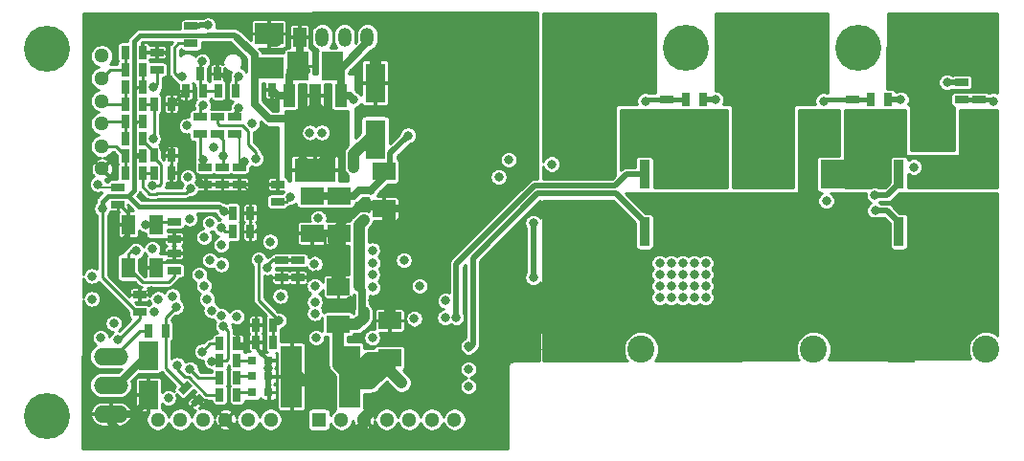
<source format=gbl>
G04 #@! TF.GenerationSoftware,KiCad,Pcbnew,(5.0.0-3-g5ebb6b6)*
G04 #@! TF.CreationDate,2018-09-28T14:58:41+02:00*
G04 #@! TF.ProjectId,VESC-5,564553432D352E6B696361645F706362,A*
G04 #@! TF.SameCoordinates,Original*
G04 #@! TF.FileFunction,Copper,L4,Bot,Signal*
G04 #@! TF.FilePolarity,Positive*
%FSLAX46Y46*%
G04 Gerber Fmt 4.6, Leading zero omitted, Abs format (unit mm)*
G04 Created by KiCad (PCBNEW (5.0.0-3-g5ebb6b6)) date 2018 September 28, Friday 14:58:41*
%MOMM*%
%LPD*%
G01*
G04 APERTURE LIST*
G04 #@! TA.AperFunction,SMDPad,CuDef*
%ADD10R,1.143000X0.635000*%
G04 #@! TD*
G04 #@! TA.AperFunction,ComponentPad*
%ADD11C,4.064000*%
G04 #@! TD*
G04 #@! TA.AperFunction,ComponentPad*
%ADD12R,2.400000X2.400000*%
G04 #@! TD*
G04 #@! TA.AperFunction,ComponentPad*
%ADD13C,2.400000*%
G04 #@! TD*
G04 #@! TA.AperFunction,SMDPad,CuDef*
%ADD14R,0.635000X1.143000*%
G04 #@! TD*
G04 #@! TA.AperFunction,SMDPad,CuDef*
%ADD15R,0.889000X2.540000*%
G04 #@! TD*
G04 #@! TA.AperFunction,SMDPad,CuDef*
%ADD16R,5.588000X2.540000*%
G04 #@! TD*
G04 #@! TA.AperFunction,SMDPad,CuDef*
%ADD17R,1.800860X3.500120*%
G04 #@! TD*
G04 #@! TA.AperFunction,ComponentPad*
%ADD18C,1.300480*%
G04 #@! TD*
G04 #@! TA.AperFunction,ComponentPad*
%ADD19R,1.198880X1.699260*%
G04 #@! TD*
G04 #@! TA.AperFunction,ComponentPad*
%ADD20O,1.198880X1.699260*%
G04 #@! TD*
G04 #@! TA.AperFunction,SMDPad,CuDef*
%ADD21R,1.699260X2.540000*%
G04 #@! TD*
G04 #@! TA.AperFunction,SMDPad,CuDef*
%ADD22R,1.198880X1.800860*%
G04 #@! TD*
G04 #@! TA.AperFunction,ComponentPad*
%ADD23O,3.048000X1.524000*%
G04 #@! TD*
G04 #@! TA.AperFunction,SMDPad,CuDef*
%ADD24R,2.499360X1.950720*%
G04 #@! TD*
G04 #@! TA.AperFunction,SMDPad,CuDef*
%ADD25R,1.950720X2.499360*%
G04 #@! TD*
G04 #@! TA.AperFunction,SMDPad,CuDef*
%ADD26R,1.849120X5.499100*%
G04 #@! TD*
G04 #@! TA.AperFunction,SMDPad,CuDef*
%ADD27R,0.797560X0.797560*%
G04 #@! TD*
G04 #@! TA.AperFunction,SMDPad,CuDef*
%ADD28R,2.032000X1.524000*%
G04 #@! TD*
G04 #@! TA.AperFunction,SMDPad,CuDef*
%ADD29R,3.657600X2.032000*%
G04 #@! TD*
G04 #@! TA.AperFunction,SMDPad,CuDef*
%ADD30R,1.016000X2.032000*%
G04 #@! TD*
G04 #@! TA.AperFunction,ComponentPad*
%ADD31R,1.300000X1.300000*%
G04 #@! TD*
G04 #@! TA.AperFunction,ComponentPad*
%ADD32C,1.300000*%
G04 #@! TD*
G04 #@! TA.AperFunction,SMDPad,CuDef*
%ADD33C,0.635000*%
G04 #@! TD*
G04 #@! TA.AperFunction,Conductor*
%ADD34C,0.100000*%
G04 #@! TD*
G04 #@! TA.AperFunction,ViaPad*
%ADD35C,0.800000*%
G04 #@! TD*
G04 #@! TA.AperFunction,Conductor*
%ADD36C,0.635000*%
G04 #@! TD*
G04 #@! TA.AperFunction,Conductor*
%ADD37C,0.508000*%
G04 #@! TD*
G04 #@! TA.AperFunction,Conductor*
%ADD38C,0.304800*%
G04 #@! TD*
G04 #@! TA.AperFunction,Conductor*
%ADD39C,0.254000*%
G04 #@! TD*
G04 #@! TA.AperFunction,Conductor*
%ADD40C,1.016000*%
G04 #@! TD*
G04 #@! TA.AperFunction,Conductor*
%ADD41C,1.270000*%
G04 #@! TD*
G04 #@! TA.AperFunction,Conductor*
%ADD42C,0.203200*%
G04 #@! TD*
G04 #@! TA.AperFunction,Conductor*
%ADD43C,0.406400*%
G04 #@! TD*
G04 APERTURE END LIST*
D10*
G04 #@! TO.P,R30,2*
G04 #@! TO.N,Net-(Q2-PadG)*
X231902000Y-92202000D03*
G04 #@! TO.P,R30,1*
G04 #@! TO.N,/Mosfet driver/H1_LOW*
X231902000Y-93726000D03*
G04 #@! TD*
D11*
G04 #@! TO.P,1PIN,1*
G04 #@! TO.N,N/C*
X205994000Y-87630000D03*
G04 #@! TD*
G04 #@! TO.P,1PIN,1*
G04 #@! TO.N,N/C*
X221234000Y-87630000D03*
G04 #@! TD*
D10*
G04 #@! TO.P,R46,2*
G04 #@! TO.N,Net-(Q6-PadG)*
X204343000Y-92202000D03*
G04 #@! TO.P,R46,1*
G04 #@! TO.N,/Mosfet driver/H3_LOW*
X204343000Y-93726000D03*
G04 #@! TD*
D12*
G04 #@! TO.P,C46,1*
G04 #@! TO.N,GND*
X225044000Y-114300000D03*
D13*
G04 #@! TO.P,C46,2*
G04 #@! TO.N,V_SUPPLY*
X232544000Y-114300000D03*
G04 #@! TD*
D14*
G04 #@! TO.P,R43,2*
G04 #@! TO.N,/Mosfet driver/M_L3*
X207518000Y-92202000D03*
G04 #@! TO.P,R43,1*
G04 #@! TO.N,Net-(Q6-PadG)*
X205994000Y-92202000D03*
G04 #@! TD*
D13*
G04 #@! TO.P,C45,2*
G04 #@! TO.N,V_SUPPLY*
X217304000Y-114300000D03*
D12*
G04 #@! TO.P,C45,1*
G04 #@! TO.N,GND*
X209804000Y-114300000D03*
G04 #@! TD*
D10*
G04 #@! TO.P,R29,2*
G04 #@! TO.N,/Mosfet driver/M_L1*
X230378000Y-90678000D03*
G04 #@! TO.P,R29,1*
G04 #@! TO.N,Net-(Q2-PadG)*
X230378000Y-92202000D03*
G04 #@! TD*
D14*
G04 #@! TO.P,R35,2*
G04 #@! TO.N,/Mosfet driver/M_L2*
X223901000Y-92202000D03*
G04 #@! TO.P,R35,1*
G04 #@! TO.N,Net-(Q4-PadG)*
X222377000Y-92202000D03*
G04 #@! TD*
D13*
G04 #@! TO.P,C42,2*
G04 #@! TO.N,V_SUPPLY*
X202064000Y-114300000D03*
D12*
G04 #@! TO.P,C42,1*
G04 #@! TO.N,GND*
X194564000Y-114300000D03*
G04 #@! TD*
D15*
G04 #@! TO.P,R54,4*
G04 #@! TO.N,/Mosfet driver/SH1_B*
X202374500Y-103886000D03*
G04 #@! TO.P,R54,3*
G04 #@! TO.N,/Mosfet driver/SH1_A*
X202374500Y-98806000D03*
D16*
G04 #@! TO.P,R54,2*
G04 #@! TO.N,GND*
X206502000Y-103886000D03*
G04 #@! TO.P,R54,1*
G04 #@! TO.N,/Mosfet driver/H3_LOW*
X206502000Y-98806000D03*
G04 #@! TD*
D15*
G04 #@! TO.P,R53,4*
G04 #@! TO.N,/Mosfet driver/SH2_A*
X224853500Y-98806000D03*
G04 #@! TO.P,R53,3*
G04 #@! TO.N,/Mosfet driver/SH2_B*
X224853500Y-103886000D03*
D16*
G04 #@! TO.P,R53,2*
G04 #@! TO.N,/Mosfet driver/H1_LOW*
X220726000Y-98806000D03*
G04 #@! TO.P,R53,1*
G04 #@! TO.N,GND*
X220726000Y-103886000D03*
G04 #@! TD*
D10*
G04 #@! TO.P,R36,2*
G04 #@! TO.N,Net-(Q4-PadG)*
X220726000Y-92202000D03*
G04 #@! TO.P,R36,1*
G04 #@! TO.N,/Mosfet driver/H1_LOW*
X220726000Y-93726000D03*
G04 #@! TD*
D17*
G04 #@! TO.P,D4,2*
G04 #@! TO.N,Net-(C27-Pad1)*
X178562000Y-95717360D03*
G04 #@! TO.P,D4,1*
G04 #@! TO.N,GND*
X178562000Y-90718640D03*
G04 #@! TD*
D18*
G04 #@! TO.P,P1,3*
G04 #@! TO.N,/Filters/HALL1_IN*
X154392000Y-92322240D03*
G04 #@! TO.P,P1,4*
G04 #@! TO.N,/Filters/HALL2_IN*
X154392000Y-94323760D03*
G04 #@! TO.P,P1,5*
G04 #@! TO.N,/Filters/HALL3_IN*
X154392000Y-96322740D03*
G04 #@! TO.P,P1,6*
G04 #@! TO.N,GND*
X154392000Y-98324260D03*
G04 #@! TO.P,P1,2*
G04 #@! TO.N,/Filters/TEMP_IN*
X154392000Y-90323260D03*
G04 #@! TO.P,P1,1*
G04 #@! TO.N,+5V*
X154392000Y-88321740D03*
G04 #@! TD*
D19*
G04 #@! TO.P,P101,1*
G04 #@! TO.N,GND*
X171863720Y-86673000D03*
D20*
G04 #@! TO.P,P101,3*
G04 #@! TO.N,/CAN bus transceiver/CANH*
X175866760Y-86673000D03*
G04 #@! TO.P,P101,2*
G04 #@! TO.N,/CAN bus transceiver/CANL*
X173865240Y-86673000D03*
G04 #@! TO.P,P101,4*
G04 #@! TO.N,+5V*
X177865740Y-86673000D03*
G04 #@! TD*
D18*
G04 #@! TO.P,P2,3*
G04 #@! TO.N,GND*
X165338760Y-120523000D03*
G04 #@! TO.P,P2,4*
G04 #@! TO.N,SWDIO*
X163337240Y-120523000D03*
G04 #@! TO.P,P2,5*
G04 #@! TO.N,NRST*
X161338260Y-120523000D03*
G04 #@! TO.P,P2,6*
G04 #@! TO.N,Net-(P2-Pad6)*
X159336740Y-120523000D03*
G04 #@! TO.P,P2,2*
G04 #@! TO.N,SWCLK*
X167337740Y-120523000D03*
G04 #@! TO.P,P2,1*
G04 #@! TO.N,VCC*
X169339260Y-120523000D03*
G04 #@! TD*
D21*
G04 #@! TO.P,D5,2*
G04 #@! TO.N,+5V*
X158496000Y-114856260D03*
G04 #@! TO.P,D5,1*
G04 #@! TO.N,GND*
X158496000Y-118315740D03*
G04 #@! TD*
D22*
G04 #@! TO.P,X2,3*
G04 #@! TO.N,GND*
X156738320Y-103256080D03*
G04 #@! TO.P,X2,1*
G04 #@! TO.N,Net-(C15-Pad1)*
X159237680Y-103256080D03*
G04 #@! TO.P,X2,3*
G04 #@! TO.N,GND*
X159237680Y-107055920D03*
G04 #@! TO.P,X2,2*
G04 #@! TO.N,Net-(C38-Pad1)*
X156738320Y-107055920D03*
G04 #@! TD*
D23*
G04 #@! TO.P,K1,1*
G04 #@! TO.N,Net-(K1-Pad1)*
X155194000Y-114935000D03*
G04 #@! TO.P,K1,2*
G04 #@! TO.N,+5V*
X155194000Y-117475000D03*
G04 #@! TO.P,K1,3*
G04 #@! TO.N,GND*
X155194000Y-120015000D03*
G04 #@! TD*
D24*
G04 #@! TO.P,C25,1*
G04 #@! TO.N,VCC*
X169164000Y-89408000D03*
G04 #@! TO.P,C25,2*
G04 #@! TO.N,GND*
X169164000Y-86360000D03*
G04 #@! TD*
D25*
G04 #@! TO.P,C33,1*
G04 #@! TO.N,+5V*
X174816000Y-89223000D03*
G04 #@! TO.P,C33,2*
G04 #@! TO.N,GND*
X171768000Y-89223000D03*
G04 #@! TD*
D26*
G04 #@! TO.P,C51,1*
G04 #@! TO.N,GND*
X171160440Y-116713000D03*
G04 #@! TO.P,C51,2*
G04 #@! TO.N,V_SUPPLY*
X176311560Y-116713000D03*
G04 #@! TD*
D27*
G04 #@! TO.P,D1,1*
G04 #@! TO.N,Net-(D1-Pad1)*
X167652700Y-118110000D03*
G04 #@! TO.P,D1,2*
G04 #@! TO.N,GND*
X169151300Y-118110000D03*
G04 #@! TD*
G04 #@! TO.P,D2,1*
G04 #@! TO.N,Net-(D2-Pad1)*
X167642700Y-116673000D03*
G04 #@! TO.P,D2,2*
G04 #@! TO.N,GND*
X169141300Y-116673000D03*
G04 #@! TD*
G04 #@! TO.P,D3,1*
G04 #@! TO.N,Net-(D3-Pad1)*
X167642700Y-115273000D03*
G04 #@! TO.P,D3,2*
G04 #@! TO.N,GND*
X169141300Y-115273000D03*
G04 #@! TD*
D11*
G04 #@! TO.P,1PIN,1*
G04 #@! TO.N,N/C*
X149592000Y-120223000D03*
G04 #@! TD*
G04 #@! TO.P,1PIN,1*
G04 #@! TO.N,N/C*
X149592000Y-87723000D03*
G04 #@! TD*
D28*
G04 #@! TO.P,C9,1*
G04 #@! TO.N,GND*
X175292000Y-108772000D03*
G04 #@! TO.P,C9,2*
G04 #@! TO.N,V_SUPPLY*
X175292000Y-112074000D03*
G04 #@! TD*
G04 #@! TO.P,C40,1*
G04 #@! TO.N,GND*
X179832000Y-111760000D03*
G04 #@! TO.P,C40,2*
G04 #@! TO.N,V_SUPPLY*
X179832000Y-115062000D03*
G04 #@! TD*
G04 #@! TO.P,C43,1*
G04 #@! TO.N,V_SUPPLY*
X179324000Y-98552000D03*
G04 #@! TO.P,C43,2*
G04 #@! TO.N,GND*
X179324000Y-101854000D03*
G04 #@! TD*
G04 #@! TO.P,C44,1*
G04 #@! TO.N,V_SUPPLY*
X175387000Y-100711000D03*
G04 #@! TO.P,C44,2*
G04 #@! TO.N,GND*
X175387000Y-104013000D03*
G04 #@! TD*
G04 #@! TO.P,C49,1*
G04 #@! TO.N,V_SUPPLY*
X172974000Y-100711000D03*
G04 #@! TO.P,C49,2*
G04 #@! TO.N,GND*
X172974000Y-104013000D03*
G04 #@! TD*
D14*
G04 #@! TO.P,R3,1*
G04 #@! TO.N,V_SUPPLY*
X166254000Y-91423000D03*
G04 #@! TO.P,R3,2*
G04 #@! TO.N,/MCU/AN_IN*
X164730000Y-91423000D03*
G04 #@! TD*
G04 #@! TO.P,R4,1*
G04 #@! TO.N,GND*
X161830000Y-91423000D03*
G04 #@! TO.P,R4,2*
G04 #@! TO.N,/MCU/AN_IN*
X163354000Y-91423000D03*
G04 #@! TD*
G04 #@! TO.P,R5,1*
G04 #@! TO.N,/MCU/SERVO*
X160020000Y-112649000D03*
G04 #@! TO.P,R5,2*
G04 #@! TO.N,Net-(K1-Pad1)*
X158496000Y-112649000D03*
G04 #@! TD*
D10*
G04 #@! TO.P,R6,1*
G04 #@! TO.N,Net-(R6-Pad1)*
X162292000Y-87235000D03*
G04 #@! TO.P,R6,2*
G04 #@! TO.N,+5V*
X162292000Y-85711000D03*
G04 #@! TD*
D14*
G04 #@! TO.P,R7,1*
G04 #@! TO.N,/Filters/TEMP_IN*
X156464000Y-89535000D03*
G04 #@! TO.P,R7,2*
G04 #@! TO.N,VCC*
X157988000Y-89535000D03*
G04 #@! TD*
G04 #@! TO.P,R8,1*
G04 #@! TO.N,/Filters/HALL1_IN*
X156464000Y-92583000D03*
G04 #@! TO.P,R8,2*
G04 #@! TO.N,/Filters/HALL1_OUT*
X157988000Y-92583000D03*
G04 #@! TD*
G04 #@! TO.P,R9,1*
G04 #@! TO.N,/Filters/HALL2_IN*
X156464000Y-95631000D03*
G04 #@! TO.P,R9,2*
G04 #@! TO.N,/Filters/HALL2_OUT*
X157988000Y-95631000D03*
G04 #@! TD*
G04 #@! TO.P,R10,1*
G04 #@! TO.N,/Filters/HALL3_IN*
X156464000Y-98679000D03*
G04 #@! TO.P,R10,2*
G04 #@! TO.N,/Filters/HALL3_OUT*
X157988000Y-98679000D03*
G04 #@! TD*
G04 #@! TO.P,R11,1*
G04 #@! TO.N,/Filters/HALL3_IN*
X156464000Y-97155000D03*
G04 #@! TO.P,R11,2*
G04 #@! TO.N,VCC*
X157988000Y-97155000D03*
G04 #@! TD*
G04 #@! TO.P,R12,1*
G04 #@! TO.N,/Filters/HALL2_IN*
X156464000Y-94107000D03*
G04 #@! TO.P,R12,2*
G04 #@! TO.N,VCC*
X157988000Y-94107000D03*
G04 #@! TD*
G04 #@! TO.P,R13,1*
G04 #@! TO.N,/Filters/HALL1_IN*
X156464000Y-91059000D03*
G04 #@! TO.P,R13,2*
G04 #@! TO.N,VCC*
X157988000Y-91059000D03*
G04 #@! TD*
D10*
G04 #@! TO.P,R21,1*
G04 #@! TO.N,GND*
X169926000Y-99695000D03*
G04 #@! TO.P,R21,2*
G04 #@! TO.N,Net-(R21-Pad2)*
X169926000Y-101219000D03*
G04 #@! TD*
D14*
G04 #@! TO.P,R22,1*
G04 #@! TO.N,Net-(D3-Pad1)*
X166354000Y-115323000D03*
G04 #@! TO.P,R22,2*
G04 #@! TO.N,VCC*
X164830000Y-115323000D03*
G04 #@! TD*
D10*
G04 #@! TO.P,R23,1*
G04 #@! TO.N,/Mosfet driver/H3_VS*
X163068000Y-93726000D03*
G04 #@! TO.P,R23,2*
G04 #@! TO.N,/MCU/SENS1*
X163068000Y-95250000D03*
G04 #@! TD*
G04 #@! TO.P,R24,1*
G04 #@! TO.N,GND*
X163542000Y-99685000D03*
G04 #@! TO.P,R24,2*
G04 #@! TO.N,/MCU/SENS1*
X163542000Y-98161000D03*
G04 #@! TD*
G04 #@! TO.P,R26,1*
G04 #@! TO.N,/Mosfet driver/H2_VS*
X164592000Y-93726000D03*
G04 #@! TO.P,R26,2*
G04 #@! TO.N,/MCU/SENS2*
X164592000Y-95250000D03*
G04 #@! TD*
G04 #@! TO.P,R27,1*
G04 #@! TO.N,GND*
X165042000Y-99685000D03*
G04 #@! TO.P,R27,2*
G04 #@! TO.N,/MCU/SENS2*
X165042000Y-98161000D03*
G04 #@! TD*
G04 #@! TO.P,R32,1*
G04 #@! TO.N,/Mosfet driver/H1_VS*
X166142000Y-93711000D03*
G04 #@! TO.P,R32,2*
G04 #@! TO.N,/MCU/SENS3*
X166142000Y-95235000D03*
G04 #@! TD*
G04 #@! TO.P,R33,1*
G04 #@! TO.N,GND*
X166542000Y-99685000D03*
G04 #@! TO.P,R33,2*
G04 #@! TO.N,/MCU/SENS3*
X166542000Y-98161000D03*
G04 #@! TD*
D14*
G04 #@! TO.P,R37,1*
G04 #@! TO.N,Net-(D1-Pad1)*
X166354000Y-118323000D03*
G04 #@! TO.P,R37,2*
G04 #@! TO.N,/MCU/LED_GREEN*
X164830000Y-118323000D03*
G04 #@! TD*
G04 #@! TO.P,R38,1*
G04 #@! TO.N,Net-(D2-Pad1)*
X166354000Y-116823000D03*
G04 #@! TO.P,R38,2*
G04 #@! TO.N,/MCU/LED_RED*
X164830000Y-116823000D03*
G04 #@! TD*
D10*
G04 #@! TO.P,R402,1*
G04 #@! TO.N,Net-(R402-Pad1)*
X159258000Y-89535000D03*
G04 #@! TO.P,R402,2*
G04 #@! TO.N,GND*
X159258000Y-88011000D03*
G04 #@! TD*
D29*
G04 #@! TO.P,U2,2*
G04 #@! TO.N,VCC*
X173228000Y-98425000D03*
D30*
X173228000Y-91821000D03*
G04 #@! TO.P,U2,3*
G04 #@! TO.N,+5V*
X175514000Y-91821000D03*
G04 #@! TO.P,U2,1*
G04 #@! TO.N,GND*
X170942000Y-91821000D03*
G04 #@! TD*
D31*
G04 #@! TO.P,P3,1*
G04 #@! TO.N,+5V*
X173573440Y-120523000D03*
D32*
G04 #@! TO.P,P3,3*
G04 #@! TO.N,GND*
X177576480Y-120523000D03*
G04 #@! TO.P,P3,2*
G04 #@! TO.N,VCC*
X175574960Y-120523000D03*
G04 #@! TO.P,P3,4*
G04 #@! TO.N,/SCK_ADC_EXT*
X179575460Y-120523000D03*
G04 #@! TO.P,P3,5*
G04 #@! TO.N,/TX_SDA*
X181576980Y-120523000D03*
G04 #@! TO.P,P3,6*
G04 #@! TO.N,/RX_SCL_MOSI*
X183578500Y-120523000D03*
G04 #@! TO.P,P3,7*
G04 #@! TO.N,/MISO_RX_SCL*
X185577480Y-120523000D03*
G04 #@! TD*
D10*
G04 #@! TO.P,C26,1*
G04 #@! TO.N,Net-(C18-Pad1)*
X171704000Y-106426000D03*
G04 #@! TO.P,C26,2*
G04 #@! TO.N,GND*
X171704000Y-107950000D03*
G04 #@! TD*
D14*
G04 #@! TO.P,C52,1*
G04 #@! TO.N,GND*
X168021000Y-113665000D03*
G04 #@! TO.P,C52,2*
G04 #@! TO.N,Net-(C20-Pad2)*
X169545000Y-113665000D03*
G04 #@! TD*
D10*
G04 #@! TO.P,C38,1*
G04 #@! TO.N,Net-(C38-Pad1)*
X160782000Y-107315000D03*
G04 #@! TO.P,C38,2*
G04 #@! TO.N,GND*
X160782000Y-105791000D03*
G04 #@! TD*
G04 #@! TO.P,C32,1*
G04 #@! TO.N,GND*
X155829000Y-101473000D03*
G04 #@! TO.P,C32,2*
G04 #@! TO.N,NRST*
X155829000Y-99949000D03*
G04 #@! TD*
G04 #@! TO.P,C31,1*
G04 #@! TO.N,GND*
X157734000Y-109474000D03*
G04 #@! TO.P,C31,2*
G04 #@! TO.N,VCC*
X157734000Y-110998000D03*
G04 #@! TD*
D14*
G04 #@! TO.P,C24,1*
G04 #@! TO.N,VCC*
X167894000Y-91313000D03*
G04 #@! TO.P,C24,2*
G04 #@! TO.N,GND*
X169418000Y-91313000D03*
G04 #@! TD*
G04 #@! TO.P,C20,1*
G04 #@! TO.N,GND*
X168021000Y-112141000D03*
G04 #@! TO.P,C20,2*
G04 #@! TO.N,Net-(C20-Pad2)*
X169545000Y-112141000D03*
G04 #@! TD*
D10*
G04 #@! TO.P,C18,1*
G04 #@! TO.N,Net-(C18-Pad1)*
X170307000Y-106426000D03*
G04 #@! TO.P,C18,2*
G04 #@! TO.N,GND*
X170307000Y-107950000D03*
G04 #@! TD*
D14*
G04 #@! TO.P,C17,1*
G04 #@! TO.N,Net-(C17-Pad1)*
X165989000Y-103886000D03*
G04 #@! TO.P,C17,2*
G04 #@! TO.N,GND*
X167513000Y-103886000D03*
G04 #@! TD*
G04 #@! TO.P,C16,1*
G04 #@! TO.N,Net-(C16-Pad1)*
X164830000Y-113823000D03*
G04 #@! TO.P,C16,2*
G04 #@! TO.N,GND*
X166354000Y-113823000D03*
G04 #@! TD*
D10*
G04 #@! TO.P,C15,1*
G04 #@! TO.N,Net-(C15-Pad1)*
X160782000Y-102997000D03*
G04 #@! TO.P,C15,2*
G04 #@! TO.N,GND*
X160782000Y-104521000D03*
G04 #@! TD*
D14*
G04 #@! TO.P,C14,1*
G04 #@! TO.N,GND*
X167513000Y-102235000D03*
G04 #@! TO.P,C14,2*
G04 #@! TO.N,VCC*
X165989000Y-102235000D03*
G04 #@! TD*
G04 #@! TO.P,C7,1*
G04 #@! TO.N,/Filters/HALL1_OUT*
X159030000Y-92573000D03*
G04 #@! TO.P,C7,2*
G04 #@! TO.N,GND*
X160554000Y-92573000D03*
G04 #@! TD*
G04 #@! TO.P,C6,1*
G04 #@! TO.N,/Filters/HALL2_OUT*
X159030000Y-97123000D03*
G04 #@! TO.P,C6,2*
G04 #@! TO.N,GND*
X160554000Y-97123000D03*
G04 #@! TD*
G04 #@! TO.P,C5,1*
G04 #@! TO.N,/Filters/HALL3_OUT*
X159004000Y-98679000D03*
G04 #@! TO.P,C5,2*
G04 #@! TO.N,GND*
X160528000Y-98679000D03*
G04 #@! TD*
G04 #@! TO.P,C4,1*
G04 #@! TO.N,GND*
X157988000Y-88011000D03*
G04 #@! TO.P,C4,2*
G04 #@! TO.N,/Filters/TEMP_IN*
X156464000Y-88011000D03*
G04 #@! TD*
D33*
G04 #@! TO.P,C3,1*
G04 #@! TO.N,GND*
X162844815Y-118775815D03*
D34*
G04 #@! TD*
G04 #@! TO.N,GND*
G04 #@! TO.C,C3*
G36*
X163473433Y-118596210D02*
X162665210Y-119404433D01*
X162216197Y-118955420D01*
X163024420Y-118147197D01*
X163473433Y-118596210D01*
X163473433Y-118596210D01*
G37*
D33*
G04 #@! TO.P,C3,2*
G04 #@! TO.N,/MCU/SERVO*
X161767185Y-117698185D03*
D34*
G04 #@! TD*
G04 #@! TO.N,/MCU/SERVO*
G04 #@! TO.C,C3*
G36*
X162395803Y-117518580D02*
X161587580Y-118326803D01*
X161138567Y-117877790D01*
X161946790Y-117069567D01*
X162395803Y-117518580D01*
X162395803Y-117518580D01*
G37*
D14*
G04 #@! TO.P,C2,1*
G04 #@! TO.N,GND*
X164592000Y-89916000D03*
G04 #@! TO.P,C2,2*
G04 #@! TO.N,/MCU/AN_IN*
X163068000Y-89916000D03*
G04 #@! TD*
D35*
G04 #@! TO.N,V_SUPPLY*
X207772000Y-109728000D03*
X206756000Y-109728000D03*
X205740000Y-109728000D03*
X204724000Y-109728000D03*
X203708000Y-109728000D03*
X203708000Y-108712000D03*
X204724000Y-108712000D03*
X205740000Y-108712000D03*
X206756000Y-108712000D03*
X207772000Y-108712000D03*
X207772000Y-107696000D03*
X206756000Y-107696000D03*
X205740000Y-107696000D03*
X204724000Y-107696000D03*
X203708000Y-107696000D03*
X203708000Y-106680000D03*
X204724000Y-106680000D03*
X205740000Y-106680000D03*
X206756000Y-106680000D03*
X207772000Y-106680000D03*
G04 #@! TO.N,GND*
X219456000Y-109728000D03*
X220472000Y-109728000D03*
X221488000Y-109728000D03*
X222504000Y-109728000D03*
X223520000Y-109728000D03*
X221488000Y-108712000D03*
X220472000Y-108712000D03*
X219456000Y-108712000D03*
X219456000Y-107696000D03*
X220472000Y-107696000D03*
X221488000Y-107696000D03*
X222504000Y-107696000D03*
X222504000Y-108712000D03*
X223520000Y-108712000D03*
X223520000Y-107696000D03*
X223520000Y-106680000D03*
X222504000Y-106680000D03*
X221488000Y-106680000D03*
X220472000Y-106680000D03*
X219456000Y-106680000D03*
X218186000Y-94996000D03*
X218186000Y-96266000D03*
X218186000Y-93726000D03*
G04 #@! TO.N,/Mosfet driver/H1_LOW*
X233172000Y-96266000D03*
X233172000Y-94996000D03*
X233172000Y-93726000D03*
G04 #@! TO.N,/Mosfet driver/H3_LOW*
X202438000Y-96266000D03*
X202438000Y-93726000D03*
X202438000Y-94996000D03*
G04 #@! TO.N,+5V*
X173863000Y-95123000D03*
X172792000Y-95123000D03*
X163792000Y-85623000D03*
X176657000Y-92202000D03*
G04 #@! TO.N,GND*
X173355000Y-107696000D03*
X158750000Y-109093000D03*
X166974994Y-114040006D03*
X176403000Y-109982000D03*
X178370416Y-109932331D03*
X156005482Y-104735630D03*
X169136032Y-116005385D03*
X168907782Y-98046218D03*
X172212000Y-117094000D03*
X173228000Y-117094000D03*
X174752000Y-104775000D03*
X168529000Y-103251000D03*
X174117000Y-105537000D03*
X163038706Y-99544003D03*
X165392000Y-92523000D03*
X159920655Y-96478293D03*
X159893000Y-94361000D03*
X160487501Y-91151238D03*
X181864000Y-96774000D03*
G04 #@! TO.N,NRST*
X158860515Y-105410000D03*
X154051000Y-99695000D03*
G04 #@! TO.N,Net-(C15-Pad1)*
X158242000Y-103251000D03*
G04 #@! TO.N,Net-(C16-Pad1)*
X163261565Y-114509870D03*
G04 #@! TO.N,Net-(C17-Pad1)*
X164992000Y-103573000D03*
G04 #@! TO.N,Net-(C18-Pad1)*
X169037000Y-107054698D03*
G04 #@! TO.N,Net-(C20-Pad2)*
X168257747Y-106355231D03*
X170053000Y-111760000D03*
G04 #@! TO.N,Net-(C27-Pad1)*
X176657000Y-98171000D03*
X176657000Y-97028000D03*
G04 #@! TO.N,Net-(C38-Pad1)*
X157400094Y-105597925D03*
G04 #@! TO.N,Net-(Q1-PadG)*
X194183000Y-97917000D03*
X226187000Y-98171000D03*
G04 #@! TO.N,Net-(Q2-PadG)*
X233172000Y-92329000D03*
G04 #@! TO.N,Net-(Q4-PadG)*
X218186000Y-92329000D03*
G04 #@! TO.N,Net-(Q6-PadG)*
X202438000Y-92329000D03*
G04 #@! TO.N,Net-(R21-Pad2)*
X171069000Y-100838000D03*
G04 #@! TO.N,Net-(R6-Pad1)*
X161492000Y-90123000D03*
G04 #@! TO.N,SWCLK*
X163957000Y-103124000D03*
G04 #@! TO.N,SWDIO*
X163449000Y-104394000D03*
G04 #@! TO.N,VCC*
X160274000Y-118617988D03*
X164106883Y-115358117D03*
X165159107Y-112267996D03*
X172192000Y-97423000D03*
X161992000Y-99073000D03*
X154432000Y-101854000D03*
X169291000Y-104775000D03*
X165192000Y-102073000D03*
X155829751Y-113423501D03*
G04 #@! TO.N,V_SUPPLY*
X180899589Y-117272589D03*
X166497000Y-90123000D03*
X178181000Y-117348000D03*
X178181000Y-100203000D03*
X177546000Y-102870000D03*
X181483000Y-95377000D03*
G04 #@! TO.N,/MCU/AN_IN*
X153506180Y-107823000D03*
X163292000Y-88823000D03*
G04 #@! TO.N,/MCU/SERVO*
X160948262Y-110533799D03*
G04 #@! TO.N,/Mosfet driver/H1_VS*
X229870000Y-86106000D03*
X228854000Y-89154000D03*
X230886000Y-87122000D03*
X228854000Y-88138000D03*
X230886000Y-89154000D03*
X226822000Y-88138000D03*
X228854000Y-87122000D03*
X230886000Y-88138000D03*
X227838000Y-89154000D03*
X226822000Y-86106000D03*
X230886000Y-86106000D03*
X227838000Y-88138000D03*
X229870000Y-89154000D03*
X226822000Y-87122000D03*
X226822000Y-89154000D03*
X227838000Y-86106000D03*
X227838000Y-87122000D03*
X229870000Y-87122000D03*
X229870000Y-88138000D03*
X228854000Y-86106000D03*
X181101988Y-106426000D03*
X166497000Y-92964000D03*
X226314000Y-93218000D03*
X229362000Y-94234000D03*
X227330000Y-92202000D03*
X228346000Y-94234000D03*
X228346000Y-96266000D03*
X227330000Y-94234000D03*
X228346000Y-92202000D03*
X229362000Y-95250000D03*
X226314000Y-96266000D03*
X226314000Y-92202000D03*
X228346000Y-95250000D03*
X229362000Y-93218000D03*
X227330000Y-96266000D03*
X229362000Y-96266000D03*
X226314000Y-95250000D03*
X227330000Y-95250000D03*
X227330000Y-93218000D03*
X228346000Y-93218000D03*
X226314000Y-94234000D03*
G04 #@! TO.N,/Mosfet driver/H2_VS*
X213614000Y-87122000D03*
X211582000Y-88138000D03*
X212598000Y-87122000D03*
X213614000Y-88138000D03*
X213614000Y-89154000D03*
X211582000Y-87122000D03*
X215646000Y-88138000D03*
X214630000Y-87122000D03*
X213614000Y-86106000D03*
X212598000Y-88138000D03*
X214630000Y-89154000D03*
X215646000Y-89154000D03*
X212598000Y-89154000D03*
X215646000Y-87122000D03*
X215646000Y-86106000D03*
X211582000Y-89154000D03*
X214630000Y-88138000D03*
X214630000Y-86106000D03*
X212598000Y-86106000D03*
X211582000Y-86106000D03*
X167992000Y-97423000D03*
X212598000Y-94234000D03*
X213614000Y-96266000D03*
X212598000Y-95250000D03*
X213614000Y-94234000D03*
X214630000Y-94234000D03*
X212598000Y-96266000D03*
X213614000Y-92202000D03*
X212598000Y-93218000D03*
X211582000Y-94234000D03*
X213614000Y-95250000D03*
X214630000Y-93218000D03*
X214630000Y-92202000D03*
X214630000Y-95250000D03*
X212598000Y-92202000D03*
X211582000Y-92202000D03*
X214630000Y-96266000D03*
X213614000Y-93218000D03*
X211582000Y-93218000D03*
X211582000Y-95250000D03*
X211582000Y-96266000D03*
X182499000Y-108712000D03*
G04 #@! TO.N,/Mosfet driver/H3_VS*
X198374000Y-87122000D03*
X199390000Y-87122000D03*
X196342000Y-88138000D03*
X197866000Y-95504000D03*
X198882000Y-92456000D03*
X198882000Y-95504000D03*
X195834000Y-92456000D03*
X196850000Y-92456000D03*
X198882000Y-93472000D03*
X200406000Y-89154000D03*
X200406000Y-86106000D03*
X196342000Y-87122000D03*
X196850000Y-95504000D03*
X196342000Y-86106000D03*
X196850000Y-93472000D03*
X197866000Y-96520000D03*
X199390000Y-88138000D03*
X197358000Y-87122000D03*
X198374000Y-86106000D03*
X198374000Y-89154000D03*
X199390000Y-89154000D03*
X200406000Y-87122000D03*
X197358000Y-86106000D03*
X199390000Y-86106000D03*
X197866000Y-94488000D03*
X198374000Y-88138000D03*
X200406000Y-88138000D03*
X197358000Y-89154000D03*
X196342000Y-89154000D03*
X197358000Y-88138000D03*
X198882000Y-94488000D03*
X196850000Y-96520000D03*
X197866000Y-92456000D03*
X195834000Y-94488000D03*
X195834000Y-93472000D03*
X198882000Y-96520000D03*
X197866000Y-93472000D03*
X195834000Y-95504000D03*
X196850000Y-94488000D03*
X195834000Y-96520000D03*
X163324522Y-92723000D03*
X184804198Y-110001198D03*
G04 #@! TO.N,/Mosfet driver/H1_LOW*
X178308000Y-107696000D03*
X218440000Y-101161800D03*
G04 #@! TO.N,/Mosfet driver/H3_LOW*
X184745657Y-111514353D03*
G04 #@! TO.N,/MCU/SENS1*
X163342000Y-97523000D03*
X154305000Y-113284000D03*
G04 #@! TO.N,/MCU/SENS2*
X165100000Y-97155000D03*
X155449150Y-112015150D03*
G04 #@! TO.N,/Mosfet driver/M_H1*
X178308000Y-105537000D03*
X190373000Y-97536000D03*
G04 #@! TO.N,/Mosfet driver/M_L1*
X178356639Y-106664730D03*
X229108000Y-90678000D03*
G04 #@! TO.N,/MCU/SENS3*
X167005000Y-97663000D03*
X153506180Y-109855000D03*
G04 #@! TO.N,/Mosfet driver/M_H2*
X192532000Y-103124000D03*
X192532000Y-107950000D03*
G04 #@! TO.N,/Mosfet driver/M_L2*
X178346799Y-108819601D03*
X225028698Y-92202000D03*
G04 #@! TO.N,/Mosfet driver/M_H3*
X178298383Y-113274383D03*
X189484000Y-99060000D03*
G04 #@! TO.N,/Mosfet driver/M_L3*
X182022780Y-111606273D03*
X208661000Y-92202000D03*
G04 #@! TO.N,/Mosfet driver/SH1_A*
X185723096Y-111487351D03*
G04 #@! TO.N,/Mosfet driver/SH1_B*
X186817000Y-114046000D03*
G04 #@! TO.N,/Mosfet driver/SH2_A*
X222685128Y-100653802D03*
X186817000Y-116078000D03*
G04 #@! TO.N,/Mosfet driver/SH2_B*
X222758000Y-102038198D03*
X186817000Y-117602000D03*
G04 #@! TO.N,/MCU/DC_CAL*
X173216717Y-106728015D03*
X166333489Y-111404969D03*
G04 #@! TO.N,/MCU/L3*
X164944639Y-111313994D03*
X173355000Y-113284000D03*
G04 #@! TO.N,/MCU/L2*
X164075242Y-110866484D03*
X173228000Y-111125000D03*
G04 #@! TO.N,/MCU/L1*
X173228000Y-110108996D03*
X163703000Y-109855000D03*
G04 #@! TO.N,/MCU/EN_GATE*
X163957000Y-106426000D03*
X173228000Y-108712000D03*
G04 #@! TO.N,/MCU/FAULT*
X173542000Y-102673000D03*
X162179000Y-102743000D03*
G04 #@! TO.N,/MCU/H1*
X164973000Y-106807000D03*
X170180000Y-109601000D03*
G04 #@! TO.N,/MCU/USB_DP*
X164292000Y-96423000D03*
X164942000Y-105073000D03*
G04 #@! TO.N,/Filters/HALL3_OUT*
X162222467Y-100082398D03*
G04 #@! TO.N,/Filters/HALL2_OUT*
X158892000Y-99828312D03*
G04 #@! TO.N,/Filters/HALL1_OUT*
X158914574Y-95676446D03*
G04 #@! TO.N,/CAN bus transceiver/CANH*
X167692000Y-94323000D03*
X161939710Y-94515526D03*
G04 #@! TO.N,/MCU/LED_GREEN*
X161036000Y-115697000D03*
G04 #@! TO.N,/MCU/LED_RED*
X162204133Y-116072234D03*
G04 #@! TO.N,Net-(R402-Pad1)*
X158992000Y-91123000D03*
G04 #@! TO.N,/SCK_ADC_EXT*
X159004000Y-110998000D03*
G04 #@! TO.N,/TX_SDA*
X159385000Y-109855000D03*
X163435780Y-108712000D03*
G04 #@! TO.N,/RX_SCL_MOSI*
X163013418Y-107696000D03*
G04 #@! TO.N,/MISO_RX_SCL*
X160655000Y-109600992D03*
G04 #@! TD*
D36*
G04 #@! TO.N,+5V*
X177865740Y-86673000D02*
X177865740Y-87149260D01*
X177865740Y-87149260D02*
X175792000Y-89223000D01*
X175792000Y-89223000D02*
X174816000Y-89223000D01*
X175514000Y-91821000D02*
X175514000Y-89921000D01*
X175514000Y-89921000D02*
X174816000Y-89223000D01*
D37*
X162330000Y-85673000D02*
X163792000Y-85623000D01*
X162292000Y-85711000D02*
X162330000Y-85673000D01*
D36*
X175514000Y-91821000D02*
X175514000Y-89145000D01*
X155702000Y-117475000D02*
X155194000Y-117475000D01*
X158320740Y-114856260D02*
X155702000Y-117475000D01*
X158496000Y-114856260D02*
X158320740Y-114856260D01*
X176276000Y-91821000D02*
X176657000Y-92202000D01*
X175514000Y-91821000D02*
X176276000Y-91821000D01*
X175514000Y-91821000D02*
X175514000Y-90932000D01*
D38*
G04 #@! TO.N,GND*
X171704000Y-107950000D02*
X173101000Y-107950000D01*
X173101000Y-107950000D02*
X173355000Y-107696000D01*
X170307000Y-107950000D02*
X171704000Y-107950000D01*
D39*
X158750000Y-109283500D02*
X158750000Y-109093000D01*
X158559500Y-109474000D02*
X158750000Y-109283500D01*
X157734000Y-109474000D02*
X158559500Y-109474000D01*
D38*
X167350000Y-113665000D02*
X166974994Y-114040006D01*
X168021000Y-113665000D02*
X167350000Y-113665000D01*
D36*
X166409309Y-114040006D02*
X166974994Y-114040006D01*
X166354000Y-113984697D02*
X166409309Y-114040006D01*
X166354000Y-113823000D02*
X166354000Y-113984697D01*
D38*
X180848000Y-101854000D02*
X181101988Y-101600012D01*
X181101988Y-101600012D02*
X181101988Y-96774000D01*
D36*
X179246669Y-109932331D02*
X178370416Y-109932331D01*
X179832000Y-109347000D02*
X179246669Y-109932331D01*
X179324000Y-101854000D02*
X178943000Y-101473000D01*
X178943000Y-101473000D02*
X177292000Y-101473000D01*
X177292000Y-101473000D02*
X175387000Y-103378000D01*
X175387000Y-103378000D02*
X175387000Y-104013000D01*
X179324000Y-101854000D02*
X181356000Y-101854000D01*
X166735760Y-121920000D02*
X156337000Y-121920000D01*
D40*
X177561240Y-120380760D02*
X177561240Y-120523000D01*
D36*
X176784000Y-121920000D02*
X166735760Y-121920000D01*
X177561240Y-121142760D02*
X176784000Y-121920000D01*
X177561240Y-120523000D02*
X177561240Y-121142760D01*
X155194000Y-120777000D02*
X155194000Y-120015000D01*
X156337000Y-121920000D02*
X155194000Y-120777000D01*
D39*
X163591575Y-118775815D02*
X165338760Y-120523000D01*
X162844815Y-118775815D02*
X163591575Y-118775815D01*
X156738320Y-103256080D02*
X156738320Y-104002792D01*
X156738320Y-104002792D02*
X156005482Y-104735630D01*
X164754000Y-89824000D02*
X165392000Y-90462000D01*
X165392000Y-90462000D02*
X165392000Y-92523000D01*
X164754000Y-89923000D02*
X164754000Y-89824000D01*
D38*
X169141300Y-115273000D02*
X169136032Y-116005385D01*
X169136032Y-116005385D02*
X169131300Y-116663000D01*
D39*
X175292000Y-108772000D02*
X175391000Y-108772000D01*
X160782000Y-105791000D02*
X160782000Y-106533000D01*
X160692000Y-106623000D02*
X159670600Y-106623000D01*
X160782000Y-106533000D02*
X160692000Y-106623000D01*
X159670600Y-106623000D02*
X159237680Y-107055920D01*
X160782000Y-104521000D02*
X161340000Y-104521000D01*
D36*
X171863720Y-86673000D02*
X171863720Y-89127280D01*
X171863720Y-89127280D02*
X171768000Y-89223000D01*
D39*
X169926000Y-99064436D02*
X168907782Y-98046218D01*
X169926000Y-99695000D02*
X169926000Y-99064436D01*
D36*
X170942000Y-91821000D02*
X170942000Y-90049000D01*
X170942000Y-90049000D02*
X171768000Y-89223000D01*
X171092000Y-89662000D02*
X172466000Y-89662000D01*
D40*
X173228000Y-117094000D02*
X172212000Y-117094000D01*
X172212000Y-117094000D02*
X171831000Y-116713000D01*
X171160440Y-116713000D02*
X171831000Y-116713000D01*
X179832000Y-111760000D02*
X179832000Y-109347000D01*
X179832000Y-109347000D02*
X179832000Y-102362000D01*
X179832000Y-102362000D02*
X179324000Y-101854000D01*
X179959000Y-118491000D02*
X179451000Y-118491000D01*
X179451000Y-118491000D02*
X177561240Y-120380760D01*
D36*
X174117000Y-104013000D02*
X172974000Y-104013000D01*
X175387000Y-104013000D02*
X174117000Y-104013000D01*
X175387000Y-104140000D02*
X174752000Y-104775000D01*
X175387000Y-104013000D02*
X175387000Y-104140000D01*
X166735760Y-121920000D02*
X165338760Y-120523000D01*
D39*
X163542000Y-99685000D02*
X165042000Y-99685000D01*
X165042000Y-99685000D02*
X166542000Y-99685000D01*
X160782000Y-104521000D02*
X160782000Y-105791000D01*
X168021000Y-113665000D02*
X168021000Y-112141000D01*
X166608760Y-119253000D02*
X165338760Y-120523000D01*
X168783000Y-119253000D02*
X166608760Y-119253000D01*
X169151300Y-118884700D02*
X168783000Y-119253000D01*
X169151300Y-118110000D02*
X169151300Y-118884700D01*
D36*
X169926000Y-91821000D02*
X169418000Y-91313000D01*
X170942000Y-91821000D02*
X169926000Y-91821000D01*
D39*
X167513000Y-102235000D02*
X167513000Y-103886000D01*
X169926000Y-99695000D02*
X166542000Y-99685000D01*
X167894000Y-103886000D02*
X168529000Y-103251000D01*
X167513000Y-103886000D02*
X167894000Y-103886000D01*
X174117000Y-105537000D02*
X174117000Y-104013000D01*
X172339000Y-103378000D02*
X172974000Y-104013000D01*
X167513000Y-103886000D02*
X167513000Y-104267000D01*
D37*
X169141300Y-116673000D02*
X169151300Y-118110000D01*
D39*
X158115000Y-87884000D02*
X157988000Y-88011000D01*
X156845000Y-109474000D02*
X155575000Y-108204000D01*
X155575000Y-108204000D02*
X155575000Y-105156000D01*
X155575000Y-105156000D02*
X156210000Y-104521000D01*
X156210000Y-104521000D02*
X160782000Y-104521000D01*
X157734000Y-109474000D02*
X156845000Y-109474000D01*
D41*
X175292000Y-104108000D02*
X175387000Y-104013000D01*
X175292000Y-108772000D02*
X175292000Y-104108000D01*
D39*
X163542000Y-99685000D02*
X163513142Y-99713858D01*
X163513142Y-99713858D02*
X163208561Y-99713858D01*
X163208561Y-99713858D02*
X163038706Y-99544003D01*
D42*
X166796000Y-99685000D02*
X166542000Y-99685000D01*
X167513000Y-100402000D02*
X166796000Y-99685000D01*
X167513000Y-102235000D02*
X167513000Y-100402000D01*
D41*
X169516000Y-86823000D02*
X169466000Y-86773000D01*
X169692000Y-86823000D02*
X169516000Y-86823000D01*
D39*
X161704000Y-91423000D02*
X160554000Y-92573000D01*
X161830000Y-91423000D02*
X161704000Y-91423000D01*
X160554000Y-98653000D02*
X160528000Y-98679000D01*
X160554000Y-97123000D02*
X160554000Y-98653000D01*
X159893000Y-97033500D02*
X159893000Y-94361000D01*
X159982500Y-97123000D02*
X159920655Y-97061155D01*
X159920655Y-97061155D02*
X159920655Y-96478293D01*
X160554000Y-97123000D02*
X159982500Y-97123000D01*
X159982500Y-97123000D02*
X159893000Y-97033500D01*
X160554000Y-92573000D02*
X160554000Y-93700000D01*
X160554000Y-93700000D02*
X159893000Y-94361000D01*
D38*
X169131300Y-116663000D02*
X169141300Y-116673000D01*
X168021000Y-114152700D02*
X169141300Y-115273000D01*
X168021000Y-113665000D02*
X168021000Y-114152700D01*
D39*
X156738320Y-102255320D02*
X156738320Y-103256080D01*
X155956000Y-101473000D02*
X156738320Y-102255320D01*
X155829000Y-101473000D02*
X155956000Y-101473000D01*
D36*
X157226000Y-120015000D02*
X155194000Y-120015000D01*
X158496000Y-118745000D02*
X157226000Y-120015000D01*
X158496000Y-118315740D02*
X158496000Y-118745000D01*
D39*
X160487501Y-92506501D02*
X160554000Y-92573000D01*
X160554000Y-91217737D02*
X160487501Y-91151238D01*
X159893000Y-88011000D02*
X159258000Y-88011000D01*
X160274000Y-90937737D02*
X160487501Y-91151238D01*
X160274000Y-88392000D02*
X160274000Y-90937737D01*
X159893000Y-88011000D02*
X160274000Y-88392000D01*
X160554000Y-92573000D02*
X160554000Y-91217737D01*
X159258000Y-88011000D02*
X157988000Y-88011000D01*
D40*
X178562000Y-88253000D02*
X178792000Y-88023000D01*
X178562000Y-88253000D02*
X178562000Y-90718640D01*
X178308000Y-90718640D02*
X178348640Y-90718640D01*
D36*
X178562000Y-91948000D02*
X178562000Y-90718640D01*
X178308000Y-92075000D02*
X178308000Y-90718640D01*
D42*
G04 #@! TO.N,NRST*
X154051000Y-99695000D02*
X154305000Y-99949000D01*
X154305000Y-99949000D02*
X155829000Y-99949000D01*
D39*
G04 #@! TO.N,Net-(C15-Pad1)*
X159496760Y-102997000D02*
X159237680Y-103256080D01*
X160782000Y-102997000D02*
X159496760Y-102997000D01*
X159232600Y-103251000D02*
X159237680Y-103256080D01*
X158242000Y-103251000D02*
X159232600Y-103251000D01*
G04 #@! TO.N,Net-(C16-Pad1)*
X164830000Y-113823000D02*
X163948435Y-113823000D01*
X163948435Y-113823000D02*
X163261565Y-114509870D01*
G04 #@! TO.N,Net-(C17-Pad1)*
X164992000Y-103573000D02*
X165305000Y-103886000D01*
X165305000Y-103886000D02*
X165989000Y-103886000D01*
D38*
G04 #@! TO.N,Net-(C18-Pad1)*
X171704000Y-106426000D02*
X170307000Y-106426000D01*
X169037000Y-107054698D02*
X169037000Y-106934000D01*
X169037000Y-106934000D02*
X169545000Y-106426000D01*
X169545000Y-106426000D02*
X170307000Y-106426000D01*
D39*
G04 #@! TO.N,Net-(C20-Pad2)*
X170053000Y-111760000D02*
X168257747Y-109964747D01*
X168257747Y-109964747D02*
X168257747Y-106355231D01*
X169545000Y-112141000D02*
X169545000Y-113665000D01*
X170053000Y-111760000D02*
X169672000Y-112141000D01*
X169672000Y-112141000D02*
X169545000Y-112141000D01*
D40*
G04 #@! TO.N,Net-(C27-Pad1)*
X178562000Y-95717360D02*
X177967640Y-95717360D01*
X177967640Y-95717360D02*
X176657000Y-97028000D01*
X176657000Y-97028000D02*
X176657000Y-98171000D01*
D39*
G04 #@! TO.N,Net-(C38-Pad1)*
X156738320Y-105901490D02*
X157041885Y-105597925D01*
X156738320Y-107055920D02*
X156738320Y-105901490D01*
X157041885Y-105597925D02*
X157400094Y-105597925D01*
X160782000Y-107823000D02*
X160274000Y-108331000D01*
X158013400Y-108331000D02*
X156738320Y-107055920D01*
X160274000Y-108331000D02*
X158013400Y-108331000D01*
X160782000Y-107315000D02*
X160782000Y-107823000D01*
G04 #@! TO.N,Net-(D1-Pad1)*
X166567000Y-118110000D02*
X166354000Y-118323000D01*
X167652700Y-118110000D02*
X166567000Y-118110000D01*
G04 #@! TO.N,Net-(D2-Pad1)*
X167642700Y-116673000D02*
X166504000Y-116673000D01*
X166504000Y-116673000D02*
X166354000Y-116823000D01*
G04 #@! TO.N,Net-(K1-Pad1)*
X155448000Y-114935000D02*
X155194000Y-114935000D01*
X157734000Y-112649000D02*
X155448000Y-114935000D01*
X158496000Y-112649000D02*
X157734000Y-112649000D01*
D43*
G04 #@! TO.N,Net-(Q2-PadG)*
X230378000Y-92202000D02*
X231902000Y-92202000D01*
X231648000Y-92202000D02*
X233045000Y-92202000D01*
X233045000Y-92202000D02*
X233172000Y-92329000D01*
G04 #@! TO.N,Net-(Q4-PadG)*
X220726000Y-92202000D02*
X218313000Y-92202000D01*
X218313000Y-92202000D02*
X218186000Y-92329000D01*
X222250000Y-92202000D02*
X220726000Y-92202000D01*
G04 #@! TO.N,Net-(Q6-PadG)*
X205867000Y-92202000D02*
X204343000Y-92202000D01*
X202565000Y-92202000D02*
X202438000Y-92329000D01*
X204343000Y-92202000D02*
X202565000Y-92202000D01*
D39*
G04 #@! TO.N,Net-(R21-Pad2)*
X171069000Y-100838000D02*
X170688000Y-101219000D01*
X170688000Y-101219000D02*
X169926000Y-101219000D01*
G04 #@! TO.N,Net-(R6-Pad1)*
X162292000Y-87273000D02*
X162292000Y-87235000D01*
X161116000Y-90123000D02*
X160782000Y-89789000D01*
X160782000Y-89789000D02*
X160782000Y-87630000D01*
X160782000Y-87630000D02*
X161177000Y-87235000D01*
X161177000Y-87235000D02*
X162292000Y-87235000D01*
X161492000Y-90123000D02*
X161116000Y-90123000D01*
G04 #@! TO.N,VCC*
X165559106Y-112667995D02*
X165159107Y-112267996D01*
X165559106Y-115165394D02*
X165559106Y-112667995D01*
X164830000Y-115323000D02*
X165401500Y-115323000D01*
X165401500Y-115323000D02*
X165559106Y-115165394D01*
X154432000Y-101854000D02*
X154432000Y-107950000D01*
X154432000Y-107950000D02*
X157480000Y-110998000D01*
X157480000Y-110998000D02*
X157734000Y-110998000D01*
D37*
X157988000Y-97155000D02*
X157553000Y-97155000D01*
X163792000Y-86487000D02*
X166132000Y-86487000D01*
D36*
X173228000Y-98425000D02*
X173194000Y-98425000D01*
X173194000Y-98425000D02*
X172192000Y-97423000D01*
X167894000Y-91313000D02*
X167894000Y-88249000D01*
X171896500Y-93918500D02*
X173228000Y-92587000D01*
X173228000Y-92587000D02*
X173228000Y-91821000D01*
D43*
X157734000Y-86487000D02*
X163792000Y-86487000D01*
D39*
X157480000Y-94107000D02*
X157988000Y-94107000D01*
X158188000Y-97155000D02*
X157553000Y-97155000D01*
X157480000Y-91059000D02*
X157988000Y-91059000D01*
X157988000Y-89535000D02*
X157988000Y-91059000D01*
X165989000Y-102235000D02*
X165319000Y-102200000D01*
D40*
X175092000Y-94623000D02*
X175092000Y-96561000D01*
X175092000Y-96561000D02*
X173228000Y-98425000D01*
X173228000Y-92759000D02*
X175092000Y-94623000D01*
X173228000Y-91821000D02*
X173228000Y-92759000D01*
D43*
X154432000Y-101854000D02*
X154432000Y-101219000D01*
D39*
X165319000Y-102200000D02*
X165192000Y-102073000D01*
D43*
X154432000Y-101219000D02*
X154940000Y-100711000D01*
X157734000Y-86487000D02*
X157226000Y-86995000D01*
D39*
X157226000Y-94361000D02*
X157480000Y-94107000D01*
D43*
X157226000Y-94361000D02*
X157226000Y-91313000D01*
D39*
X157226000Y-91313000D02*
X157480000Y-91059000D01*
D43*
X157226000Y-86995000D02*
X157226000Y-91313000D01*
X154940000Y-100711000D02*
X156718000Y-100711000D01*
X156718000Y-100711000D02*
X157226000Y-100203000D01*
D39*
X157226000Y-97028000D02*
X157226000Y-94361000D01*
D43*
X157226000Y-97155000D02*
X157226000Y-97028000D01*
X157226000Y-100203000D02*
X157226000Y-97155000D01*
X157226000Y-97155000D02*
X157226000Y-94361000D01*
D39*
X157553000Y-97155000D02*
X157226000Y-97028000D01*
D37*
X166132000Y-86487000D02*
X166418000Y-86773000D01*
D36*
X167894000Y-88249000D02*
X166418000Y-86773000D01*
D43*
X157715001Y-101708001D02*
X164827001Y-101708001D01*
X156718000Y-100711000D02*
X157715001Y-101708001D01*
X164827001Y-101708001D02*
X165192000Y-102073000D01*
D39*
X157734000Y-111569500D02*
X155879999Y-113423501D01*
X155879999Y-113423501D02*
X155829751Y-113423501D01*
X157734000Y-110998000D02*
X157734000Y-111569500D01*
D36*
X169229500Y-93918500D02*
X167894000Y-92583000D01*
X167894000Y-92583000D02*
X167894000Y-91313000D01*
X171896500Y-93918500D02*
X169229500Y-93918500D01*
D39*
X169053000Y-89408000D02*
X167894000Y-88249000D01*
X169164000Y-89408000D02*
X169053000Y-89408000D01*
D40*
G04 #@! TO.N,V_SUPPLY*
X179832000Y-116205000D02*
X180899589Y-117272589D01*
X179324000Y-115062000D02*
X177673000Y-116713000D01*
X177673000Y-116713000D02*
X176311560Y-116713000D01*
X179832000Y-115062000D02*
X179324000Y-115062000D01*
X178181000Y-117348000D02*
X179324000Y-116205000D01*
X179324000Y-116205000D02*
X179832000Y-116205000D01*
X179832000Y-115062000D02*
X179832000Y-116205000D01*
D36*
X177165000Y-108839000D02*
X177419000Y-109093000D01*
X177419000Y-109093000D02*
X177419000Y-110879699D01*
X177419000Y-110879699D02*
X177537301Y-110998000D01*
X175387000Y-100711000D02*
X176657000Y-100711000D01*
X176657000Y-100711000D02*
X177165000Y-100203000D01*
X177165000Y-100203000D02*
X178181000Y-100203000D01*
D40*
X177537301Y-110998000D02*
X177537301Y-111479699D01*
X177537301Y-111479699D02*
X176943000Y-112074000D01*
X176943000Y-112074000D02*
X175292000Y-112074000D01*
X177146001Y-108712000D02*
X177146001Y-103269999D01*
X177146001Y-103269999D02*
X177546000Y-102870000D01*
D39*
X166292000Y-90123000D02*
X166254000Y-90161000D01*
X166254000Y-90161000D02*
X166254000Y-91423000D01*
D40*
X178181000Y-117348000D02*
X176946560Y-117348000D01*
X176946560Y-117348000D02*
X176311560Y-116713000D01*
X177022758Y-117424198D02*
X176311560Y-116713000D01*
D36*
X179324000Y-99060000D02*
X179324000Y-98552000D01*
D40*
X179832000Y-115062000D02*
X177962560Y-115062000D01*
X177962560Y-115062000D02*
X176311560Y-116713000D01*
X175292000Y-112074000D02*
X175292000Y-115693440D01*
X175292000Y-115693440D02*
X176311560Y-116713000D01*
D36*
X175387000Y-100711000D02*
X172974000Y-100711000D01*
X178181000Y-100203000D02*
X179324000Y-99060000D01*
D37*
X179894231Y-97981769D02*
X179894231Y-96965769D01*
X179894231Y-96965769D02*
X181483000Y-95377000D01*
X179324000Y-98552000D02*
X179894231Y-97981769D01*
D39*
G04 #@! TO.N,/MCU/AN_IN*
X164730000Y-91423000D02*
X163354000Y-91423000D01*
X163272000Y-88823000D02*
X163068000Y-89027000D01*
X163068000Y-89027000D02*
X163068000Y-89916000D01*
X163292000Y-88823000D02*
X163272000Y-88823000D01*
X163068000Y-90805000D02*
X163068000Y-89916000D01*
X163354000Y-91091000D02*
X163068000Y-90805000D01*
X163354000Y-91423000D02*
X163354000Y-91091000D01*
G04 #@! TO.N,/MCU/SERVO*
X160020000Y-111462061D02*
X160948262Y-110533799D01*
X160020000Y-112649000D02*
X160020000Y-111462061D01*
X160020000Y-115951000D02*
X160020000Y-112649000D01*
X161767185Y-117698185D02*
X160020000Y-115951000D01*
G04 #@! TO.N,/Mosfet driver/H1_VS*
X166116000Y-93345000D02*
X166497000Y-92964000D01*
X166142000Y-93711000D02*
X166116000Y-93345000D01*
G04 #@! TO.N,/Mosfet driver/H2_VS*
X167292000Y-96157315D02*
X167292000Y-94947358D01*
X167292000Y-94947358D02*
X166858335Y-94513693D01*
X167992000Y-97423000D02*
X167992000Y-96857315D01*
X167992000Y-96857315D02*
X167292000Y-96157315D01*
X164592000Y-93726000D02*
X164592000Y-93923000D01*
X164808193Y-94513693D02*
X166858335Y-94513693D01*
X164592000Y-94297500D02*
X164808193Y-94513693D01*
X164592000Y-93726000D02*
X164592000Y-94297500D01*
G04 #@! TO.N,/Mosfet driver/H3_VS*
X163068000Y-92979522D02*
X163068000Y-93726000D01*
X163068000Y-92979522D02*
X163324522Y-92723000D01*
G04 #@! TO.N,/MCU/SENS1*
X163342000Y-97523000D02*
X163542000Y-98161000D01*
X163068000Y-97249000D02*
X163342000Y-97523000D01*
X163068000Y-95250000D02*
X163068000Y-97249000D01*
G04 #@! TO.N,/MCU/SENS2*
X165100000Y-95758000D02*
X165100000Y-97155000D01*
X164592000Y-95250000D02*
X165100000Y-95758000D01*
X165100000Y-98103000D02*
X165042000Y-98161000D01*
X165100000Y-97155000D02*
X165100000Y-98103000D01*
D37*
G04 #@! TO.N,/Mosfet driver/M_L1*
X230378000Y-90678000D02*
X229108000Y-90678000D01*
D39*
G04 #@! TO.N,/MCU/SENS3*
X166923000Y-98161000D02*
X166542000Y-98161000D01*
X167005000Y-97663000D02*
X166923000Y-98161000D01*
D42*
X166542000Y-95635000D02*
X166142000Y-95235000D01*
X166542000Y-98161000D02*
X166542000Y-95635000D01*
D37*
G04 #@! TO.N,/Mosfet driver/M_H2*
X192532000Y-103124000D02*
X192532000Y-107950000D01*
G04 #@! TO.N,/Mosfet driver/M_L2*
X223901000Y-92202000D02*
X225028698Y-92202000D01*
G04 #@! TO.N,/Mosfet driver/M_L3*
X207518000Y-92202000D02*
X208661000Y-92202000D01*
G04 #@! TO.N,/Mosfet driver/SH1_A*
X185723096Y-106757904D02*
X185723096Y-111487351D01*
X192659000Y-99822000D02*
X185723096Y-106757904D01*
X199771000Y-99822000D02*
X192659000Y-99822000D01*
X200787000Y-98806000D02*
X199771000Y-99822000D01*
X202374500Y-98806000D02*
X200787000Y-98806000D01*
G04 #@! TO.N,/Mosfet driver/SH1_B*
X199821810Y-100507810D02*
X192943070Y-100507810D01*
X187216999Y-106233881D02*
X192943070Y-100507810D01*
X187216999Y-113870913D02*
X187216999Y-106233881D01*
X186817000Y-114270912D02*
X187216999Y-113870913D01*
X202374500Y-103060500D02*
X199821810Y-100507810D01*
X202374500Y-103886000D02*
X202374500Y-103060500D01*
G04 #@! TO.N,/Mosfet driver/SH2_A*
X223831198Y-100653802D02*
X222685128Y-100653802D01*
X224853500Y-99631500D02*
X223831198Y-100653802D01*
X224853500Y-98806000D02*
X224853500Y-99631500D01*
G04 #@! TO.N,/Mosfet driver/SH2_B*
X224853500Y-103060500D02*
X223831198Y-102038198D01*
X223831198Y-102038198D02*
X222758000Y-102038198D01*
X224853500Y-103886000D02*
X224853500Y-103060500D01*
D39*
G04 #@! TO.N,/Filters/TEMP_IN*
X156464000Y-88011000D02*
X156464000Y-89535000D01*
X155180260Y-89535000D02*
X154392000Y-90323260D01*
X156464000Y-89535000D02*
X155180260Y-89535000D01*
G04 #@! TO.N,/Filters/HALL3_OUT*
X159004000Y-98679000D02*
X157988000Y-98679000D01*
X158591287Y-100533113D02*
X157988000Y-99929826D01*
X159230305Y-100533113D02*
X158591287Y-100533113D01*
X159281021Y-100482397D02*
X159230305Y-100533113D01*
X161822468Y-100482397D02*
X159281021Y-100482397D01*
X162222467Y-100082398D02*
X161822468Y-100482397D01*
X157988000Y-99929826D02*
X157988000Y-98679000D01*
G04 #@! TO.N,/Filters/HALL2_OUT*
X159642000Y-97989000D02*
X159642000Y-99643997D01*
X159030000Y-97377000D02*
X159642000Y-97989000D01*
X159030000Y-97123000D02*
X159030000Y-97377000D01*
X159642000Y-99643997D02*
X159457685Y-99828312D01*
X158892000Y-99828312D02*
X159457685Y-99828312D01*
X159030000Y-96869000D02*
X157988000Y-95827000D01*
X157988000Y-95827000D02*
X157988000Y-95631000D01*
X159030000Y-97123000D02*
X159030000Y-96869000D01*
G04 #@! TO.N,/Filters/HALL1_OUT*
X159230000Y-92573000D02*
X158188000Y-92583000D01*
X159030000Y-95561020D02*
X158914574Y-95676446D01*
X159030000Y-92573000D02*
X159030000Y-95561020D01*
G04 #@! TO.N,Net-(D3-Pad1)*
X167642700Y-115273000D02*
X166404000Y-115273000D01*
X166404000Y-115273000D02*
X166354000Y-115323000D01*
G04 #@! TO.N,/Filters/HALL1_IN*
X156225240Y-92344240D02*
X156464000Y-92583000D01*
X156464000Y-92583000D02*
X156464000Y-91059000D01*
X154652760Y-92583000D02*
X154392000Y-92322240D01*
X156464000Y-92583000D02*
X154652760Y-92583000D01*
G04 #@! TO.N,/Filters/HALL2_IN*
X156225240Y-94345760D02*
X156464000Y-94107000D01*
X156464000Y-94107000D02*
X156464000Y-95631000D01*
X154608760Y-94107000D02*
X154392000Y-94323760D01*
X156464000Y-94107000D02*
X154608760Y-94107000D01*
G04 #@! TO.N,/Filters/HALL3_IN*
X155653740Y-96344740D02*
X156464000Y-97155000D01*
X154392000Y-96322740D02*
X155653740Y-96344740D01*
X156464000Y-98679000D02*
X156464000Y-97155000D01*
G04 #@! TO.N,/MCU/LED_GREEN*
X164830000Y-118323000D02*
X163631292Y-118323000D01*
X163631292Y-118323000D02*
X162073049Y-116764757D01*
X162073049Y-116764757D02*
X161722757Y-116764757D01*
X161722757Y-116764757D02*
X161036000Y-116078000D01*
X161036000Y-116078000D02*
X161036000Y-115697000D01*
G04 #@! TO.N,/MCU/LED_RED*
X164830000Y-116823000D02*
X162954899Y-116823000D01*
X162954899Y-116823000D02*
X162204133Y-116072234D01*
G04 #@! TO.N,Net-(R402-Pad1)*
X159258000Y-90857000D02*
X158992000Y-91123000D01*
X159258000Y-89535000D02*
X159258000Y-90857000D01*
D43*
G04 #@! TO.N,/TX_SDA*
X181292000Y-120523000D02*
X181561740Y-120523000D01*
G04 #@! TD*
D39*
G04 #@! TO.N,GND*
G36*
X192913000Y-99187000D02*
X192690189Y-99187000D01*
X192659000Y-99183928D01*
X192627811Y-99187000D01*
X192627808Y-99187000D01*
X192534518Y-99196188D01*
X192417200Y-99231776D01*
X192414820Y-99232498D01*
X192304506Y-99291462D01*
X192232043Y-99350931D01*
X192232039Y-99350935D01*
X192207815Y-99370815D01*
X192187935Y-99395039D01*
X185296146Y-106286830D01*
X185271911Y-106306719D01*
X185192559Y-106403411D01*
X185133594Y-106513725D01*
X185097284Y-106633423D01*
X185088096Y-106726713D01*
X185088096Y-106726723D01*
X185085025Y-106757904D01*
X185088096Y-106789085D01*
X185088097Y-109273444D01*
X185032007Y-109250211D01*
X184881120Y-109220198D01*
X184727276Y-109220198D01*
X184576389Y-109250211D01*
X184434256Y-109309085D01*
X184306339Y-109394556D01*
X184197556Y-109503339D01*
X184112085Y-109631256D01*
X184053211Y-109773389D01*
X184023198Y-109924276D01*
X184023198Y-110078120D01*
X184053211Y-110229007D01*
X184112085Y-110371140D01*
X184197556Y-110499057D01*
X184306339Y-110607840D01*
X184434256Y-110693311D01*
X184575633Y-110751872D01*
X184517848Y-110763366D01*
X184375715Y-110822240D01*
X184247798Y-110907711D01*
X184139015Y-111016494D01*
X184053544Y-111144411D01*
X183994670Y-111286544D01*
X183964657Y-111437431D01*
X183964657Y-111591275D01*
X183994670Y-111742162D01*
X184053544Y-111884295D01*
X184139015Y-112012212D01*
X184247798Y-112120995D01*
X184375715Y-112206466D01*
X184517848Y-112265340D01*
X184668735Y-112295353D01*
X184822579Y-112295353D01*
X184973466Y-112265340D01*
X185115599Y-112206466D01*
X185243516Y-112120995D01*
X185252381Y-112112130D01*
X185353154Y-112179464D01*
X185495287Y-112238338D01*
X185646174Y-112268351D01*
X185800018Y-112268351D01*
X185950905Y-112238338D01*
X186093038Y-112179464D01*
X186220955Y-112093993D01*
X186329738Y-111985210D01*
X186415209Y-111857293D01*
X186474083Y-111715160D01*
X186504096Y-111564273D01*
X186504096Y-111410429D01*
X186474083Y-111259542D01*
X186415209Y-111117409D01*
X186358096Y-111031933D01*
X186358096Y-107020928D01*
X186582000Y-106797024D01*
X186581999Y-113297992D01*
X186447058Y-113353887D01*
X186319141Y-113439358D01*
X186210358Y-113548141D01*
X186124887Y-113676058D01*
X186066013Y-113818191D01*
X186036000Y-113969078D01*
X186036000Y-114122922D01*
X186066013Y-114273809D01*
X186124887Y-114415942D01*
X186210358Y-114543859D01*
X186280215Y-114613716D01*
X186286463Y-114625405D01*
X186365815Y-114722097D01*
X186462507Y-114801449D01*
X186572821Y-114860414D01*
X186692519Y-114896723D01*
X186817000Y-114908983D01*
X186941481Y-114896723D01*
X187061179Y-114860414D01*
X187171493Y-114801449D01*
X187243956Y-114741980D01*
X187643950Y-114341986D01*
X187668184Y-114322098D01*
X187747536Y-114225407D01*
X187806501Y-114115093D01*
X187842811Y-113995395D01*
X187851999Y-113902105D01*
X187851999Y-113902095D01*
X187855070Y-113870914D01*
X187851999Y-113839733D01*
X187851999Y-106496905D01*
X193167000Y-101181905D01*
X193167000Y-102668582D01*
X193138642Y-102626141D01*
X193029859Y-102517358D01*
X192901942Y-102431887D01*
X192759809Y-102373013D01*
X192608922Y-102343000D01*
X192455078Y-102343000D01*
X192304191Y-102373013D01*
X192162058Y-102431887D01*
X192034141Y-102517358D01*
X191925358Y-102626141D01*
X191839887Y-102754058D01*
X191781013Y-102896191D01*
X191751000Y-103047078D01*
X191751000Y-103200922D01*
X191781013Y-103351809D01*
X191839887Y-103493942D01*
X191897000Y-103579418D01*
X191897001Y-107494581D01*
X191839887Y-107580058D01*
X191781013Y-107722191D01*
X191751000Y-107873078D01*
X191751000Y-108026922D01*
X191781013Y-108177809D01*
X191839887Y-108319942D01*
X191925358Y-108447859D01*
X192034141Y-108556642D01*
X192162058Y-108642113D01*
X192304191Y-108700987D01*
X192455078Y-108731000D01*
X192608922Y-108731000D01*
X192759809Y-108700987D01*
X192901942Y-108642113D01*
X193029859Y-108556642D01*
X193138642Y-108447859D01*
X193167000Y-108405418D01*
X193167000Y-112834503D01*
X193153510Y-112843517D01*
X193107517Y-112889510D01*
X193071380Y-112943592D01*
X193046489Y-113003684D01*
X193033800Y-113067478D01*
X193033800Y-114185700D01*
X193116350Y-114268250D01*
X193167000Y-114268250D01*
X193167000Y-114331750D01*
X193116350Y-114331750D01*
X193033800Y-114414300D01*
X193033800Y-115343000D01*
X190777626Y-115343000D01*
X190754000Y-115340673D01*
X190730374Y-115343000D01*
X190659708Y-115349960D01*
X190569039Y-115377464D01*
X190485478Y-115422128D01*
X190412236Y-115482236D01*
X190352128Y-115555478D01*
X190307464Y-115639039D01*
X190279960Y-115729708D01*
X190270673Y-115824000D01*
X190273001Y-115847636D01*
X190273000Y-123083039D01*
X152719204Y-123095956D01*
X152723807Y-120217145D01*
X153358670Y-120217145D01*
X153410787Y-120403633D01*
X153506228Y-120595394D01*
X153637246Y-120764851D01*
X153798806Y-120905492D01*
X153984699Y-121011911D01*
X154187782Y-121080020D01*
X154400250Y-121107200D01*
X155162250Y-121107200D01*
X155162250Y-120046750D01*
X155225750Y-120046750D01*
X155225750Y-121107200D01*
X155987750Y-121107200D01*
X156200218Y-121080020D01*
X156403301Y-121011911D01*
X156589194Y-120905492D01*
X156750754Y-120764851D01*
X156881772Y-120595394D01*
X156977213Y-120403633D01*
X157029330Y-120217145D01*
X156965151Y-120046750D01*
X155225750Y-120046750D01*
X155162250Y-120046750D01*
X153422849Y-120046750D01*
X153358670Y-120217145D01*
X152723807Y-120217145D01*
X152724453Y-119812855D01*
X153358670Y-119812855D01*
X153422849Y-119983250D01*
X155162250Y-119983250D01*
X155162250Y-118922800D01*
X155225750Y-118922800D01*
X155225750Y-119983250D01*
X156965151Y-119983250D01*
X157029330Y-119812855D01*
X156977213Y-119626367D01*
X156881772Y-119434606D01*
X156750754Y-119265149D01*
X156589194Y-119124508D01*
X156403301Y-119018089D01*
X156200218Y-118949980D01*
X155987750Y-118922800D01*
X155225750Y-118922800D01*
X155162250Y-118922800D01*
X154400250Y-118922800D01*
X154187782Y-118949980D01*
X153984699Y-119018089D01*
X153798806Y-119124508D01*
X153637246Y-119265149D01*
X153506228Y-119434606D01*
X153410787Y-119626367D01*
X153358670Y-119812855D01*
X152724453Y-119812855D01*
X152740136Y-110007113D01*
X152755193Y-110082809D01*
X152814067Y-110224942D01*
X152899538Y-110352859D01*
X153008321Y-110461642D01*
X153136238Y-110547113D01*
X153278371Y-110605987D01*
X153429258Y-110636000D01*
X153583102Y-110636000D01*
X153733989Y-110605987D01*
X153876122Y-110547113D01*
X154004039Y-110461642D01*
X154112822Y-110352859D01*
X154198293Y-110224942D01*
X154257167Y-110082809D01*
X154287180Y-109931922D01*
X154287180Y-109778078D01*
X154257167Y-109627191D01*
X154198293Y-109485058D01*
X154112822Y-109357141D01*
X154004039Y-109248358D01*
X153876122Y-109162887D01*
X153733989Y-109104013D01*
X153583102Y-109074000D01*
X153429258Y-109074000D01*
X153278371Y-109104013D01*
X153136238Y-109162887D01*
X153008321Y-109248358D01*
X152899538Y-109357141D01*
X152814067Y-109485058D01*
X152755193Y-109627191D01*
X152740627Y-109700421D01*
X152743360Y-107991320D01*
X152755193Y-108050809D01*
X152814067Y-108192942D01*
X152899538Y-108320859D01*
X153008321Y-108429642D01*
X153136238Y-108515113D01*
X153278371Y-108573987D01*
X153429258Y-108604000D01*
X153583102Y-108604000D01*
X153733989Y-108573987D01*
X153876122Y-108515113D01*
X154004039Y-108429642D01*
X154098630Y-108335051D01*
X156779657Y-111016078D01*
X156779657Y-111315500D01*
X156787013Y-111390189D01*
X156808799Y-111462008D01*
X156844178Y-111528196D01*
X156891789Y-111586211D01*
X156949804Y-111633822D01*
X156950751Y-111634328D01*
X155936622Y-112648458D01*
X155913872Y-112643933D01*
X155947009Y-112621792D01*
X156055792Y-112513009D01*
X156141263Y-112385092D01*
X156200137Y-112242959D01*
X156230150Y-112092072D01*
X156230150Y-111938228D01*
X156200137Y-111787341D01*
X156141263Y-111645208D01*
X156055792Y-111517291D01*
X155947009Y-111408508D01*
X155819092Y-111323037D01*
X155676959Y-111264163D01*
X155526072Y-111234150D01*
X155372228Y-111234150D01*
X155221341Y-111264163D01*
X155079208Y-111323037D01*
X154951291Y-111408508D01*
X154842508Y-111517291D01*
X154757037Y-111645208D01*
X154698163Y-111787341D01*
X154668150Y-111938228D01*
X154668150Y-112092072D01*
X154698163Y-112242959D01*
X154757037Y-112385092D01*
X154842508Y-112513009D01*
X154951291Y-112621792D01*
X155079208Y-112707263D01*
X155221341Y-112766137D01*
X155365029Y-112794718D01*
X155331892Y-112816859D01*
X155223109Y-112925642D01*
X155137638Y-113053559D01*
X155082122Y-113187584D01*
X155055987Y-113056191D01*
X154997113Y-112914058D01*
X154911642Y-112786141D01*
X154802859Y-112677358D01*
X154674942Y-112591887D01*
X154532809Y-112533013D01*
X154381922Y-112503000D01*
X154228078Y-112503000D01*
X154077191Y-112533013D01*
X153935058Y-112591887D01*
X153807141Y-112677358D01*
X153698358Y-112786141D01*
X153612887Y-112914058D01*
X153554013Y-113056191D01*
X153524000Y-113207078D01*
X153524000Y-113360922D01*
X153554013Y-113511809D01*
X153612887Y-113653942D01*
X153698358Y-113781859D01*
X153807141Y-113890642D01*
X153875587Y-113936376D01*
X153793911Y-113980032D01*
X153619867Y-114122867D01*
X153477032Y-114296911D01*
X153370897Y-114495477D01*
X153305539Y-114710933D01*
X153283470Y-114935000D01*
X153305539Y-115159067D01*
X153370897Y-115374523D01*
X153477032Y-115573089D01*
X153619867Y-115747133D01*
X153793911Y-115889968D01*
X153992477Y-115996103D01*
X154207933Y-116061461D01*
X154375854Y-116078000D01*
X156012146Y-116078000D01*
X156121992Y-116067181D01*
X155857173Y-116332000D01*
X154375854Y-116332000D01*
X154207933Y-116348539D01*
X153992477Y-116413897D01*
X153793911Y-116520032D01*
X153619867Y-116662867D01*
X153477032Y-116836911D01*
X153370897Y-117035477D01*
X153305539Y-117250933D01*
X153283470Y-117475000D01*
X153305539Y-117699067D01*
X153370897Y-117914523D01*
X153477032Y-118113089D01*
X153619867Y-118287133D01*
X153793911Y-118429968D01*
X153992477Y-118536103D01*
X154207933Y-118601461D01*
X154375854Y-118618000D01*
X156012146Y-118618000D01*
X156180067Y-118601461D01*
X156395523Y-118536103D01*
X156593954Y-118430040D01*
X157316170Y-118430040D01*
X157316170Y-119618262D01*
X157328859Y-119682056D01*
X157353751Y-119742148D01*
X157389887Y-119796230D01*
X157435880Y-119842223D01*
X157489962Y-119878360D01*
X157550054Y-119903251D01*
X157613848Y-119915940D01*
X158381700Y-119915940D01*
X158464250Y-119833390D01*
X158464250Y-118347490D01*
X157398720Y-118347490D01*
X157316170Y-118430040D01*
X156593954Y-118430040D01*
X156594089Y-118429968D01*
X156768133Y-118287133D01*
X156910968Y-118113089D01*
X157017103Y-117914523D01*
X157082461Y-117699067D01*
X157104530Y-117475000D01*
X157082461Y-117250933D01*
X157043228Y-117121599D01*
X157151609Y-117013218D01*
X157316170Y-117013218D01*
X157316170Y-118201440D01*
X157398720Y-118283990D01*
X158464250Y-118283990D01*
X158464250Y-116798090D01*
X158381700Y-116715540D01*
X157613848Y-116715540D01*
X157550054Y-116728229D01*
X157489962Y-116753120D01*
X157435880Y-116789257D01*
X157389887Y-116835250D01*
X157353751Y-116889332D01*
X157328859Y-116949424D01*
X157316170Y-117013218D01*
X157151609Y-117013218D01*
X157655725Y-116509103D01*
X159345630Y-116509103D01*
X159420319Y-116501747D01*
X159492138Y-116479961D01*
X159558326Y-116444582D01*
X159616341Y-116396971D01*
X159663952Y-116338956D01*
X159672493Y-116322978D01*
X159678435Y-116327855D01*
X160912758Y-117562178D01*
X160867856Y-117607079D01*
X160820245Y-117665094D01*
X160784866Y-117731282D01*
X160763080Y-117803101D01*
X160755724Y-117877790D01*
X160763080Y-117952479D01*
X160784866Y-118024298D01*
X160784929Y-118024416D01*
X160771859Y-118011346D01*
X160643942Y-117925875D01*
X160501809Y-117867001D01*
X160350922Y-117836988D01*
X160197078Y-117836988D01*
X160046191Y-117867001D01*
X159904058Y-117925875D01*
X159776141Y-118011346D01*
X159675830Y-118111657D01*
X159675830Y-117013218D01*
X159663141Y-116949424D01*
X159638249Y-116889332D01*
X159602113Y-116835250D01*
X159556120Y-116789257D01*
X159502038Y-116753120D01*
X159441946Y-116728229D01*
X159378152Y-116715540D01*
X158610300Y-116715540D01*
X158527750Y-116798090D01*
X158527750Y-118283990D01*
X158547750Y-118283990D01*
X158547750Y-118347490D01*
X158527750Y-118347490D01*
X158527750Y-119833390D01*
X158547853Y-119853493D01*
X158535723Y-119865623D01*
X158422867Y-120034525D01*
X158345130Y-120222198D01*
X158305500Y-120421432D01*
X158305500Y-120624568D01*
X158345130Y-120823802D01*
X158422867Y-121011475D01*
X158535723Y-121180377D01*
X158679363Y-121324017D01*
X158848265Y-121436873D01*
X159035938Y-121514610D01*
X159235172Y-121554240D01*
X159438308Y-121554240D01*
X159637542Y-121514610D01*
X159825215Y-121436873D01*
X159994117Y-121324017D01*
X160137757Y-121180377D01*
X160250613Y-121011475D01*
X160328350Y-120823802D01*
X160337500Y-120777802D01*
X160346650Y-120823802D01*
X160424387Y-121011475D01*
X160537243Y-121180377D01*
X160680883Y-121324017D01*
X160849785Y-121436873D01*
X161037458Y-121514610D01*
X161236692Y-121554240D01*
X161439828Y-121554240D01*
X161639062Y-121514610D01*
X161826735Y-121436873D01*
X161995637Y-121324017D01*
X162139277Y-121180377D01*
X162252133Y-121011475D01*
X162329870Y-120823802D01*
X162337750Y-120784186D01*
X162345630Y-120823802D01*
X162423367Y-121011475D01*
X162536223Y-121180377D01*
X162679863Y-121324017D01*
X162848765Y-121436873D01*
X163036438Y-121514610D01*
X163235672Y-121554240D01*
X163438808Y-121554240D01*
X163638042Y-121514610D01*
X163825715Y-121436873D01*
X163994617Y-121324017D01*
X164135320Y-121183314D01*
X164723347Y-121183314D01*
X164785671Y-121338279D01*
X164955352Y-121430516D01*
X165139767Y-121487878D01*
X165331829Y-121508160D01*
X165524158Y-121490582D01*
X165709362Y-121435821D01*
X165880323Y-121345980D01*
X165891849Y-121338279D01*
X165954173Y-121183314D01*
X165338760Y-120567901D01*
X164723347Y-121183314D01*
X164135320Y-121183314D01*
X164138257Y-121180377D01*
X164251113Y-121011475D01*
X164328850Y-120823802D01*
X164365079Y-120641666D01*
X164371178Y-120708398D01*
X164425939Y-120893602D01*
X164515780Y-121064563D01*
X164523481Y-121076089D01*
X164678446Y-121138413D01*
X165293859Y-120523000D01*
X165383661Y-120523000D01*
X165999074Y-121138413D01*
X166154039Y-121076089D01*
X166246276Y-120906408D01*
X166303638Y-120721993D01*
X166311351Y-120648955D01*
X166346130Y-120823802D01*
X166423867Y-121011475D01*
X166536723Y-121180377D01*
X166680363Y-121324017D01*
X166849265Y-121436873D01*
X167036938Y-121514610D01*
X167236172Y-121554240D01*
X167439308Y-121554240D01*
X167638542Y-121514610D01*
X167826215Y-121436873D01*
X167995117Y-121324017D01*
X168138757Y-121180377D01*
X168251613Y-121011475D01*
X168329350Y-120823802D01*
X168338500Y-120777802D01*
X168347650Y-120823802D01*
X168425387Y-121011475D01*
X168538243Y-121180377D01*
X168681883Y-121324017D01*
X168850785Y-121436873D01*
X169038458Y-121514610D01*
X169237692Y-121554240D01*
X169440828Y-121554240D01*
X169640062Y-121514610D01*
X169827735Y-121436873D01*
X169996637Y-121324017D01*
X170140277Y-121180377D01*
X170253133Y-121011475D01*
X170330870Y-120823802D01*
X170370500Y-120624568D01*
X170370500Y-120421432D01*
X170330870Y-120222198D01*
X170253133Y-120034525D01*
X170140277Y-119865623D01*
X169996637Y-119721983D01*
X169827735Y-119609127D01*
X169640062Y-119531390D01*
X169440828Y-119491760D01*
X169237692Y-119491760D01*
X169038458Y-119531390D01*
X168850785Y-119609127D01*
X168681883Y-119721983D01*
X168538243Y-119865623D01*
X168425387Y-120034525D01*
X168347650Y-120222198D01*
X168338500Y-120268198D01*
X168329350Y-120222198D01*
X168251613Y-120034525D01*
X168138757Y-119865623D01*
X167995117Y-119721983D01*
X167826215Y-119609127D01*
X167638542Y-119531390D01*
X167439308Y-119491760D01*
X167236172Y-119491760D01*
X167036938Y-119531390D01*
X166849265Y-119609127D01*
X166680363Y-119721983D01*
X166536723Y-119865623D01*
X166423867Y-120034525D01*
X166346130Y-120222198D01*
X166311641Y-120395585D01*
X166306342Y-120337602D01*
X166251581Y-120152398D01*
X166161740Y-119981437D01*
X166154039Y-119969911D01*
X165999074Y-119907587D01*
X165383661Y-120523000D01*
X165293859Y-120523000D01*
X164678446Y-119907587D01*
X164523481Y-119969911D01*
X164431244Y-120139592D01*
X164373882Y-120324007D01*
X164365288Y-120405386D01*
X164328850Y-120222198D01*
X164251113Y-120034525D01*
X164138257Y-119865623D01*
X164135320Y-119862686D01*
X164723347Y-119862686D01*
X165338760Y-120478099D01*
X165954173Y-119862686D01*
X165891849Y-119707721D01*
X165722168Y-119615484D01*
X165537753Y-119558122D01*
X165345691Y-119537840D01*
X165153362Y-119555418D01*
X164968158Y-119610179D01*
X164797197Y-119700020D01*
X164785671Y-119707721D01*
X164723347Y-119862686D01*
X164135320Y-119862686D01*
X163994617Y-119721983D01*
X163825715Y-119609127D01*
X163638042Y-119531390D01*
X163438808Y-119491760D01*
X163235672Y-119491760D01*
X163036438Y-119531390D01*
X162983156Y-119553460D01*
X163221986Y-119314630D01*
X163221986Y-119197887D01*
X162844815Y-118820716D01*
X162288039Y-119377492D01*
X162288039Y-119494235D01*
X162454720Y-119660916D01*
X162508801Y-119697053D01*
X162568894Y-119721943D01*
X162632688Y-119734633D01*
X162667213Y-119734633D01*
X162536223Y-119865623D01*
X162423367Y-120034525D01*
X162345630Y-120222198D01*
X162337750Y-120261814D01*
X162329870Y-120222198D01*
X162252133Y-120034525D01*
X162139277Y-119865623D01*
X161995637Y-119721983D01*
X161826735Y-119609127D01*
X161639062Y-119531390D01*
X161439828Y-119491760D01*
X161236692Y-119491760D01*
X161037458Y-119531390D01*
X160849785Y-119609127D01*
X160680883Y-119721983D01*
X160537243Y-119865623D01*
X160424387Y-120034525D01*
X160346650Y-120222198D01*
X160337500Y-120268198D01*
X160328350Y-120222198D01*
X160250613Y-120034525D01*
X160137757Y-119865623D01*
X159994117Y-119721983D01*
X159825215Y-119609127D01*
X159675830Y-119547249D01*
X159675830Y-119124319D01*
X159776141Y-119224630D01*
X159904058Y-119310101D01*
X160046191Y-119368975D01*
X160197078Y-119398988D01*
X160350922Y-119398988D01*
X160501809Y-119368975D01*
X160643942Y-119310101D01*
X160771859Y-119224630D01*
X160880642Y-119115847D01*
X160966113Y-118987930D01*
X160993050Y-118922898D01*
X161885997Y-118922898D01*
X161885997Y-118987942D01*
X161898687Y-119051736D01*
X161923577Y-119111829D01*
X161959714Y-119165910D01*
X162126395Y-119332591D01*
X162243138Y-119332591D01*
X162799914Y-118775815D01*
X162422743Y-118398644D01*
X162306000Y-118398644D01*
X161959714Y-118744930D01*
X161923577Y-118799012D01*
X161898686Y-118859104D01*
X161885997Y-118922898D01*
X160993050Y-118922898D01*
X161024987Y-118845797D01*
X161055000Y-118694910D01*
X161055000Y-118541066D01*
X161024987Y-118390179D01*
X160966113Y-118248046D01*
X160963519Y-118244164D01*
X161316869Y-118597514D01*
X161374884Y-118645125D01*
X161441072Y-118680504D01*
X161512891Y-118702290D01*
X161587580Y-118709646D01*
X161662269Y-118702290D01*
X161734088Y-118680504D01*
X161800276Y-118645125D01*
X161858291Y-118597514D01*
X162522838Y-117932967D01*
X162647258Y-118057386D01*
X162467644Y-118237000D01*
X162467644Y-118353743D01*
X162844815Y-118730914D01*
X162858958Y-118716772D01*
X162903859Y-118761673D01*
X162889716Y-118775815D01*
X163266887Y-119152986D01*
X163383630Y-119152986D01*
X163705616Y-118831000D01*
X164129657Y-118831000D01*
X164129657Y-118894500D01*
X164137013Y-118969189D01*
X164158799Y-119041008D01*
X164194178Y-119107196D01*
X164241789Y-119165211D01*
X164299804Y-119212822D01*
X164365992Y-119248201D01*
X164437811Y-119269987D01*
X164512500Y-119277343D01*
X165147500Y-119277343D01*
X165222189Y-119269987D01*
X165294008Y-119248201D01*
X165360196Y-119212822D01*
X165418211Y-119165211D01*
X165465822Y-119107196D01*
X165501201Y-119041008D01*
X165522987Y-118969189D01*
X165530343Y-118894500D01*
X165530343Y-117751500D01*
X165522987Y-117676811D01*
X165501201Y-117604992D01*
X165484101Y-117573000D01*
X165501201Y-117541008D01*
X165522987Y-117469189D01*
X165530343Y-117394500D01*
X165530343Y-116251500D01*
X165522987Y-116176811D01*
X165501201Y-116104992D01*
X165484101Y-116073000D01*
X165501201Y-116041008D01*
X165522987Y-115969189D01*
X165530343Y-115894500D01*
X165530343Y-115814774D01*
X165596843Y-115794601D01*
X165653657Y-115764233D01*
X165653657Y-115894500D01*
X165661013Y-115969189D01*
X165682799Y-116041008D01*
X165699899Y-116073000D01*
X165682799Y-116104992D01*
X165661013Y-116176811D01*
X165653657Y-116251500D01*
X165653657Y-117394500D01*
X165661013Y-117469189D01*
X165682799Y-117541008D01*
X165699899Y-117573000D01*
X165682799Y-117604992D01*
X165661013Y-117676811D01*
X165653657Y-117751500D01*
X165653657Y-118894500D01*
X165661013Y-118969189D01*
X165682799Y-119041008D01*
X165718178Y-119107196D01*
X165765789Y-119165211D01*
X165823804Y-119212822D01*
X165889992Y-119248201D01*
X165961811Y-119269987D01*
X166036500Y-119277343D01*
X166671500Y-119277343D01*
X166746189Y-119269987D01*
X166818008Y-119248201D01*
X166884196Y-119212822D01*
X166942211Y-119165211D01*
X166989822Y-119107196D01*
X167025201Y-119041008D01*
X167046987Y-118969189D01*
X167054343Y-118894500D01*
X167054343Y-118834114D01*
X167107412Y-118862481D01*
X167179231Y-118884267D01*
X167253920Y-118891623D01*
X168051480Y-118891623D01*
X168126169Y-118884267D01*
X168197988Y-118862481D01*
X168264176Y-118827102D01*
X168322191Y-118779491D01*
X168369802Y-118721476D01*
X168405181Y-118655288D01*
X168426967Y-118583469D01*
X168428206Y-118570892D01*
X168435009Y-118605096D01*
X168459900Y-118665188D01*
X168496037Y-118719270D01*
X168542030Y-118765263D01*
X168596112Y-118801399D01*
X168656204Y-118826291D01*
X168719998Y-118838980D01*
X169037000Y-118838980D01*
X169119550Y-118756430D01*
X169119550Y-118141750D01*
X169183050Y-118141750D01*
X169183050Y-118756430D01*
X169265600Y-118838980D01*
X169582602Y-118838980D01*
X169646396Y-118826291D01*
X169706488Y-118801399D01*
X169760570Y-118765263D01*
X169806563Y-118719270D01*
X169842700Y-118665188D01*
X169867591Y-118605096D01*
X169880280Y-118541302D01*
X169880280Y-118224300D01*
X169797730Y-118141750D01*
X169183050Y-118141750D01*
X169119550Y-118141750D01*
X169099550Y-118141750D01*
X169099550Y-118078250D01*
X169119550Y-118078250D01*
X169119550Y-117463570D01*
X169042480Y-117386500D01*
X169109550Y-117319430D01*
X169109550Y-116704750D01*
X169173050Y-116704750D01*
X169173050Y-117319430D01*
X169250120Y-117396500D01*
X169183050Y-117463570D01*
X169183050Y-118078250D01*
X169797730Y-118078250D01*
X169880280Y-117995700D01*
X169880280Y-117678698D01*
X169867591Y-117614904D01*
X169842700Y-117554812D01*
X169806563Y-117500730D01*
X169760570Y-117454737D01*
X169706488Y-117418601D01*
X169646396Y-117393709D01*
X169630290Y-117390505D01*
X169636396Y-117389291D01*
X169696488Y-117364399D01*
X169750570Y-117328263D01*
X169796563Y-117282270D01*
X169832700Y-117228188D01*
X169857591Y-117168096D01*
X169870280Y-117104302D01*
X169870280Y-116827300D01*
X169905680Y-116827300D01*
X169905680Y-119495072D01*
X169918369Y-119558866D01*
X169943260Y-119618958D01*
X169979397Y-119673040D01*
X170025390Y-119719033D01*
X170079472Y-119755169D01*
X170139564Y-119780061D01*
X170203358Y-119792750D01*
X171046140Y-119792750D01*
X171128690Y-119710200D01*
X171128690Y-116744750D01*
X171192190Y-116744750D01*
X171192190Y-119710200D01*
X171274740Y-119792750D01*
X172117522Y-119792750D01*
X172181316Y-119780061D01*
X172241408Y-119755169D01*
X172295490Y-119719033D01*
X172341483Y-119673040D01*
X172377620Y-119618958D01*
X172402511Y-119558866D01*
X172415200Y-119495072D01*
X172415200Y-116827300D01*
X172332650Y-116744750D01*
X171192190Y-116744750D01*
X171128690Y-116744750D01*
X169988230Y-116744750D01*
X169905680Y-116827300D01*
X169870280Y-116827300D01*
X169870280Y-116787300D01*
X169787730Y-116704750D01*
X169173050Y-116704750D01*
X169109550Y-116704750D01*
X169089550Y-116704750D01*
X169089550Y-116641250D01*
X169109550Y-116641250D01*
X169109550Y-116026570D01*
X169055980Y-115973000D01*
X169109550Y-115919430D01*
X169109550Y-115304750D01*
X169173050Y-115304750D01*
X169173050Y-115919430D01*
X169226620Y-115973000D01*
X169173050Y-116026570D01*
X169173050Y-116641250D01*
X169787730Y-116641250D01*
X169870280Y-116558700D01*
X169870280Y-116241698D01*
X169857591Y-116177904D01*
X169832700Y-116117812D01*
X169796563Y-116063730D01*
X169750570Y-116017737D01*
X169696488Y-115981601D01*
X169675724Y-115973000D01*
X169696488Y-115964399D01*
X169750570Y-115928263D01*
X169796563Y-115882270D01*
X169832700Y-115828188D01*
X169857591Y-115768096D01*
X169870280Y-115704302D01*
X169870280Y-115387300D01*
X169787730Y-115304750D01*
X169173050Y-115304750D01*
X169109550Y-115304750D01*
X169089550Y-115304750D01*
X169089550Y-115241250D01*
X169109550Y-115241250D01*
X169109550Y-115221250D01*
X169173050Y-115221250D01*
X169173050Y-115241250D01*
X169787730Y-115241250D01*
X169870280Y-115158700D01*
X169870280Y-114841698D01*
X169857591Y-114777904D01*
X169832700Y-114717812D01*
X169796563Y-114663730D01*
X169752176Y-114619343D01*
X169862500Y-114619343D01*
X169905680Y-114615090D01*
X169905680Y-116598700D01*
X169988230Y-116681250D01*
X171128690Y-116681250D01*
X171128690Y-113715800D01*
X171192190Y-113715800D01*
X171192190Y-116681250D01*
X172332650Y-116681250D01*
X172415200Y-116598700D01*
X172415200Y-113930928D01*
X172402511Y-113867134D01*
X172377620Y-113807042D01*
X172341483Y-113752960D01*
X172295490Y-113706967D01*
X172241408Y-113670831D01*
X172181316Y-113645939D01*
X172117522Y-113633250D01*
X171274740Y-113633250D01*
X171192190Y-113715800D01*
X171128690Y-113715800D01*
X171046140Y-113633250D01*
X170245343Y-113633250D01*
X170245343Y-113093500D01*
X170237987Y-113018811D01*
X170216201Y-112946992D01*
X170192686Y-112903000D01*
X170216201Y-112859008D01*
X170237987Y-112787189D01*
X170245343Y-112712500D01*
X170245343Y-112518042D01*
X170280809Y-112510987D01*
X170422942Y-112452113D01*
X170550859Y-112366642D01*
X170659642Y-112257859D01*
X170745113Y-112129942D01*
X170803987Y-111987809D01*
X170834000Y-111836922D01*
X170834000Y-111683078D01*
X170803987Y-111532191D01*
X170745113Y-111390058D01*
X170659642Y-111262141D01*
X170550859Y-111153358D01*
X170422942Y-111067887D01*
X170280809Y-111009013D01*
X170129922Y-110979000D01*
X169990421Y-110979000D01*
X168765747Y-109754327D01*
X168765747Y-109524078D01*
X169399000Y-109524078D01*
X169399000Y-109677922D01*
X169429013Y-109828809D01*
X169487887Y-109970942D01*
X169573358Y-110098859D01*
X169682141Y-110207642D01*
X169810058Y-110293113D01*
X169952191Y-110351987D01*
X170103078Y-110382000D01*
X170256922Y-110382000D01*
X170407809Y-110351987D01*
X170549942Y-110293113D01*
X170677859Y-110207642D01*
X170786642Y-110098859D01*
X170872113Y-109970942D01*
X170930987Y-109828809D01*
X170961000Y-109677922D01*
X170961000Y-109524078D01*
X170930987Y-109373191D01*
X170872113Y-109231058D01*
X170786642Y-109103141D01*
X170677859Y-108994358D01*
X170549942Y-108908887D01*
X170407809Y-108850013D01*
X170256922Y-108820000D01*
X170103078Y-108820000D01*
X169952191Y-108850013D01*
X169810058Y-108908887D01*
X169682141Y-108994358D01*
X169573358Y-109103141D01*
X169487887Y-109231058D01*
X169429013Y-109373191D01*
X169399000Y-109524078D01*
X168765747Y-109524078D01*
X168765747Y-108064300D01*
X169405300Y-108064300D01*
X169405300Y-108300022D01*
X169417989Y-108363816D01*
X169442881Y-108423908D01*
X169479017Y-108477990D01*
X169525010Y-108523983D01*
X169579092Y-108560120D01*
X169639184Y-108585011D01*
X169702978Y-108597700D01*
X170192700Y-108597700D01*
X170275250Y-108515150D01*
X170275250Y-107981750D01*
X170338750Y-107981750D01*
X170338750Y-108515150D01*
X170421300Y-108597700D01*
X170911022Y-108597700D01*
X170974816Y-108585011D01*
X171005500Y-108572301D01*
X171036184Y-108585011D01*
X171099978Y-108597700D01*
X171589700Y-108597700D01*
X171672250Y-108515150D01*
X171672250Y-107981750D01*
X171735750Y-107981750D01*
X171735750Y-108515150D01*
X171818300Y-108597700D01*
X172308022Y-108597700D01*
X172371816Y-108585011D01*
X172431908Y-108560120D01*
X172466509Y-108537000D01*
X172447000Y-108635078D01*
X172447000Y-108788922D01*
X172477013Y-108939809D01*
X172535887Y-109081942D01*
X172621358Y-109209859D01*
X172730141Y-109318642D01*
X172858058Y-109404113D01*
X172873473Y-109410498D01*
X172858058Y-109416883D01*
X172730141Y-109502354D01*
X172621358Y-109611137D01*
X172535887Y-109739054D01*
X172477013Y-109881187D01*
X172447000Y-110032074D01*
X172447000Y-110185918D01*
X172477013Y-110336805D01*
X172535887Y-110478938D01*
X172621358Y-110606855D01*
X172631501Y-110616998D01*
X172621358Y-110627141D01*
X172535887Y-110755058D01*
X172477013Y-110897191D01*
X172447000Y-111048078D01*
X172447000Y-111201922D01*
X172477013Y-111352809D01*
X172535887Y-111494942D01*
X172621358Y-111622859D01*
X172730141Y-111731642D01*
X172858058Y-111817113D01*
X173000191Y-111875987D01*
X173151078Y-111906000D01*
X173304922Y-111906000D01*
X173455809Y-111875987D01*
X173597942Y-111817113D01*
X173725859Y-111731642D01*
X173834642Y-111622859D01*
X173893157Y-111535285D01*
X173893157Y-112717656D01*
X173852859Y-112677358D01*
X173724942Y-112591887D01*
X173582809Y-112533013D01*
X173431922Y-112503000D01*
X173278078Y-112503000D01*
X173127191Y-112533013D01*
X172985058Y-112591887D01*
X172857141Y-112677358D01*
X172748358Y-112786141D01*
X172662887Y-112914058D01*
X172604013Y-113056191D01*
X172574000Y-113207078D01*
X172574000Y-113360922D01*
X172604013Y-113511809D01*
X172662887Y-113653942D01*
X172748358Y-113781859D01*
X172857141Y-113890642D01*
X172985058Y-113976113D01*
X173127191Y-114034987D01*
X173278078Y-114065000D01*
X173431922Y-114065000D01*
X173582809Y-114034987D01*
X173724942Y-113976113D01*
X173852859Y-113890642D01*
X173961642Y-113781859D01*
X174047113Y-113653942D01*
X174105987Y-113511809D01*
X174136000Y-113360922D01*
X174136000Y-113207078D01*
X174132739Y-113190686D01*
X174201311Y-113211487D01*
X174276000Y-113218843D01*
X174403000Y-113218843D01*
X174403001Y-115649770D01*
X174398700Y-115693440D01*
X174415864Y-115867714D01*
X174466698Y-116035292D01*
X174549248Y-116189731D01*
X174621150Y-116277343D01*
X174660342Y-116325099D01*
X174694259Y-116352934D01*
X175004157Y-116662832D01*
X175004157Y-119462550D01*
X175011513Y-119537239D01*
X175033299Y-119609058D01*
X175047436Y-119635506D01*
X174917736Y-119722170D01*
X174774130Y-119865776D01*
X174661299Y-120034638D01*
X174606283Y-120167458D01*
X174606283Y-119873000D01*
X174598927Y-119798311D01*
X174577141Y-119726492D01*
X174541762Y-119660304D01*
X174494151Y-119602289D01*
X174436136Y-119554678D01*
X174369948Y-119519299D01*
X174298129Y-119497513D01*
X174223440Y-119490157D01*
X172923440Y-119490157D01*
X172848751Y-119497513D01*
X172776932Y-119519299D01*
X172710744Y-119554678D01*
X172652729Y-119602289D01*
X172605118Y-119660304D01*
X172569739Y-119726492D01*
X172547953Y-119798311D01*
X172540597Y-119873000D01*
X172540597Y-121173000D01*
X172547953Y-121247689D01*
X172569739Y-121319508D01*
X172605118Y-121385696D01*
X172652729Y-121443711D01*
X172710744Y-121491322D01*
X172776932Y-121526701D01*
X172848751Y-121548487D01*
X172923440Y-121555843D01*
X174223440Y-121555843D01*
X174298129Y-121548487D01*
X174369948Y-121526701D01*
X174436136Y-121491322D01*
X174494151Y-121443711D01*
X174541762Y-121385696D01*
X174577141Y-121319508D01*
X174598927Y-121247689D01*
X174606283Y-121173000D01*
X174606283Y-120878542D01*
X174661299Y-121011362D01*
X174774130Y-121180224D01*
X174917736Y-121323830D01*
X175086598Y-121436661D01*
X175274228Y-121514380D01*
X175473415Y-121554000D01*
X175676505Y-121554000D01*
X175875692Y-121514380D01*
X176063322Y-121436661D01*
X176232184Y-121323830D01*
X176372870Y-121183144D01*
X176961238Y-121183144D01*
X177023532Y-121338083D01*
X177193172Y-121430296D01*
X177377542Y-121487643D01*
X177569557Y-121507918D01*
X177761837Y-121490344D01*
X177946995Y-121435595D01*
X178117914Y-121345775D01*
X178129428Y-121338083D01*
X178191722Y-121183144D01*
X177576480Y-120567901D01*
X176961238Y-121183144D01*
X176372870Y-121183144D01*
X176375790Y-121180224D01*
X176488621Y-121011362D01*
X176566340Y-120823732D01*
X176602888Y-120639992D01*
X176609136Y-120708357D01*
X176663885Y-120893515D01*
X176753705Y-121064434D01*
X176761397Y-121075948D01*
X176916336Y-121138242D01*
X177531579Y-120523000D01*
X177621381Y-120523000D01*
X178236624Y-121138242D01*
X178391563Y-121075948D01*
X178483776Y-120906308D01*
X178541123Y-120721938D01*
X178548998Y-120647359D01*
X178584080Y-120823732D01*
X178661799Y-121011362D01*
X178774630Y-121180224D01*
X178918236Y-121323830D01*
X179087098Y-121436661D01*
X179274728Y-121514380D01*
X179473915Y-121554000D01*
X179677005Y-121554000D01*
X179876192Y-121514380D01*
X180063822Y-121436661D01*
X180232684Y-121323830D01*
X180376290Y-121180224D01*
X180489121Y-121011362D01*
X180566840Y-120823732D01*
X180576220Y-120776575D01*
X180585600Y-120823732D01*
X180663319Y-121011362D01*
X180776150Y-121180224D01*
X180919756Y-121323830D01*
X181088618Y-121436661D01*
X181276248Y-121514380D01*
X181475435Y-121554000D01*
X181678525Y-121554000D01*
X181877712Y-121514380D01*
X182065342Y-121436661D01*
X182234204Y-121323830D01*
X182377810Y-121180224D01*
X182490641Y-121011362D01*
X182568360Y-120823732D01*
X182577740Y-120776575D01*
X182587120Y-120823732D01*
X182664839Y-121011362D01*
X182777670Y-121180224D01*
X182921276Y-121323830D01*
X183090138Y-121436661D01*
X183277768Y-121514380D01*
X183476955Y-121554000D01*
X183680045Y-121554000D01*
X183879232Y-121514380D01*
X184066862Y-121436661D01*
X184235724Y-121323830D01*
X184379330Y-121180224D01*
X184492161Y-121011362D01*
X184569880Y-120823732D01*
X184577990Y-120782959D01*
X184586100Y-120823732D01*
X184663819Y-121011362D01*
X184776650Y-121180224D01*
X184920256Y-121323830D01*
X185089118Y-121436661D01*
X185276748Y-121514380D01*
X185475935Y-121554000D01*
X185679025Y-121554000D01*
X185878212Y-121514380D01*
X186065842Y-121436661D01*
X186234704Y-121323830D01*
X186378310Y-121180224D01*
X186491141Y-121011362D01*
X186568860Y-120823732D01*
X186608480Y-120624545D01*
X186608480Y-120421455D01*
X186568860Y-120222268D01*
X186491141Y-120034638D01*
X186378310Y-119865776D01*
X186234704Y-119722170D01*
X186065842Y-119609339D01*
X185878212Y-119531620D01*
X185679025Y-119492000D01*
X185475935Y-119492000D01*
X185276748Y-119531620D01*
X185089118Y-119609339D01*
X184920256Y-119722170D01*
X184776650Y-119865776D01*
X184663819Y-120034638D01*
X184586100Y-120222268D01*
X184577990Y-120263041D01*
X184569880Y-120222268D01*
X184492161Y-120034638D01*
X184379330Y-119865776D01*
X184235724Y-119722170D01*
X184066862Y-119609339D01*
X183879232Y-119531620D01*
X183680045Y-119492000D01*
X183476955Y-119492000D01*
X183277768Y-119531620D01*
X183090138Y-119609339D01*
X182921276Y-119722170D01*
X182777670Y-119865776D01*
X182664839Y-120034638D01*
X182587120Y-120222268D01*
X182577740Y-120269425D01*
X182568360Y-120222268D01*
X182490641Y-120034638D01*
X182377810Y-119865776D01*
X182234204Y-119722170D01*
X182065342Y-119609339D01*
X181877712Y-119531620D01*
X181678525Y-119492000D01*
X181475435Y-119492000D01*
X181276248Y-119531620D01*
X181088618Y-119609339D01*
X180919756Y-119722170D01*
X180776150Y-119865776D01*
X180663319Y-120034638D01*
X180585600Y-120222268D01*
X180576220Y-120269425D01*
X180566840Y-120222268D01*
X180489121Y-120034638D01*
X180376290Y-119865776D01*
X180232684Y-119722170D01*
X180063822Y-119609339D01*
X179876192Y-119531620D01*
X179677005Y-119492000D01*
X179473915Y-119492000D01*
X179274728Y-119531620D01*
X179087098Y-119609339D01*
X178918236Y-119722170D01*
X178774630Y-119865776D01*
X178661799Y-120034638D01*
X178584080Y-120222268D01*
X178549273Y-120397259D01*
X178543824Y-120337643D01*
X178489075Y-120152485D01*
X178399255Y-119981566D01*
X178391563Y-119970052D01*
X178236624Y-119907758D01*
X177621381Y-120523000D01*
X177531579Y-120523000D01*
X177517436Y-120508858D01*
X177562338Y-120463956D01*
X177576480Y-120478099D01*
X178191722Y-119862856D01*
X178129428Y-119707917D01*
X177959788Y-119615704D01*
X177775418Y-119558357D01*
X177610484Y-119540941D01*
X177611607Y-119537239D01*
X177618963Y-119462550D01*
X177618963Y-118237000D01*
X178137340Y-118237000D01*
X178181000Y-118241300D01*
X178224660Y-118237000D01*
X178224667Y-118237000D01*
X178355274Y-118224136D01*
X178522851Y-118173303D01*
X178677291Y-118090753D01*
X178812659Y-117979659D01*
X178840499Y-117945736D01*
X179578000Y-117208236D01*
X180301848Y-117932084D01*
X180403297Y-118015341D01*
X180557736Y-118097891D01*
X180725314Y-118148725D01*
X180899589Y-118165889D01*
X181073864Y-118148725D01*
X181241441Y-118097891D01*
X181395880Y-118015341D01*
X181531248Y-117904248D01*
X181642341Y-117768880D01*
X181724891Y-117614441D01*
X181775725Y-117446864D01*
X181792889Y-117272589D01*
X181775725Y-117098314D01*
X181724891Y-116930736D01*
X181642341Y-116776297D01*
X181559084Y-116674848D01*
X181038449Y-116154214D01*
X181060696Y-116142322D01*
X181118711Y-116094711D01*
X181166322Y-116036696D01*
X181185360Y-116001078D01*
X186036000Y-116001078D01*
X186036000Y-116154922D01*
X186066013Y-116305809D01*
X186124887Y-116447942D01*
X186210358Y-116575859D01*
X186319141Y-116684642D01*
X186447058Y-116770113D01*
X186589191Y-116828987D01*
X186644558Y-116840000D01*
X186589191Y-116851013D01*
X186447058Y-116909887D01*
X186319141Y-116995358D01*
X186210358Y-117104141D01*
X186124887Y-117232058D01*
X186066013Y-117374191D01*
X186036000Y-117525078D01*
X186036000Y-117678922D01*
X186066013Y-117829809D01*
X186124887Y-117971942D01*
X186210358Y-118099859D01*
X186319141Y-118208642D01*
X186447058Y-118294113D01*
X186589191Y-118352987D01*
X186740078Y-118383000D01*
X186893922Y-118383000D01*
X187044809Y-118352987D01*
X187186942Y-118294113D01*
X187314859Y-118208642D01*
X187423642Y-118099859D01*
X187509113Y-117971942D01*
X187567987Y-117829809D01*
X187598000Y-117678922D01*
X187598000Y-117525078D01*
X187567987Y-117374191D01*
X187509113Y-117232058D01*
X187423642Y-117104141D01*
X187314859Y-116995358D01*
X187186942Y-116909887D01*
X187044809Y-116851013D01*
X186989442Y-116840000D01*
X187044809Y-116828987D01*
X187186942Y-116770113D01*
X187314859Y-116684642D01*
X187423642Y-116575859D01*
X187509113Y-116447942D01*
X187567987Y-116305809D01*
X187598000Y-116154922D01*
X187598000Y-116001078D01*
X187567987Y-115850191D01*
X187509113Y-115708058D01*
X187423642Y-115580141D01*
X187314859Y-115471358D01*
X187186942Y-115385887D01*
X187044809Y-115327013D01*
X186893922Y-115297000D01*
X186740078Y-115297000D01*
X186589191Y-115327013D01*
X186447058Y-115385887D01*
X186319141Y-115471358D01*
X186210358Y-115580141D01*
X186124887Y-115708058D01*
X186066013Y-115850191D01*
X186036000Y-116001078D01*
X181185360Y-116001078D01*
X181201701Y-115970508D01*
X181223487Y-115898689D01*
X181230843Y-115824000D01*
X181230843Y-114300000D01*
X181223487Y-114225311D01*
X181201701Y-114153492D01*
X181166322Y-114087304D01*
X181118711Y-114029289D01*
X181060696Y-113981678D01*
X180994508Y-113946299D01*
X180922689Y-113924513D01*
X180848000Y-113917157D01*
X178816000Y-113917157D01*
X178741311Y-113924513D01*
X178722715Y-113930154D01*
X178796242Y-113881025D01*
X178905025Y-113772242D01*
X178990496Y-113644325D01*
X179049370Y-113502192D01*
X179079383Y-113351305D01*
X179079383Y-113197461D01*
X179049370Y-113046574D01*
X178990496Y-112904441D01*
X178955590Y-112852200D01*
X179717700Y-112852200D01*
X179800250Y-112769650D01*
X179800250Y-111791750D01*
X179863750Y-111791750D01*
X179863750Y-112769650D01*
X179946300Y-112852200D01*
X180880522Y-112852200D01*
X180944316Y-112839511D01*
X181004408Y-112814620D01*
X181058490Y-112778483D01*
X181104483Y-112732490D01*
X181140619Y-112678408D01*
X181165511Y-112618316D01*
X181178200Y-112554522D01*
X181178200Y-111874300D01*
X181095650Y-111791750D01*
X179863750Y-111791750D01*
X179800250Y-111791750D01*
X178568350Y-111791750D01*
X178485800Y-111874300D01*
X178485800Y-112515362D01*
X178375305Y-112493383D01*
X178221461Y-112493383D01*
X178070574Y-112523396D01*
X177928441Y-112582270D01*
X177800524Y-112667741D01*
X177691741Y-112776524D01*
X177606270Y-112904441D01*
X177547396Y-113046574D01*
X177517383Y-113197461D01*
X177517383Y-113351305D01*
X177547396Y-113502192D01*
X177606270Y-113644325D01*
X177691741Y-113772242D01*
X177800524Y-113881025D01*
X177928441Y-113966496D01*
X178070574Y-114025370D01*
X178221461Y-114055383D01*
X178375305Y-114055383D01*
X178526192Y-114025370D01*
X178574393Y-114005404D01*
X178545289Y-114029289D01*
X178497678Y-114087304D01*
X178462299Y-114153492D01*
X178456381Y-114173000D01*
X178006228Y-114173000D01*
X177962560Y-114168699D01*
X177788285Y-114185864D01*
X177737452Y-114201284D01*
X177620709Y-114236697D01*
X177618963Y-114237630D01*
X177618963Y-113963450D01*
X177611607Y-113888761D01*
X177589821Y-113816942D01*
X177554442Y-113750754D01*
X177506831Y-113692739D01*
X177448816Y-113645128D01*
X177382628Y-113609749D01*
X177310809Y-113587963D01*
X177236120Y-113580607D01*
X176181000Y-113580607D01*
X176181000Y-113218843D01*
X176308000Y-113218843D01*
X176382689Y-113211487D01*
X176454508Y-113189701D01*
X176520696Y-113154322D01*
X176578711Y-113106711D01*
X176626322Y-113048696D01*
X176661701Y-112982508D01*
X176667619Y-112963000D01*
X176899340Y-112963000D01*
X176943000Y-112967300D01*
X176986660Y-112963000D01*
X176986667Y-112963000D01*
X177117274Y-112950136D01*
X177284851Y-112899303D01*
X177439291Y-112816753D01*
X177574659Y-112705659D01*
X177602499Y-112671736D01*
X178135037Y-112139198D01*
X178168960Y-112111358D01*
X178280054Y-111975990D01*
X178362604Y-111821550D01*
X178398017Y-111704807D01*
X178413437Y-111653974D01*
X178430602Y-111479699D01*
X178426301Y-111436031D01*
X178426301Y-110965478D01*
X178485800Y-110965478D01*
X178485800Y-111645700D01*
X178568350Y-111728250D01*
X179800250Y-111728250D01*
X179800250Y-110750350D01*
X179863750Y-110750350D01*
X179863750Y-111728250D01*
X181095650Y-111728250D01*
X181178200Y-111645700D01*
X181178200Y-111529351D01*
X181241780Y-111529351D01*
X181241780Y-111683195D01*
X181271793Y-111834082D01*
X181330667Y-111976215D01*
X181416138Y-112104132D01*
X181524921Y-112212915D01*
X181652838Y-112298386D01*
X181794971Y-112357260D01*
X181945858Y-112387273D01*
X182099702Y-112387273D01*
X182250589Y-112357260D01*
X182392722Y-112298386D01*
X182520639Y-112212915D01*
X182629422Y-112104132D01*
X182714893Y-111976215D01*
X182773767Y-111834082D01*
X182803780Y-111683195D01*
X182803780Y-111529351D01*
X182773767Y-111378464D01*
X182714893Y-111236331D01*
X182629422Y-111108414D01*
X182520639Y-110999631D01*
X182392722Y-110914160D01*
X182250589Y-110855286D01*
X182099702Y-110825273D01*
X181945858Y-110825273D01*
X181794971Y-110855286D01*
X181652838Y-110914160D01*
X181524921Y-110999631D01*
X181416138Y-111108414D01*
X181330667Y-111236331D01*
X181271793Y-111378464D01*
X181241780Y-111529351D01*
X181178200Y-111529351D01*
X181178200Y-110965478D01*
X181165511Y-110901684D01*
X181140619Y-110841592D01*
X181104483Y-110787510D01*
X181058490Y-110741517D01*
X181004408Y-110705380D01*
X180944316Y-110680489D01*
X180880522Y-110667800D01*
X179946300Y-110667800D01*
X179863750Y-110750350D01*
X179800250Y-110750350D01*
X179717700Y-110667800D01*
X178783478Y-110667800D01*
X178719684Y-110680489D01*
X178659592Y-110705380D01*
X178605510Y-110741517D01*
X178559517Y-110787510D01*
X178523381Y-110841592D01*
X178498489Y-110901684D01*
X178485800Y-110965478D01*
X178426301Y-110965478D01*
X178426301Y-110954333D01*
X178413437Y-110823726D01*
X178362604Y-110656149D01*
X178280054Y-110501709D01*
X178168960Y-110366341D01*
X178117500Y-110324109D01*
X178117500Y-109569971D01*
X178118990Y-109570588D01*
X178269877Y-109600601D01*
X178423721Y-109600601D01*
X178574608Y-109570588D01*
X178716741Y-109511714D01*
X178844658Y-109426243D01*
X178953441Y-109317460D01*
X179038912Y-109189543D01*
X179097786Y-109047410D01*
X179127799Y-108896523D01*
X179127799Y-108742679D01*
X179106397Y-108635078D01*
X181718000Y-108635078D01*
X181718000Y-108788922D01*
X181748013Y-108939809D01*
X181806887Y-109081942D01*
X181892358Y-109209859D01*
X182001141Y-109318642D01*
X182129058Y-109404113D01*
X182271191Y-109462987D01*
X182422078Y-109493000D01*
X182575922Y-109493000D01*
X182726809Y-109462987D01*
X182868942Y-109404113D01*
X182996859Y-109318642D01*
X183105642Y-109209859D01*
X183191113Y-109081942D01*
X183249987Y-108939809D01*
X183280000Y-108788922D01*
X183280000Y-108635078D01*
X183249987Y-108484191D01*
X183191113Y-108342058D01*
X183105642Y-108214141D01*
X182996859Y-108105358D01*
X182868942Y-108019887D01*
X182726809Y-107961013D01*
X182575922Y-107931000D01*
X182422078Y-107931000D01*
X182271191Y-107961013D01*
X182129058Y-108019887D01*
X182001141Y-108105358D01*
X181892358Y-108214141D01*
X181806887Y-108342058D01*
X181748013Y-108484191D01*
X181718000Y-108635078D01*
X179106397Y-108635078D01*
X179097786Y-108591792D01*
X179038912Y-108449659D01*
X178953441Y-108321742D01*
X178870100Y-108238401D01*
X178914642Y-108193859D01*
X179000113Y-108065942D01*
X179058987Y-107923809D01*
X179089000Y-107772922D01*
X179089000Y-107619078D01*
X179058987Y-107468191D01*
X179000113Y-107326058D01*
X178919884Y-107205986D01*
X178963281Y-107162589D01*
X179048752Y-107034672D01*
X179107626Y-106892539D01*
X179137639Y-106741652D01*
X179137639Y-106587808D01*
X179107626Y-106436921D01*
X179071240Y-106349078D01*
X180320988Y-106349078D01*
X180320988Y-106502922D01*
X180351001Y-106653809D01*
X180409875Y-106795942D01*
X180495346Y-106923859D01*
X180604129Y-107032642D01*
X180732046Y-107118113D01*
X180874179Y-107176987D01*
X181025066Y-107207000D01*
X181178910Y-107207000D01*
X181329797Y-107176987D01*
X181471930Y-107118113D01*
X181599847Y-107032642D01*
X181708630Y-106923859D01*
X181794101Y-106795942D01*
X181852975Y-106653809D01*
X181882988Y-106502922D01*
X181882988Y-106349078D01*
X181852975Y-106198191D01*
X181794101Y-106056058D01*
X181708630Y-105928141D01*
X181599847Y-105819358D01*
X181471930Y-105733887D01*
X181329797Y-105675013D01*
X181178910Y-105645000D01*
X181025066Y-105645000D01*
X180874179Y-105675013D01*
X180732046Y-105733887D01*
X180604129Y-105819358D01*
X180495346Y-105928141D01*
X180409875Y-106056058D01*
X180351001Y-106198191D01*
X180320988Y-106349078D01*
X179071240Y-106349078D01*
X179048752Y-106294788D01*
X178963281Y-106166871D01*
X178872956Y-106076546D01*
X178914642Y-106034859D01*
X179000113Y-105906942D01*
X179058987Y-105764809D01*
X179089000Y-105613922D01*
X179089000Y-105460078D01*
X179058987Y-105309191D01*
X179000113Y-105167058D01*
X178914642Y-105039141D01*
X178805859Y-104930358D01*
X178677942Y-104844887D01*
X178535809Y-104786013D01*
X178384922Y-104756000D01*
X178231078Y-104756000D01*
X178080191Y-104786013D01*
X178035001Y-104804731D01*
X178035001Y-103638234D01*
X178205495Y-103467740D01*
X178288752Y-103366291D01*
X178371302Y-103211853D01*
X178422136Y-103044275D01*
X178431795Y-102946200D01*
X179209700Y-102946200D01*
X179292250Y-102863650D01*
X179292250Y-101885750D01*
X179355750Y-101885750D01*
X179355750Y-102863650D01*
X179438300Y-102946200D01*
X180372522Y-102946200D01*
X180436316Y-102933511D01*
X180496408Y-102908620D01*
X180550490Y-102872483D01*
X180596483Y-102826490D01*
X180632619Y-102772408D01*
X180657511Y-102712316D01*
X180670200Y-102648522D01*
X180670200Y-101968300D01*
X180587650Y-101885750D01*
X179355750Y-101885750D01*
X179292250Y-101885750D01*
X178060350Y-101885750D01*
X177977800Y-101968300D01*
X177977800Y-102092777D01*
X177887852Y-102044698D01*
X177720274Y-101993864D01*
X177545999Y-101976700D01*
X177371725Y-101993864D01*
X177204147Y-102044698D01*
X177049709Y-102127248D01*
X176948260Y-102210505D01*
X176548260Y-102610505D01*
X176514343Y-102638340D01*
X176486508Y-102672257D01*
X176486506Y-102672259D01*
X176403249Y-102773708D01*
X176324626Y-102920800D01*
X175501300Y-102920800D01*
X175418750Y-103003350D01*
X175418750Y-103981250D01*
X175438750Y-103981250D01*
X175438750Y-104044750D01*
X175418750Y-104044750D01*
X175418750Y-105022650D01*
X175501300Y-105105200D01*
X176257002Y-105105200D01*
X176257001Y-107679800D01*
X175406300Y-107679800D01*
X175323750Y-107762350D01*
X175323750Y-108740250D01*
X175343750Y-108740250D01*
X175343750Y-108803750D01*
X175323750Y-108803750D01*
X175323750Y-109781650D01*
X175406300Y-109864200D01*
X176340522Y-109864200D01*
X176404316Y-109851511D01*
X176464408Y-109826620D01*
X176518490Y-109790483D01*
X176564483Y-109744490D01*
X176600619Y-109690408D01*
X176625511Y-109630316D01*
X176638200Y-109566522D01*
X176638200Y-109445307D01*
X176649710Y-109454753D01*
X176720500Y-109492591D01*
X176720501Y-110640242D01*
X176711998Y-110656150D01*
X176661165Y-110823727D01*
X176648301Y-110954334D01*
X176648301Y-111111464D01*
X176638214Y-111121551D01*
X176626322Y-111099304D01*
X176578711Y-111041289D01*
X176520696Y-110993678D01*
X176454508Y-110958299D01*
X176382689Y-110936513D01*
X176308000Y-110929157D01*
X174276000Y-110929157D01*
X174201311Y-110936513D01*
X174129492Y-110958299D01*
X174063304Y-110993678D01*
X174007318Y-111039624D01*
X173978987Y-110897191D01*
X173920113Y-110755058D01*
X173834642Y-110627141D01*
X173824499Y-110616998D01*
X173834642Y-110606855D01*
X173920113Y-110478938D01*
X173978987Y-110336805D01*
X174009000Y-110185918D01*
X174009000Y-110032074D01*
X173978987Y-109881187D01*
X173920113Y-109739054D01*
X173834642Y-109611137D01*
X173725859Y-109502354D01*
X173597942Y-109416883D01*
X173582527Y-109410498D01*
X173597942Y-109404113D01*
X173725859Y-109318642D01*
X173834642Y-109209859D01*
X173920113Y-109081942D01*
X173945800Y-109019929D01*
X173945800Y-109566522D01*
X173958489Y-109630316D01*
X173983381Y-109690408D01*
X174019517Y-109744490D01*
X174065510Y-109790483D01*
X174119592Y-109826620D01*
X174179684Y-109851511D01*
X174243478Y-109864200D01*
X175177700Y-109864200D01*
X175260250Y-109781650D01*
X175260250Y-108803750D01*
X175240250Y-108803750D01*
X175240250Y-108740250D01*
X175260250Y-108740250D01*
X175260250Y-107762350D01*
X175177700Y-107679800D01*
X174243478Y-107679800D01*
X174179684Y-107692489D01*
X174119592Y-107717380D01*
X174065510Y-107753517D01*
X174019517Y-107799510D01*
X173983381Y-107853592D01*
X173958489Y-107913684D01*
X173945800Y-107977478D01*
X173945800Y-108404071D01*
X173920113Y-108342058D01*
X173834642Y-108214141D01*
X173725859Y-108105358D01*
X173597942Y-108019887D01*
X173455809Y-107961013D01*
X173304922Y-107931000D01*
X173151078Y-107931000D01*
X173000191Y-107961013D01*
X172858058Y-108019887D01*
X172730141Y-108105358D01*
X172621358Y-108214141D01*
X172605700Y-108237575D01*
X172605700Y-108064300D01*
X172523150Y-107981750D01*
X171735750Y-107981750D01*
X171672250Y-107981750D01*
X170338750Y-107981750D01*
X170275250Y-107981750D01*
X169487850Y-107981750D01*
X169405300Y-108064300D01*
X168765747Y-108064300D01*
X168765747Y-107787690D01*
X168809191Y-107805685D01*
X168960078Y-107835698D01*
X169113922Y-107835698D01*
X169264809Y-107805685D01*
X169405300Y-107747491D01*
X169405300Y-107835700D01*
X169487850Y-107918250D01*
X170275250Y-107918250D01*
X170275250Y-107384850D01*
X170338750Y-107384850D01*
X170338750Y-107918250D01*
X171672250Y-107918250D01*
X171672250Y-107384850D01*
X171735750Y-107384850D01*
X171735750Y-107918250D01*
X172523150Y-107918250D01*
X172605700Y-107835700D01*
X172605700Y-107599978D01*
X172593011Y-107536184D01*
X172568119Y-107476092D01*
X172531983Y-107422010D01*
X172485990Y-107376017D01*
X172431908Y-107339880D01*
X172371816Y-107314989D01*
X172308022Y-107302300D01*
X171818300Y-107302300D01*
X171735750Y-107384850D01*
X171672250Y-107384850D01*
X171589700Y-107302300D01*
X171099978Y-107302300D01*
X171036184Y-107314989D01*
X171005500Y-107327699D01*
X170974816Y-107314989D01*
X170911022Y-107302300D01*
X170421300Y-107302300D01*
X170338750Y-107384850D01*
X170275250Y-107384850D01*
X170192700Y-107302300D01*
X169779788Y-107302300D01*
X169787987Y-107282507D01*
X169818000Y-107131620D01*
X169818000Y-107126343D01*
X170878500Y-107126343D01*
X170953189Y-107118987D01*
X171005500Y-107103119D01*
X171057811Y-107118987D01*
X171132500Y-107126343D01*
X172275500Y-107126343D01*
X172350189Y-107118987D01*
X172422008Y-107097201D01*
X172488196Y-107061822D01*
X172504197Y-107048691D01*
X172524604Y-107097957D01*
X172610075Y-107225874D01*
X172718858Y-107334657D01*
X172846775Y-107420128D01*
X172988908Y-107479002D01*
X173139795Y-107509015D01*
X173293639Y-107509015D01*
X173444526Y-107479002D01*
X173586659Y-107420128D01*
X173714576Y-107334657D01*
X173823359Y-107225874D01*
X173908830Y-107097957D01*
X173967704Y-106955824D01*
X173997717Y-106804937D01*
X173997717Y-106651093D01*
X173967704Y-106500206D01*
X173908830Y-106358073D01*
X173823359Y-106230156D01*
X173714576Y-106121373D01*
X173586659Y-106035902D01*
X173444526Y-105977028D01*
X173293639Y-105947015D01*
X173139795Y-105947015D01*
X172988908Y-105977028D01*
X172846775Y-106035902D01*
X172718858Y-106121373D01*
X172658343Y-106181888D01*
X172658343Y-106108500D01*
X172650987Y-106033811D01*
X172629201Y-105961992D01*
X172593822Y-105895804D01*
X172546211Y-105837789D01*
X172488196Y-105790178D01*
X172422008Y-105754799D01*
X172350189Y-105733013D01*
X172275500Y-105725657D01*
X171132500Y-105725657D01*
X171057811Y-105733013D01*
X171005500Y-105748881D01*
X170953189Y-105733013D01*
X170878500Y-105725657D01*
X169735500Y-105725657D01*
X169660811Y-105733013D01*
X169588992Y-105754799D01*
X169522804Y-105790178D01*
X169464789Y-105837789D01*
X169417178Y-105895804D01*
X169409797Y-105909613D01*
X169339889Y-105930819D01*
X169247225Y-105980349D01*
X169166005Y-106047005D01*
X169149309Y-106067349D01*
X169022090Y-106194568D01*
X169008734Y-106127422D01*
X168949860Y-105985289D01*
X168864389Y-105857372D01*
X168755606Y-105748589D01*
X168627689Y-105663118D01*
X168485556Y-105604244D01*
X168334669Y-105574231D01*
X168180825Y-105574231D01*
X168029938Y-105604244D01*
X167887805Y-105663118D01*
X167759888Y-105748589D01*
X167651105Y-105857372D01*
X167565634Y-105985289D01*
X167506760Y-106127422D01*
X167476747Y-106278309D01*
X167476747Y-106432153D01*
X167506760Y-106583040D01*
X167565634Y-106725173D01*
X167651105Y-106853090D01*
X167749748Y-106951733D01*
X167749747Y-109939803D01*
X167747290Y-109964747D01*
X167749747Y-109989691D01*
X167749747Y-109989693D01*
X167757098Y-110064331D01*
X167786146Y-110160089D01*
X167833318Y-110248342D01*
X167896799Y-110325695D01*
X167916182Y-110341602D01*
X168919187Y-111344608D01*
X168909178Y-111356804D01*
X168873799Y-111422992D01*
X168852013Y-111494811D01*
X168844657Y-111569500D01*
X168844657Y-112712500D01*
X168852013Y-112787189D01*
X168873799Y-112859008D01*
X168897314Y-112903000D01*
X168873799Y-112946992D01*
X168852013Y-113018811D01*
X168844657Y-113093500D01*
X168844657Y-114236500D01*
X168852013Y-114311189D01*
X168873799Y-114383008D01*
X168909178Y-114449196D01*
X168956789Y-114507211D01*
X169001642Y-114544020D01*
X168709998Y-114544020D01*
X168646204Y-114556709D01*
X168586112Y-114581601D01*
X168532030Y-114617737D01*
X168486037Y-114663730D01*
X168449900Y-114717812D01*
X168425009Y-114777904D01*
X168418206Y-114812108D01*
X168416967Y-114799531D01*
X168395181Y-114727712D01*
X168359802Y-114661524D01*
X168312191Y-114603509D01*
X168267338Y-114566700D01*
X168371022Y-114566700D01*
X168434816Y-114554011D01*
X168494908Y-114529119D01*
X168548990Y-114492983D01*
X168594983Y-114446990D01*
X168631120Y-114392908D01*
X168656011Y-114332816D01*
X168668700Y-114269022D01*
X168668700Y-113779300D01*
X168586150Y-113696750D01*
X168052750Y-113696750D01*
X168052750Y-113716750D01*
X167989250Y-113716750D01*
X167989250Y-113696750D01*
X167455850Y-113696750D01*
X167373300Y-113779300D01*
X167373300Y-114269022D01*
X167385989Y-114332816D01*
X167410880Y-114392908D01*
X167447017Y-114446990D01*
X167491404Y-114491377D01*
X167243920Y-114491377D01*
X167169231Y-114498733D01*
X167097412Y-114520519D01*
X167031224Y-114555898D01*
X167008797Y-114574303D01*
X166989822Y-114538804D01*
X166976073Y-114522051D01*
X166989011Y-114490816D01*
X167001700Y-114427022D01*
X167001700Y-113937300D01*
X166919150Y-113854750D01*
X166385750Y-113854750D01*
X166385750Y-113874750D01*
X166322250Y-113874750D01*
X166322250Y-113854750D01*
X166302250Y-113854750D01*
X166302250Y-113791250D01*
X166322250Y-113791250D01*
X166322250Y-113003850D01*
X166385750Y-113003850D01*
X166385750Y-113791250D01*
X166919150Y-113791250D01*
X167001700Y-113708700D01*
X167001700Y-113218978D01*
X166989011Y-113155184D01*
X166964120Y-113095092D01*
X166927983Y-113041010D01*
X166881990Y-112995017D01*
X166827908Y-112958881D01*
X166767816Y-112933989D01*
X166704022Y-112921300D01*
X166468300Y-112921300D01*
X166385750Y-113003850D01*
X166322250Y-113003850D01*
X166239700Y-112921300D01*
X166067106Y-112921300D01*
X166067106Y-112692938D01*
X166069563Y-112667994D01*
X166066968Y-112641648D01*
X166059755Y-112568410D01*
X166030707Y-112472652D01*
X165983905Y-112385092D01*
X165983535Y-112384399D01*
X165940107Y-112331482D01*
X165940107Y-112255300D01*
X167373300Y-112255300D01*
X167373300Y-112745022D01*
X167385989Y-112808816D01*
X167410880Y-112868908D01*
X167433660Y-112903000D01*
X167410880Y-112937092D01*
X167385989Y-112997184D01*
X167373300Y-113060978D01*
X167373300Y-113550700D01*
X167455850Y-113633250D01*
X167989250Y-113633250D01*
X167989250Y-112172750D01*
X168052750Y-112172750D01*
X168052750Y-113633250D01*
X168586150Y-113633250D01*
X168668700Y-113550700D01*
X168668700Y-113060978D01*
X168656011Y-112997184D01*
X168631120Y-112937092D01*
X168608340Y-112903000D01*
X168631120Y-112868908D01*
X168656011Y-112808816D01*
X168668700Y-112745022D01*
X168668700Y-112255300D01*
X168586150Y-112172750D01*
X168052750Y-112172750D01*
X167989250Y-112172750D01*
X167455850Y-112172750D01*
X167373300Y-112255300D01*
X165940107Y-112255300D01*
X165940107Y-112191074D01*
X165914952Y-112064612D01*
X165963547Y-112097082D01*
X166105680Y-112155956D01*
X166256567Y-112185969D01*
X166410411Y-112185969D01*
X166561298Y-112155956D01*
X166703431Y-112097082D01*
X166831348Y-112011611D01*
X166940131Y-111902828D01*
X167025602Y-111774911D01*
X167084476Y-111632778D01*
X167103531Y-111536978D01*
X167373300Y-111536978D01*
X167373300Y-112026700D01*
X167455850Y-112109250D01*
X167989250Y-112109250D01*
X167989250Y-111321850D01*
X168052750Y-111321850D01*
X168052750Y-112109250D01*
X168586150Y-112109250D01*
X168668700Y-112026700D01*
X168668700Y-111536978D01*
X168656011Y-111473184D01*
X168631120Y-111413092D01*
X168594983Y-111359010D01*
X168548990Y-111313017D01*
X168494908Y-111276881D01*
X168434816Y-111251989D01*
X168371022Y-111239300D01*
X168135300Y-111239300D01*
X168052750Y-111321850D01*
X167989250Y-111321850D01*
X167906700Y-111239300D01*
X167670978Y-111239300D01*
X167607184Y-111251989D01*
X167547092Y-111276881D01*
X167493010Y-111313017D01*
X167447017Y-111359010D01*
X167410880Y-111413092D01*
X167385989Y-111473184D01*
X167373300Y-111536978D01*
X167103531Y-111536978D01*
X167114489Y-111481891D01*
X167114489Y-111328047D01*
X167084476Y-111177160D01*
X167025602Y-111035027D01*
X166940131Y-110907110D01*
X166831348Y-110798327D01*
X166703431Y-110712856D01*
X166561298Y-110653982D01*
X166410411Y-110623969D01*
X166256567Y-110623969D01*
X166105680Y-110653982D01*
X165963547Y-110712856D01*
X165835630Y-110798327D01*
X165726847Y-110907110D01*
X165661784Y-111004484D01*
X165636752Y-110944052D01*
X165551281Y-110816135D01*
X165442498Y-110707352D01*
X165314581Y-110621881D01*
X165172448Y-110563007D01*
X165021561Y-110532994D01*
X164867717Y-110532994D01*
X164788944Y-110548663D01*
X164767355Y-110496542D01*
X164681884Y-110368625D01*
X164573101Y-110259842D01*
X164445184Y-110174371D01*
X164420326Y-110164074D01*
X164453987Y-110082809D01*
X164484000Y-109931922D01*
X164484000Y-109778078D01*
X164453987Y-109627191D01*
X164395113Y-109485058D01*
X164309642Y-109357141D01*
X164200859Y-109248358D01*
X164073540Y-109163287D01*
X164127893Y-109081942D01*
X164186767Y-108939809D01*
X164216780Y-108788922D01*
X164216780Y-108635078D01*
X164186767Y-108484191D01*
X164127893Y-108342058D01*
X164042422Y-108214141D01*
X163933639Y-108105358D01*
X163805722Y-108019887D01*
X163736487Y-107991209D01*
X163764405Y-107923809D01*
X163794418Y-107772922D01*
X163794418Y-107619078D01*
X163764405Y-107468191D01*
X163705531Y-107326058D01*
X163620060Y-107198141D01*
X163511277Y-107089358D01*
X163383360Y-107003887D01*
X163241227Y-106945013D01*
X163090340Y-106915000D01*
X162936496Y-106915000D01*
X162785609Y-106945013D01*
X162643476Y-107003887D01*
X162515559Y-107089358D01*
X162406776Y-107198141D01*
X162321305Y-107326058D01*
X162262431Y-107468191D01*
X162232418Y-107619078D01*
X162232418Y-107772922D01*
X162262431Y-107923809D01*
X162321305Y-108065942D01*
X162406776Y-108193859D01*
X162515559Y-108302642D01*
X162643476Y-108388113D01*
X162712711Y-108416791D01*
X162684793Y-108484191D01*
X162654780Y-108635078D01*
X162654780Y-108788922D01*
X162684793Y-108939809D01*
X162743667Y-109081942D01*
X162829138Y-109209859D01*
X162937921Y-109318642D01*
X163065240Y-109403713D01*
X163010887Y-109485058D01*
X162952013Y-109627191D01*
X162922000Y-109778078D01*
X162922000Y-109931922D01*
X162952013Y-110082809D01*
X163010887Y-110224942D01*
X163096358Y-110352859D01*
X163205141Y-110461642D01*
X163333058Y-110547113D01*
X163357916Y-110557410D01*
X163324255Y-110638675D01*
X163294242Y-110789562D01*
X163294242Y-110943406D01*
X163324255Y-111094293D01*
X163383129Y-111236426D01*
X163468600Y-111364343D01*
X163577383Y-111473126D01*
X163705300Y-111558597D01*
X163847433Y-111617471D01*
X163998320Y-111647484D01*
X164152164Y-111647484D01*
X164230937Y-111631815D01*
X164252526Y-111683936D01*
X164337997Y-111811853D01*
X164446780Y-111920636D01*
X164455286Y-111926319D01*
X164408120Y-112040187D01*
X164378107Y-112191074D01*
X164378107Y-112344918D01*
X164408120Y-112495805D01*
X164466994Y-112637938D01*
X164552465Y-112765855D01*
X164655267Y-112868657D01*
X164512500Y-112868657D01*
X164437811Y-112876013D01*
X164365992Y-112897799D01*
X164299804Y-112933178D01*
X164241789Y-112980789D01*
X164194178Y-113038804D01*
X164158799Y-113104992D01*
X164137013Y-113176811D01*
X164129657Y-113251500D01*
X164129657Y-113315000D01*
X163973379Y-113315000D01*
X163948435Y-113312543D01*
X163923491Y-113315000D01*
X163923488Y-113315000D01*
X163848850Y-113322351D01*
X163753092Y-113351399D01*
X163664840Y-113398571D01*
X163587487Y-113462052D01*
X163571580Y-113481435D01*
X163324145Y-113728870D01*
X163184643Y-113728870D01*
X163033756Y-113758883D01*
X162891623Y-113817757D01*
X162763706Y-113903228D01*
X162654923Y-114012011D01*
X162569452Y-114139928D01*
X162510578Y-114282061D01*
X162480565Y-114432948D01*
X162480565Y-114586792D01*
X162510578Y-114737679D01*
X162569452Y-114879812D01*
X162654923Y-115007729D01*
X162763706Y-115116512D01*
X162891623Y-115201983D01*
X163033756Y-115260857D01*
X163184643Y-115290870D01*
X163325883Y-115290870D01*
X163325883Y-115435039D01*
X163355896Y-115585926D01*
X163414770Y-115728059D01*
X163500241Y-115855976D01*
X163609024Y-115964759D01*
X163736941Y-116050230D01*
X163879074Y-116109104D01*
X164029961Y-116139117D01*
X164148447Y-116139117D01*
X164137013Y-116176811D01*
X164129657Y-116251500D01*
X164129657Y-116315000D01*
X163165320Y-116315000D01*
X162985133Y-116134813D01*
X162985133Y-115995312D01*
X162955120Y-115844425D01*
X162896246Y-115702292D01*
X162810775Y-115574375D01*
X162701992Y-115465592D01*
X162574075Y-115380121D01*
X162431942Y-115321247D01*
X162281055Y-115291234D01*
X162127211Y-115291234D01*
X161976324Y-115321247D01*
X161834191Y-115380121D01*
X161768323Y-115424132D01*
X161728113Y-115327058D01*
X161642642Y-115199141D01*
X161533859Y-115090358D01*
X161405942Y-115004887D01*
X161263809Y-114946013D01*
X161112922Y-114916000D01*
X160959078Y-114916000D01*
X160808191Y-114946013D01*
X160666058Y-115004887D01*
X160538141Y-115090358D01*
X160528000Y-115100499D01*
X160528000Y-113550686D01*
X160550196Y-113538822D01*
X160608211Y-113491211D01*
X160655822Y-113433196D01*
X160691201Y-113367008D01*
X160712987Y-113295189D01*
X160720343Y-113220500D01*
X160720343Y-112077500D01*
X160712987Y-112002811D01*
X160691201Y-111930992D01*
X160655822Y-111864804D01*
X160608211Y-111806789D01*
X160550196Y-111759178D01*
X160528000Y-111747314D01*
X160528000Y-111672481D01*
X160885682Y-111314799D01*
X161025184Y-111314799D01*
X161176071Y-111284786D01*
X161318204Y-111225912D01*
X161446121Y-111140441D01*
X161554904Y-111031658D01*
X161640375Y-110903741D01*
X161699249Y-110761608D01*
X161729262Y-110610721D01*
X161729262Y-110456877D01*
X161699249Y-110305990D01*
X161640375Y-110163857D01*
X161554904Y-110035940D01*
X161446121Y-109927157D01*
X161382778Y-109884833D01*
X161405987Y-109828801D01*
X161436000Y-109677914D01*
X161436000Y-109524070D01*
X161405987Y-109373183D01*
X161347113Y-109231050D01*
X161261642Y-109103133D01*
X161152859Y-108994350D01*
X161024942Y-108908879D01*
X160882809Y-108850005D01*
X160731922Y-108819992D01*
X160578078Y-108819992D01*
X160427191Y-108850005D01*
X160285058Y-108908879D01*
X160157141Y-108994350D01*
X160048358Y-109103133D01*
X159962887Y-109231050D01*
X159934378Y-109299877D01*
X159882859Y-109248358D01*
X159754942Y-109162887D01*
X159612809Y-109104013D01*
X159461922Y-109074000D01*
X159308078Y-109074000D01*
X159157191Y-109104013D01*
X159015058Y-109162887D01*
X158887141Y-109248358D01*
X158778358Y-109357141D01*
X158692887Y-109485058D01*
X158635700Y-109623118D01*
X158635700Y-109588300D01*
X158553150Y-109505750D01*
X157765750Y-109505750D01*
X157765750Y-110039150D01*
X157848300Y-110121700D01*
X158338022Y-110121700D01*
X158401816Y-110109011D01*
X158461908Y-110084120D01*
X158515990Y-110047983D01*
X158561983Y-110001990D01*
X158598119Y-109947908D01*
X158604240Y-109933130D01*
X158634013Y-110082809D01*
X158692887Y-110224942D01*
X158722496Y-110269255D01*
X158634058Y-110305887D01*
X158532385Y-110373822D01*
X158518196Y-110362178D01*
X158452008Y-110326799D01*
X158380189Y-110305013D01*
X158305500Y-110297657D01*
X157498078Y-110297657D01*
X157322121Y-110121700D01*
X157619700Y-110121700D01*
X157702250Y-110039150D01*
X157702250Y-109505750D01*
X156914850Y-109505750D01*
X156832300Y-109588300D01*
X156832300Y-109631879D01*
X156324399Y-109123978D01*
X156832300Y-109123978D01*
X156832300Y-109359700D01*
X156914850Y-109442250D01*
X157702250Y-109442250D01*
X157702250Y-108908850D01*
X157619700Y-108826300D01*
X157129978Y-108826300D01*
X157066184Y-108838989D01*
X157006092Y-108863880D01*
X156952010Y-108900017D01*
X156906017Y-108946010D01*
X156869881Y-109000092D01*
X156844989Y-109060184D01*
X156832300Y-109123978D01*
X156324399Y-109123978D01*
X154940000Y-107739580D01*
X154940000Y-106155490D01*
X155756037Y-106155490D01*
X155756037Y-107956350D01*
X155763393Y-108031039D01*
X155785179Y-108102858D01*
X155820558Y-108169046D01*
X155868169Y-108227061D01*
X155926184Y-108274672D01*
X155992372Y-108310051D01*
X156064191Y-108331837D01*
X156138880Y-108339193D01*
X157303172Y-108339193D01*
X157636550Y-108672571D01*
X157652452Y-108691948D01*
X157671829Y-108707850D01*
X157729804Y-108755429D01*
X157818055Y-108802600D01*
X157818057Y-108802601D01*
X157896182Y-108826300D01*
X157848300Y-108826300D01*
X157765750Y-108908850D01*
X157765750Y-109442250D01*
X158553150Y-109442250D01*
X158635700Y-109359700D01*
X158635700Y-109123978D01*
X158623011Y-109060184D01*
X158598119Y-109000092D01*
X158561983Y-108946010D01*
X158515990Y-108900017D01*
X158461908Y-108863880D01*
X158401843Y-108839000D01*
X160249056Y-108839000D01*
X160274000Y-108841457D01*
X160298944Y-108839000D01*
X160298947Y-108839000D01*
X160373585Y-108831649D01*
X160469343Y-108802601D01*
X160557595Y-108755429D01*
X160634948Y-108691948D01*
X160650855Y-108672566D01*
X161123570Y-108199851D01*
X161142948Y-108183948D01*
X161182579Y-108135657D01*
X161206429Y-108106596D01*
X161253600Y-108018345D01*
X161254511Y-108015343D01*
X161353500Y-108015343D01*
X161428189Y-108007987D01*
X161500008Y-107986201D01*
X161566196Y-107950822D01*
X161624211Y-107903211D01*
X161671822Y-107845196D01*
X161707201Y-107779008D01*
X161728987Y-107707189D01*
X161736343Y-107632500D01*
X161736343Y-106997500D01*
X161728987Y-106922811D01*
X161707201Y-106850992D01*
X161671822Y-106784804D01*
X161624211Y-106726789D01*
X161566196Y-106679178D01*
X161500008Y-106643799D01*
X161428189Y-106622013D01*
X161353500Y-106614657D01*
X160210500Y-106614657D01*
X160167320Y-106618910D01*
X160167320Y-106436580D01*
X160177978Y-106438700D01*
X160667700Y-106438700D01*
X160750250Y-106356150D01*
X160750250Y-105822750D01*
X160813750Y-105822750D01*
X160813750Y-106356150D01*
X160896300Y-106438700D01*
X161386022Y-106438700D01*
X161449816Y-106426011D01*
X161509908Y-106401120D01*
X161563990Y-106364983D01*
X161579895Y-106349078D01*
X163176000Y-106349078D01*
X163176000Y-106502922D01*
X163206013Y-106653809D01*
X163264887Y-106795942D01*
X163350358Y-106923859D01*
X163459141Y-107032642D01*
X163587058Y-107118113D01*
X163729191Y-107176987D01*
X163880078Y-107207000D01*
X164033922Y-107207000D01*
X164184809Y-107176987D01*
X164266832Y-107143011D01*
X164280887Y-107176942D01*
X164366358Y-107304859D01*
X164475141Y-107413642D01*
X164603058Y-107499113D01*
X164745191Y-107557987D01*
X164896078Y-107588000D01*
X165049922Y-107588000D01*
X165200809Y-107557987D01*
X165342942Y-107499113D01*
X165470859Y-107413642D01*
X165579642Y-107304859D01*
X165665113Y-107176942D01*
X165723987Y-107034809D01*
X165754000Y-106883922D01*
X165754000Y-106730078D01*
X165723987Y-106579191D01*
X165665113Y-106437058D01*
X165579642Y-106309141D01*
X165470859Y-106200358D01*
X165342942Y-106114887D01*
X165200809Y-106056013D01*
X165049922Y-106026000D01*
X164896078Y-106026000D01*
X164745191Y-106056013D01*
X164663168Y-106089989D01*
X164649113Y-106056058D01*
X164563642Y-105928141D01*
X164454859Y-105819358D01*
X164326942Y-105733887D01*
X164184809Y-105675013D01*
X164033922Y-105645000D01*
X163880078Y-105645000D01*
X163729191Y-105675013D01*
X163587058Y-105733887D01*
X163459141Y-105819358D01*
X163350358Y-105928141D01*
X163264887Y-106056058D01*
X163206013Y-106198191D01*
X163176000Y-106349078D01*
X161579895Y-106349078D01*
X161609983Y-106318990D01*
X161646119Y-106264908D01*
X161671011Y-106204816D01*
X161683700Y-106141022D01*
X161683700Y-105905300D01*
X161601150Y-105822750D01*
X160813750Y-105822750D01*
X160750250Y-105822750D01*
X159962850Y-105822750D01*
X159943466Y-105842134D01*
X159933436Y-105837979D01*
X159869642Y-105825290D01*
X159522328Y-105825290D01*
X159552628Y-105779942D01*
X159611502Y-105637809D01*
X159641515Y-105486922D01*
X159641515Y-105333078D01*
X159611502Y-105182191D01*
X159552628Y-105040058D01*
X159467157Y-104912141D01*
X159358374Y-104803358D01*
X159230457Y-104717887D01*
X159088324Y-104659013D01*
X158937437Y-104629000D01*
X158783593Y-104629000D01*
X158632706Y-104659013D01*
X158490573Y-104717887D01*
X158362656Y-104803358D01*
X158253873Y-104912141D01*
X158168402Y-105040058D01*
X158109528Y-105182191D01*
X158097755Y-105241377D01*
X158092207Y-105227983D01*
X158006736Y-105100066D01*
X157897953Y-104991283D01*
X157770036Y-104905812D01*
X157627903Y-104846938D01*
X157477016Y-104816925D01*
X157323172Y-104816925D01*
X157172285Y-104846938D01*
X157030152Y-104905812D01*
X156902235Y-104991283D01*
X156793452Y-105100066D01*
X156727509Y-105198757D01*
X156680937Y-105236977D01*
X156665026Y-105256365D01*
X156396751Y-105524639D01*
X156377373Y-105540542D01*
X156361471Y-105559919D01*
X156361470Y-105559920D01*
X156313891Y-105617895D01*
X156282460Y-105676700D01*
X156266720Y-105706147D01*
X156246547Y-105772647D01*
X156138880Y-105772647D01*
X156064191Y-105780003D01*
X155992372Y-105801789D01*
X155926184Y-105837168D01*
X155868169Y-105884779D01*
X155820558Y-105942794D01*
X155785179Y-106008982D01*
X155763393Y-106080801D01*
X155756037Y-106155490D01*
X154940000Y-106155490D01*
X154940000Y-103370380D01*
X155808680Y-103370380D01*
X155808680Y-104189032D01*
X155821369Y-104252826D01*
X155846261Y-104312918D01*
X155882397Y-104367000D01*
X155928390Y-104412993D01*
X155982472Y-104449130D01*
X156042564Y-104474021D01*
X156106358Y-104486710D01*
X156624020Y-104486710D01*
X156706570Y-104404160D01*
X156706570Y-103287830D01*
X155891230Y-103287830D01*
X155808680Y-103370380D01*
X154940000Y-103370380D01*
X154940000Y-102450501D01*
X155038642Y-102351859D01*
X155124113Y-102223942D01*
X155171300Y-102110023D01*
X155224978Y-102120700D01*
X155714700Y-102120700D01*
X155797250Y-102038150D01*
X155797250Y-101504750D01*
X155777250Y-101504750D01*
X155777250Y-101441250D01*
X155797250Y-101441250D01*
X155797250Y-101421250D01*
X155860750Y-101421250D01*
X155860750Y-101441250D01*
X155880750Y-101441250D01*
X155880750Y-101504750D01*
X155860750Y-101504750D01*
X155860750Y-102038150D01*
X155925079Y-102102479D01*
X155882397Y-102145160D01*
X155846261Y-102199242D01*
X155821369Y-102259334D01*
X155808680Y-102323128D01*
X155808680Y-103141780D01*
X155891230Y-103224330D01*
X156706570Y-103224330D01*
X156706570Y-102108000D01*
X156628272Y-102029702D01*
X156656983Y-102000990D01*
X156693119Y-101946908D01*
X156718011Y-101886816D01*
X156730700Y-101823022D01*
X156730700Y-101587300D01*
X156648152Y-101504752D01*
X156685569Y-101504752D01*
X157206267Y-102025450D01*
X156852620Y-102025450D01*
X156770070Y-102108000D01*
X156770070Y-103224330D01*
X156790070Y-103224330D01*
X156790070Y-103287830D01*
X156770070Y-103287830D01*
X156770070Y-104404160D01*
X156852620Y-104486710D01*
X157370282Y-104486710D01*
X157434076Y-104474021D01*
X157494168Y-104449130D01*
X157548250Y-104412993D01*
X157594243Y-104367000D01*
X157630379Y-104312918D01*
X157655271Y-104252826D01*
X157667960Y-104189032D01*
X157667960Y-103781461D01*
X157744141Y-103857642D01*
X157872058Y-103943113D01*
X158014191Y-104001987D01*
X158165078Y-104032000D01*
X158255397Y-104032000D01*
X158255397Y-104156510D01*
X158262753Y-104231199D01*
X158284539Y-104303018D01*
X158319918Y-104369206D01*
X158367529Y-104427221D01*
X158425544Y-104474832D01*
X158491732Y-104510211D01*
X158563551Y-104531997D01*
X158638240Y-104539353D01*
X159837120Y-104539353D01*
X159880300Y-104535100D01*
X159880300Y-104552752D01*
X159962848Y-104552752D01*
X159880300Y-104635300D01*
X159880300Y-104871022D01*
X159892989Y-104934816D01*
X159917881Y-104994908D01*
X159954017Y-105048990D01*
X160000010Y-105094983D01*
X160054092Y-105131120D01*
X160114157Y-105156000D01*
X160054092Y-105180880D01*
X160000010Y-105217017D01*
X159954017Y-105263010D01*
X159917881Y-105317092D01*
X159892989Y-105377184D01*
X159880300Y-105440978D01*
X159880300Y-105676700D01*
X159962850Y-105759250D01*
X160750250Y-105759250D01*
X160750250Y-105225850D01*
X160680400Y-105156000D01*
X160750250Y-105086150D01*
X160750250Y-104552750D01*
X160813750Y-104552750D01*
X160813750Y-105086150D01*
X160883600Y-105156000D01*
X160813750Y-105225850D01*
X160813750Y-105759250D01*
X161601150Y-105759250D01*
X161683700Y-105676700D01*
X161683700Y-105440978D01*
X161671011Y-105377184D01*
X161646119Y-105317092D01*
X161609983Y-105263010D01*
X161563990Y-105217017D01*
X161509908Y-105180880D01*
X161449843Y-105156000D01*
X161509908Y-105131120D01*
X161563990Y-105094983D01*
X161609983Y-105048990D01*
X161646119Y-104994908D01*
X161671011Y-104934816D01*
X161683700Y-104871022D01*
X161683700Y-104635300D01*
X161601150Y-104552750D01*
X160813750Y-104552750D01*
X160750250Y-104552750D01*
X160730250Y-104552750D01*
X160730250Y-104489250D01*
X160750250Y-104489250D01*
X160750250Y-103955850D01*
X160813750Y-103955850D01*
X160813750Y-104489250D01*
X161601150Y-104489250D01*
X161683700Y-104406700D01*
X161683700Y-104170978D01*
X161671011Y-104107184D01*
X161646119Y-104047092D01*
X161609983Y-103993010D01*
X161563990Y-103947017D01*
X161509908Y-103910880D01*
X161449816Y-103885989D01*
X161386022Y-103873300D01*
X160896300Y-103873300D01*
X160813750Y-103955850D01*
X160750250Y-103955850D01*
X160667700Y-103873300D01*
X160219963Y-103873300D01*
X160219963Y-103697343D01*
X161353500Y-103697343D01*
X161428189Y-103689987D01*
X161500008Y-103668201D01*
X161566196Y-103632822D01*
X161624211Y-103585211D01*
X161671822Y-103527196D01*
X161707201Y-103461008D01*
X161728987Y-103389189D01*
X161729687Y-103382079D01*
X161809058Y-103435113D01*
X161951191Y-103493987D01*
X162102078Y-103524000D01*
X162255922Y-103524000D01*
X162406809Y-103493987D01*
X162548942Y-103435113D01*
X162676859Y-103349642D01*
X162785642Y-103240859D01*
X162871113Y-103112942D01*
X162929987Y-102970809D01*
X162960000Y-102819922D01*
X162960000Y-102666078D01*
X162929987Y-102515191D01*
X162871113Y-102373058D01*
X162817086Y-102292201D01*
X164439301Y-102292201D01*
X164441013Y-102300809D01*
X164499887Y-102442942D01*
X164585358Y-102570859D01*
X164694141Y-102679642D01*
X164822058Y-102765113D01*
X164896088Y-102795777D01*
X164764191Y-102822013D01*
X164689992Y-102852748D01*
X164649113Y-102754058D01*
X164563642Y-102626141D01*
X164454859Y-102517358D01*
X164326942Y-102431887D01*
X164184809Y-102373013D01*
X164033922Y-102343000D01*
X163880078Y-102343000D01*
X163729191Y-102373013D01*
X163587058Y-102431887D01*
X163459141Y-102517358D01*
X163350358Y-102626141D01*
X163264887Y-102754058D01*
X163206013Y-102896191D01*
X163176000Y-103047078D01*
X163176000Y-103200922D01*
X163206013Y-103351809D01*
X163264887Y-103493942D01*
X163347681Y-103617853D01*
X163221191Y-103643013D01*
X163079058Y-103701887D01*
X162951141Y-103787358D01*
X162842358Y-103896141D01*
X162756887Y-104024058D01*
X162698013Y-104166191D01*
X162668000Y-104317078D01*
X162668000Y-104470922D01*
X162698013Y-104621809D01*
X162756887Y-104763942D01*
X162842358Y-104891859D01*
X162951141Y-105000642D01*
X163079058Y-105086113D01*
X163221191Y-105144987D01*
X163372078Y-105175000D01*
X163525922Y-105175000D01*
X163676809Y-105144987D01*
X163818942Y-105086113D01*
X163946859Y-105000642D01*
X164055642Y-104891859D01*
X164141113Y-104763942D01*
X164199987Y-104621809D01*
X164230000Y-104470922D01*
X164230000Y-104317078D01*
X164199987Y-104166191D01*
X164141113Y-104024058D01*
X164058319Y-103900147D01*
X164184809Y-103874987D01*
X164259008Y-103844252D01*
X164299887Y-103942942D01*
X164385358Y-104070859D01*
X164494141Y-104179642D01*
X164622058Y-104265113D01*
X164744750Y-104315934D01*
X164714191Y-104322013D01*
X164572058Y-104380887D01*
X164444141Y-104466358D01*
X164335358Y-104575141D01*
X164249887Y-104703058D01*
X164191013Y-104845191D01*
X164161000Y-104996078D01*
X164161000Y-105149922D01*
X164191013Y-105300809D01*
X164249887Y-105442942D01*
X164335358Y-105570859D01*
X164444141Y-105679642D01*
X164572058Y-105765113D01*
X164714191Y-105823987D01*
X164865078Y-105854000D01*
X165018922Y-105854000D01*
X165169809Y-105823987D01*
X165311942Y-105765113D01*
X165439859Y-105679642D01*
X165548642Y-105570859D01*
X165634113Y-105442942D01*
X165692987Y-105300809D01*
X165723000Y-105149922D01*
X165723000Y-104996078D01*
X165692987Y-104845191D01*
X165690979Y-104840343D01*
X166306500Y-104840343D01*
X166381189Y-104832987D01*
X166453008Y-104811201D01*
X166519196Y-104775822D01*
X166577211Y-104728211D01*
X166624822Y-104670196D01*
X166660201Y-104604008D01*
X166681987Y-104532189D01*
X166689343Y-104457500D01*
X166689343Y-104000300D01*
X166865300Y-104000300D01*
X166865300Y-104490022D01*
X166877989Y-104553816D01*
X166902880Y-104613908D01*
X166939017Y-104667990D01*
X166985010Y-104713983D01*
X167039092Y-104750119D01*
X167099184Y-104775011D01*
X167162978Y-104787700D01*
X167398700Y-104787700D01*
X167481250Y-104705150D01*
X167481250Y-103917750D01*
X167544750Y-103917750D01*
X167544750Y-104705150D01*
X167627300Y-104787700D01*
X167863022Y-104787700D01*
X167926816Y-104775011D01*
X167986908Y-104750119D01*
X168040990Y-104713983D01*
X168056895Y-104698078D01*
X168510000Y-104698078D01*
X168510000Y-104851922D01*
X168540013Y-105002809D01*
X168598887Y-105144942D01*
X168684358Y-105272859D01*
X168793141Y-105381642D01*
X168921058Y-105467113D01*
X169063191Y-105525987D01*
X169214078Y-105556000D01*
X169367922Y-105556000D01*
X169518809Y-105525987D01*
X169660942Y-105467113D01*
X169788859Y-105381642D01*
X169897642Y-105272859D01*
X169983113Y-105144942D01*
X170041987Y-105002809D01*
X170072000Y-104851922D01*
X170072000Y-104698078D01*
X170041987Y-104547191D01*
X169983113Y-104405058D01*
X169897642Y-104277141D01*
X169788859Y-104168358D01*
X169727412Y-104127300D01*
X171627800Y-104127300D01*
X171627800Y-104807522D01*
X171640489Y-104871316D01*
X171665381Y-104931408D01*
X171701517Y-104985490D01*
X171747510Y-105031483D01*
X171801592Y-105067620D01*
X171861684Y-105092511D01*
X171925478Y-105105200D01*
X172859700Y-105105200D01*
X172942250Y-105022650D01*
X172942250Y-104044750D01*
X173005750Y-104044750D01*
X173005750Y-105022650D01*
X173088300Y-105105200D01*
X174022522Y-105105200D01*
X174086316Y-105092511D01*
X174146408Y-105067620D01*
X174180500Y-105044840D01*
X174214592Y-105067620D01*
X174274684Y-105092511D01*
X174338478Y-105105200D01*
X175272700Y-105105200D01*
X175355250Y-105022650D01*
X175355250Y-104044750D01*
X173005750Y-104044750D01*
X172942250Y-104044750D01*
X171710350Y-104044750D01*
X171627800Y-104127300D01*
X169727412Y-104127300D01*
X169660942Y-104082887D01*
X169518809Y-104024013D01*
X169367922Y-103994000D01*
X169214078Y-103994000D01*
X169063191Y-104024013D01*
X168921058Y-104082887D01*
X168793141Y-104168358D01*
X168684358Y-104277141D01*
X168598887Y-104405058D01*
X168540013Y-104547191D01*
X168510000Y-104698078D01*
X168056895Y-104698078D01*
X168086983Y-104667990D01*
X168123120Y-104613908D01*
X168148011Y-104553816D01*
X168160700Y-104490022D01*
X168160700Y-104000300D01*
X168078150Y-103917750D01*
X167544750Y-103917750D01*
X167481250Y-103917750D01*
X166947850Y-103917750D01*
X166865300Y-104000300D01*
X166689343Y-104000300D01*
X166689343Y-103314500D01*
X166681987Y-103239811D01*
X166660201Y-103167992D01*
X166624822Y-103101804D01*
X166590925Y-103060500D01*
X166624822Y-103019196D01*
X166660201Y-102953008D01*
X166681987Y-102881189D01*
X166689343Y-102806500D01*
X166689343Y-102349300D01*
X166865300Y-102349300D01*
X166865300Y-102839022D01*
X166877989Y-102902816D01*
X166902880Y-102962908D01*
X166939017Y-103016990D01*
X166982527Y-103060500D01*
X166939017Y-103104010D01*
X166902880Y-103158092D01*
X166877989Y-103218184D01*
X166865300Y-103281978D01*
X166865300Y-103771700D01*
X166947850Y-103854250D01*
X167481250Y-103854250D01*
X167481250Y-103066850D01*
X167474900Y-103060500D01*
X167481250Y-103054150D01*
X167481250Y-102266750D01*
X167544750Y-102266750D01*
X167544750Y-103054150D01*
X167551100Y-103060500D01*
X167544750Y-103066850D01*
X167544750Y-103854250D01*
X168078150Y-103854250D01*
X168160700Y-103771700D01*
X168160700Y-103281978D01*
X168148070Y-103218478D01*
X171627800Y-103218478D01*
X171627800Y-103898700D01*
X171710350Y-103981250D01*
X172942250Y-103981250D01*
X172942250Y-103961250D01*
X173005750Y-103961250D01*
X173005750Y-103981250D01*
X175355250Y-103981250D01*
X175355250Y-103003350D01*
X175272700Y-102920800D01*
X174338478Y-102920800D01*
X174279878Y-102932456D01*
X174292987Y-102900809D01*
X174323000Y-102749922D01*
X174323000Y-102596078D01*
X174292987Y-102445191D01*
X174234113Y-102303058D01*
X174148642Y-102175141D01*
X174039859Y-102066358D01*
X173911942Y-101980887D01*
X173769809Y-101922013D01*
X173618922Y-101892000D01*
X173465078Y-101892000D01*
X173314191Y-101922013D01*
X173172058Y-101980887D01*
X173044141Y-102066358D01*
X172935358Y-102175141D01*
X172849887Y-102303058D01*
X172791013Y-102445191D01*
X172761000Y-102596078D01*
X172761000Y-102749922D01*
X172791013Y-102900809D01*
X172799294Y-102920800D01*
X171925478Y-102920800D01*
X171861684Y-102933489D01*
X171801592Y-102958380D01*
X171747510Y-102994517D01*
X171701517Y-103040510D01*
X171665381Y-103094592D01*
X171640489Y-103154684D01*
X171627800Y-103218478D01*
X168148070Y-103218478D01*
X168148011Y-103218184D01*
X168123120Y-103158092D01*
X168086983Y-103104010D01*
X168043473Y-103060500D01*
X168086983Y-103016990D01*
X168123120Y-102962908D01*
X168148011Y-102902816D01*
X168160700Y-102839022D01*
X168160700Y-102349300D01*
X168078150Y-102266750D01*
X167544750Y-102266750D01*
X167481250Y-102266750D01*
X166947850Y-102266750D01*
X166865300Y-102349300D01*
X166689343Y-102349300D01*
X166689343Y-101663500D01*
X166686140Y-101630978D01*
X166865300Y-101630978D01*
X166865300Y-102120700D01*
X166947850Y-102203250D01*
X167481250Y-102203250D01*
X167481250Y-101415850D01*
X167544750Y-101415850D01*
X167544750Y-102203250D01*
X168078150Y-102203250D01*
X168160700Y-102120700D01*
X168160700Y-101630978D01*
X168148011Y-101567184D01*
X168123120Y-101507092D01*
X168086983Y-101453010D01*
X168040990Y-101407017D01*
X167986908Y-101370881D01*
X167926816Y-101345989D01*
X167863022Y-101333300D01*
X167627300Y-101333300D01*
X167544750Y-101415850D01*
X167481250Y-101415850D01*
X167398700Y-101333300D01*
X167162978Y-101333300D01*
X167099184Y-101345989D01*
X167039092Y-101370881D01*
X166985010Y-101407017D01*
X166939017Y-101453010D01*
X166902880Y-101507092D01*
X166877989Y-101567184D01*
X166865300Y-101630978D01*
X166686140Y-101630978D01*
X166681987Y-101588811D01*
X166660201Y-101516992D01*
X166624822Y-101450804D01*
X166577211Y-101392789D01*
X166519196Y-101345178D01*
X166453008Y-101309799D01*
X166381189Y-101288013D01*
X166306500Y-101280657D01*
X165671500Y-101280657D01*
X165596811Y-101288013D01*
X165524992Y-101309799D01*
X165466195Y-101341227D01*
X165419809Y-101322013D01*
X165268922Y-101292000D01*
X165240981Y-101292000D01*
X165153135Y-101219907D01*
X165051646Y-101165660D01*
X164941524Y-101132255D01*
X164855693Y-101123801D01*
X164855685Y-101123801D01*
X164827001Y-101120976D01*
X164798317Y-101123801D01*
X157956984Y-101123801D01*
X157544183Y-100711000D01*
X157618802Y-100636381D01*
X157641090Y-100618090D01*
X157714094Y-100529134D01*
X157768013Y-100428259D01*
X158214432Y-100874678D01*
X158230339Y-100894061D01*
X158307692Y-100957542D01*
X158395944Y-101004714D01*
X158491702Y-101033762D01*
X158566340Y-101041113D01*
X158566343Y-101041113D01*
X158591287Y-101043570D01*
X158616231Y-101041113D01*
X159205361Y-101041113D01*
X159230305Y-101043570D01*
X159255249Y-101041113D01*
X159255252Y-101041113D01*
X159329890Y-101033762D01*
X159425648Y-101004714D01*
X159452433Y-100990397D01*
X161797524Y-100990397D01*
X161822468Y-100992854D01*
X161847412Y-100990397D01*
X161847415Y-100990397D01*
X161922053Y-100983046D01*
X162017811Y-100953998D01*
X162106063Y-100906826D01*
X162158981Y-100863398D01*
X162299389Y-100863398D01*
X162450276Y-100833385D01*
X162592409Y-100774511D01*
X162720326Y-100689040D01*
X162829109Y-100580257D01*
X162914580Y-100452340D01*
X162964137Y-100332700D01*
X163427700Y-100332700D01*
X163510250Y-100250150D01*
X163510250Y-99716750D01*
X163573750Y-99716750D01*
X163573750Y-100250150D01*
X163656300Y-100332700D01*
X164146022Y-100332700D01*
X164209816Y-100320011D01*
X164269908Y-100295120D01*
X164292000Y-100280358D01*
X164314092Y-100295120D01*
X164374184Y-100320011D01*
X164437978Y-100332700D01*
X164927700Y-100332700D01*
X165010250Y-100250150D01*
X165010250Y-99716750D01*
X165073750Y-99716750D01*
X165073750Y-100250150D01*
X165156300Y-100332700D01*
X165646022Y-100332700D01*
X165709816Y-100320011D01*
X165769908Y-100295120D01*
X165792000Y-100280358D01*
X165814092Y-100295120D01*
X165874184Y-100320011D01*
X165937978Y-100332700D01*
X166427700Y-100332700D01*
X166510250Y-100250150D01*
X166510250Y-99716750D01*
X166573750Y-99716750D01*
X166573750Y-100250150D01*
X166656300Y-100332700D01*
X167146022Y-100332700D01*
X167209816Y-100320011D01*
X167269908Y-100295120D01*
X167323990Y-100258983D01*
X167369983Y-100212990D01*
X167406119Y-100158908D01*
X167431011Y-100098816D01*
X167443700Y-100035022D01*
X167443700Y-99809300D01*
X169024300Y-99809300D01*
X169024300Y-100045022D01*
X169036989Y-100108816D01*
X169061881Y-100168908D01*
X169098017Y-100222990D01*
X169144010Y-100268983D01*
X169198092Y-100305120D01*
X169258184Y-100330011D01*
X169321978Y-100342700D01*
X169811700Y-100342700D01*
X169894250Y-100260150D01*
X169894250Y-99726750D01*
X169106850Y-99726750D01*
X169024300Y-99809300D01*
X167443700Y-99809300D01*
X167443700Y-99799300D01*
X167361150Y-99716750D01*
X166573750Y-99716750D01*
X166510250Y-99716750D01*
X165073750Y-99716750D01*
X165010250Y-99716750D01*
X163573750Y-99716750D01*
X163510250Y-99716750D01*
X163490250Y-99716750D01*
X163490250Y-99653250D01*
X163510250Y-99653250D01*
X163510250Y-99119850D01*
X163573750Y-99119850D01*
X163573750Y-99653250D01*
X165010250Y-99653250D01*
X165010250Y-99119850D01*
X165073750Y-99119850D01*
X165073750Y-99653250D01*
X166510250Y-99653250D01*
X166510250Y-99119850D01*
X166573750Y-99119850D01*
X166573750Y-99653250D01*
X167361150Y-99653250D01*
X167443700Y-99570700D01*
X167443700Y-99344978D01*
X169024300Y-99344978D01*
X169024300Y-99580700D01*
X169106850Y-99663250D01*
X169894250Y-99663250D01*
X169894250Y-99129850D01*
X169811700Y-99047300D01*
X169321978Y-99047300D01*
X169258184Y-99059989D01*
X169198092Y-99084880D01*
X169144010Y-99121017D01*
X169098017Y-99167010D01*
X169061881Y-99221092D01*
X169036989Y-99281184D01*
X169024300Y-99344978D01*
X167443700Y-99344978D01*
X167443700Y-99334978D01*
X167431011Y-99271184D01*
X167406119Y-99211092D01*
X167369983Y-99157010D01*
X167323990Y-99111017D01*
X167269908Y-99074880D01*
X167209816Y-99049989D01*
X167146022Y-99037300D01*
X166656300Y-99037300D01*
X166573750Y-99119850D01*
X166510250Y-99119850D01*
X166427700Y-99037300D01*
X165937978Y-99037300D01*
X165874184Y-99049989D01*
X165814092Y-99074880D01*
X165792000Y-99089642D01*
X165769908Y-99074880D01*
X165709816Y-99049989D01*
X165646022Y-99037300D01*
X165156300Y-99037300D01*
X165073750Y-99119850D01*
X165010250Y-99119850D01*
X164927700Y-99037300D01*
X164437978Y-99037300D01*
X164374184Y-99049989D01*
X164314092Y-99074880D01*
X164292000Y-99089642D01*
X164269908Y-99074880D01*
X164209816Y-99049989D01*
X164146022Y-99037300D01*
X163656300Y-99037300D01*
X163573750Y-99119850D01*
X163510250Y-99119850D01*
X163427700Y-99037300D01*
X162937978Y-99037300D01*
X162874184Y-99049989D01*
X162814092Y-99074880D01*
X162773000Y-99102337D01*
X162773000Y-98996078D01*
X162742987Y-98845191D01*
X162705003Y-98753490D01*
X162757804Y-98796822D01*
X162823992Y-98832201D01*
X162895811Y-98853987D01*
X162970500Y-98861343D01*
X164113500Y-98861343D01*
X164188189Y-98853987D01*
X164260008Y-98832201D01*
X164292000Y-98815101D01*
X164323992Y-98832201D01*
X164395811Y-98853987D01*
X164470500Y-98861343D01*
X165613500Y-98861343D01*
X165688189Y-98853987D01*
X165760008Y-98832201D01*
X165792000Y-98815101D01*
X165823992Y-98832201D01*
X165895811Y-98853987D01*
X165970500Y-98861343D01*
X167113500Y-98861343D01*
X167188189Y-98853987D01*
X167260008Y-98832201D01*
X167326196Y-98796822D01*
X167384211Y-98749211D01*
X167431822Y-98691196D01*
X167467201Y-98625008D01*
X167488987Y-98553189D01*
X167496343Y-98478500D01*
X167496343Y-98273996D01*
X167502859Y-98269642D01*
X167611642Y-98160859D01*
X167637840Y-98121650D01*
X167764191Y-98173987D01*
X167915078Y-98204000D01*
X168068922Y-98204000D01*
X168219809Y-98173987D01*
X168361942Y-98115113D01*
X168489859Y-98029642D01*
X168598642Y-97920859D01*
X168684113Y-97792942D01*
X168742987Y-97650809D01*
X168773000Y-97499922D01*
X168773000Y-97346078D01*
X168742987Y-97195191D01*
X168684113Y-97053058D01*
X168598642Y-96925141D01*
X168499359Y-96825858D01*
X168498423Y-96816358D01*
X168492649Y-96757730D01*
X168463601Y-96661972D01*
X168461019Y-96657141D01*
X168416429Y-96573719D01*
X168368850Y-96515744D01*
X168352948Y-96496367D01*
X168333570Y-96480464D01*
X167800000Y-95946895D01*
X167800000Y-95097818D01*
X167919809Y-95073987D01*
X168061942Y-95015113D01*
X168189859Y-94929642D01*
X168298642Y-94820859D01*
X168384113Y-94692942D01*
X168442987Y-94550809D01*
X168473000Y-94399922D01*
X168473000Y-94246078D01*
X168449101Y-94125930D01*
X168711333Y-94388162D01*
X168733197Y-94414803D01*
X168759837Y-94436666D01*
X168759845Y-94436674D01*
X168839556Y-94502091D01*
X168941055Y-94556343D01*
X168960903Y-94566952D01*
X169092570Y-94606893D01*
X169195191Y-94617000D01*
X169195201Y-94617000D01*
X169229499Y-94620378D01*
X169263797Y-94617000D01*
X169965000Y-94617000D01*
X169965000Y-99122600D01*
X169957750Y-99129850D01*
X169957750Y-99663250D01*
X169965000Y-99663250D01*
X169965000Y-99726750D01*
X169957750Y-99726750D01*
X169957750Y-100260150D01*
X170040300Y-100342700D01*
X170460648Y-100342700D01*
X170376887Y-100468058D01*
X170355928Y-100518657D01*
X169354500Y-100518657D01*
X169279811Y-100526013D01*
X169207992Y-100547799D01*
X169141804Y-100583178D01*
X169083789Y-100630789D01*
X169036178Y-100688804D01*
X169000799Y-100754992D01*
X168979013Y-100826811D01*
X168971657Y-100901500D01*
X168971657Y-101536500D01*
X168979013Y-101611189D01*
X169000799Y-101683008D01*
X169036178Y-101749196D01*
X169083789Y-101807211D01*
X169141804Y-101854822D01*
X169207992Y-101890201D01*
X169279811Y-101911987D01*
X169354500Y-101919343D01*
X170497500Y-101919343D01*
X170572189Y-101911987D01*
X170644008Y-101890201D01*
X170710196Y-101854822D01*
X170768211Y-101807211D01*
X170815822Y-101749196D01*
X170840137Y-101703708D01*
X170883343Y-101690601D01*
X170971595Y-101643429D01*
X171001362Y-101619000D01*
X171145922Y-101619000D01*
X171296809Y-101588987D01*
X171438942Y-101530113D01*
X171566859Y-101444642D01*
X171575157Y-101436344D01*
X171575157Y-101473000D01*
X171582513Y-101547689D01*
X171604299Y-101619508D01*
X171639678Y-101685696D01*
X171687289Y-101743711D01*
X171745304Y-101791322D01*
X171811492Y-101826701D01*
X171883311Y-101848487D01*
X171958000Y-101855843D01*
X173990000Y-101855843D01*
X174064689Y-101848487D01*
X174136508Y-101826701D01*
X174180500Y-101803186D01*
X174224492Y-101826701D01*
X174296311Y-101848487D01*
X174371000Y-101855843D01*
X176403000Y-101855843D01*
X176477689Y-101848487D01*
X176549508Y-101826701D01*
X176615696Y-101791322D01*
X176673711Y-101743711D01*
X176721322Y-101685696D01*
X176756701Y-101619508D01*
X176778487Y-101547689D01*
X176785843Y-101473000D01*
X176785843Y-101400189D01*
X176793930Y-101399393D01*
X176925597Y-101359452D01*
X177046943Y-101294591D01*
X177153303Y-101207303D01*
X177175175Y-101180652D01*
X177454328Y-100901500D01*
X177826477Y-100901500D01*
X177953191Y-100953987D01*
X178003607Y-100964015D01*
X177990489Y-100995684D01*
X177977800Y-101059478D01*
X177977800Y-101739700D01*
X178060350Y-101822250D01*
X179292250Y-101822250D01*
X179292250Y-100844350D01*
X179355750Y-100844350D01*
X179355750Y-101822250D01*
X180587650Y-101822250D01*
X180670200Y-101739700D01*
X180670200Y-101059478D01*
X180657511Y-100995684D01*
X180632619Y-100935592D01*
X180596483Y-100881510D01*
X180550490Y-100835517D01*
X180496408Y-100799380D01*
X180436316Y-100774489D01*
X180372522Y-100761800D01*
X179438300Y-100761800D01*
X179355750Y-100844350D01*
X179292250Y-100844350D01*
X179209700Y-100761800D01*
X178726701Y-100761800D01*
X178787642Y-100700859D01*
X178873113Y-100572942D01*
X178925601Y-100446227D01*
X179674986Y-99696843D01*
X180340000Y-99696843D01*
X180414689Y-99689487D01*
X180486508Y-99667701D01*
X180552696Y-99632322D01*
X180610711Y-99584711D01*
X180658322Y-99526696D01*
X180693701Y-99460508D01*
X180715487Y-99388689D01*
X180722843Y-99314000D01*
X180722843Y-98983078D01*
X188703000Y-98983078D01*
X188703000Y-99136922D01*
X188733013Y-99287809D01*
X188791887Y-99429942D01*
X188877358Y-99557859D01*
X188986141Y-99666642D01*
X189114058Y-99752113D01*
X189256191Y-99810987D01*
X189407078Y-99841000D01*
X189560922Y-99841000D01*
X189711809Y-99810987D01*
X189853942Y-99752113D01*
X189981859Y-99666642D01*
X190090642Y-99557859D01*
X190176113Y-99429942D01*
X190234987Y-99287809D01*
X190265000Y-99136922D01*
X190265000Y-98983078D01*
X190234987Y-98832191D01*
X190176113Y-98690058D01*
X190090642Y-98562141D01*
X189981859Y-98453358D01*
X189853942Y-98367887D01*
X189711809Y-98309013D01*
X189560922Y-98279000D01*
X189407078Y-98279000D01*
X189256191Y-98309013D01*
X189114058Y-98367887D01*
X188986141Y-98453358D01*
X188877358Y-98562141D01*
X188791887Y-98690058D01*
X188733013Y-98832191D01*
X188703000Y-98983078D01*
X180722843Y-98983078D01*
X180722843Y-97790000D01*
X180715487Y-97715311D01*
X180693701Y-97643492D01*
X180658322Y-97577304D01*
X180610711Y-97519289D01*
X180552696Y-97471678D01*
X180529231Y-97459135D01*
X180529231Y-97459078D01*
X189592000Y-97459078D01*
X189592000Y-97612922D01*
X189622013Y-97763809D01*
X189680887Y-97905942D01*
X189766358Y-98033859D01*
X189875141Y-98142642D01*
X190003058Y-98228113D01*
X190145191Y-98286987D01*
X190296078Y-98317000D01*
X190449922Y-98317000D01*
X190600809Y-98286987D01*
X190742942Y-98228113D01*
X190870859Y-98142642D01*
X190979642Y-98033859D01*
X191065113Y-97905942D01*
X191123987Y-97763809D01*
X191154000Y-97612922D01*
X191154000Y-97459078D01*
X191123987Y-97308191D01*
X191065113Y-97166058D01*
X190979642Y-97038141D01*
X190870859Y-96929358D01*
X190742942Y-96843887D01*
X190600809Y-96785013D01*
X190449922Y-96755000D01*
X190296078Y-96755000D01*
X190145191Y-96785013D01*
X190003058Y-96843887D01*
X189875141Y-96929358D01*
X189766358Y-97038141D01*
X189680887Y-97166058D01*
X189622013Y-97308191D01*
X189592000Y-97459078D01*
X180529231Y-97459078D01*
X180529231Y-97228793D01*
X181609983Y-96148042D01*
X181710809Y-96127987D01*
X181852942Y-96069113D01*
X181980859Y-95983642D01*
X182089642Y-95874859D01*
X182175113Y-95746942D01*
X182233987Y-95604809D01*
X182264000Y-95453922D01*
X182264000Y-95300078D01*
X182233987Y-95149191D01*
X182175113Y-95007058D01*
X182089642Y-94879141D01*
X181980859Y-94770358D01*
X181852942Y-94684887D01*
X181710809Y-94626013D01*
X181559922Y-94596000D01*
X181406078Y-94596000D01*
X181255191Y-94626013D01*
X181113058Y-94684887D01*
X180985141Y-94770358D01*
X180876358Y-94879141D01*
X180790887Y-95007058D01*
X180732013Y-95149191D01*
X180711958Y-95250017D01*
X179845273Y-96116702D01*
X179845273Y-93967300D01*
X179837917Y-93892611D01*
X179816131Y-93820792D01*
X179780752Y-93754604D01*
X179733141Y-93696589D01*
X179675126Y-93648978D01*
X179608938Y-93613599D01*
X179537119Y-93591813D01*
X179462430Y-93584457D01*
X177661570Y-93584457D01*
X177586881Y-93591813D01*
X177515062Y-93613599D01*
X177448874Y-93648978D01*
X177390859Y-93696589D01*
X177343248Y-93754604D01*
X177307869Y-93820792D01*
X177286083Y-93892611D01*
X177278727Y-93967300D01*
X177278727Y-95149037D01*
X176819000Y-95608764D01*
X176819000Y-92966077D01*
X176884809Y-92952987D01*
X177026942Y-92894113D01*
X177154859Y-92808642D01*
X177263642Y-92699859D01*
X177347764Y-92573961D01*
X177368951Y-92625108D01*
X177405087Y-92679190D01*
X177451080Y-92725183D01*
X177505162Y-92761320D01*
X177565254Y-92786211D01*
X177629048Y-92798900D01*
X178447700Y-92798900D01*
X178530250Y-92716350D01*
X178530250Y-90750390D01*
X178593750Y-90750390D01*
X178593750Y-92716350D01*
X178676300Y-92798900D01*
X179494952Y-92798900D01*
X179558746Y-92786211D01*
X179618838Y-92761320D01*
X179672920Y-92725183D01*
X179718913Y-92679190D01*
X179755049Y-92625108D01*
X179779941Y-92565016D01*
X179792630Y-92501222D01*
X179792630Y-90832940D01*
X179710080Y-90750390D01*
X178593750Y-90750390D01*
X178530250Y-90750390D01*
X177413920Y-90750390D01*
X177331370Y-90832940D01*
X177331370Y-91805504D01*
X177263642Y-91704141D01*
X177154859Y-91595358D01*
X177026942Y-91509887D01*
X176900226Y-91457399D01*
X176819000Y-91376173D01*
X176819000Y-90023000D01*
X176816560Y-89998224D01*
X176809333Y-89974399D01*
X176797597Y-89952443D01*
X176781803Y-89933197D01*
X176762557Y-89917403D01*
X176740601Y-89905667D01*
X176716776Y-89898440D01*
X176692000Y-89896000D01*
X176213416Y-89896000D01*
X176212500Y-89886701D01*
X176212500Y-89781513D01*
X176288303Y-89719303D01*
X176310175Y-89692652D01*
X177066769Y-88936058D01*
X177331370Y-88936058D01*
X177331370Y-90604340D01*
X177413920Y-90686890D01*
X178530250Y-90686890D01*
X178530250Y-88720930D01*
X178593750Y-88720930D01*
X178593750Y-90686890D01*
X179710080Y-90686890D01*
X179792630Y-90604340D01*
X179792630Y-88936058D01*
X179779941Y-88872264D01*
X179755049Y-88812172D01*
X179718913Y-88758090D01*
X179672920Y-88712097D01*
X179618838Y-88675960D01*
X179558746Y-88651069D01*
X179494952Y-88638380D01*
X178676300Y-88638380D01*
X178593750Y-88720930D01*
X178530250Y-88720930D01*
X178447700Y-88638380D01*
X177629048Y-88638380D01*
X177565254Y-88651069D01*
X177505162Y-88675960D01*
X177451080Y-88712097D01*
X177405087Y-88758090D01*
X177368951Y-88812172D01*
X177344059Y-88872264D01*
X177331370Y-88936058D01*
X177066769Y-88936058D01*
X178137529Y-87865300D01*
X178242753Y-87833380D01*
X178413078Y-87742340D01*
X178562370Y-87619820D01*
X178684890Y-87470528D01*
X178775930Y-87300203D01*
X178831993Y-87115389D01*
X178846180Y-86971346D01*
X178846180Y-86374653D01*
X178831993Y-86230610D01*
X178775930Y-86045797D01*
X178684890Y-85875472D01*
X178562370Y-85726180D01*
X178413078Y-85603660D01*
X178242752Y-85512620D01*
X178057939Y-85456557D01*
X177865740Y-85437627D01*
X177673540Y-85456557D01*
X177488727Y-85512620D01*
X177318402Y-85603660D01*
X177169110Y-85726180D01*
X177046590Y-85875472D01*
X176955550Y-86045798D01*
X176899487Y-86230611D01*
X176885300Y-86374654D01*
X176885300Y-86971347D01*
X176899487Y-87115390D01*
X176902348Y-87124823D01*
X176798714Y-87228458D01*
X176833013Y-87115389D01*
X176847200Y-86971346D01*
X176847200Y-86374653D01*
X176833013Y-86230610D01*
X176776950Y-86045797D01*
X176685910Y-85875472D01*
X176563390Y-85726180D01*
X176414098Y-85603660D01*
X176243772Y-85512620D01*
X176058959Y-85456557D01*
X175866760Y-85437627D01*
X175674560Y-85456557D01*
X175489747Y-85512620D01*
X175319422Y-85603660D01*
X175170130Y-85726180D01*
X175047610Y-85875472D01*
X174956570Y-86045798D01*
X174900507Y-86230611D01*
X174886320Y-86374654D01*
X174886320Y-86971347D01*
X174900507Y-87115390D01*
X174956570Y-87300203D01*
X175047611Y-87470528D01*
X175146050Y-87590477D01*
X174585951Y-87590477D01*
X174684390Y-87470528D01*
X174775430Y-87300203D01*
X174831493Y-87115389D01*
X174845680Y-86971346D01*
X174845680Y-86374653D01*
X174831493Y-86230610D01*
X174775430Y-86045797D01*
X174684390Y-85875472D01*
X174561870Y-85726180D01*
X174412578Y-85603660D01*
X174242252Y-85512620D01*
X174057439Y-85456557D01*
X173865240Y-85437627D01*
X173673040Y-85456557D01*
X173488227Y-85512620D01*
X173317902Y-85603660D01*
X173168610Y-85726180D01*
X173046090Y-85875472D01*
X172955050Y-86045798D01*
X172898987Y-86230611D01*
X172884800Y-86374654D01*
X172884800Y-86971347D01*
X172898987Y-87115390D01*
X172955050Y-87300203D01*
X173046091Y-87470528D01*
X173168611Y-87619820D01*
X173317903Y-87742340D01*
X173485404Y-87831871D01*
X173465153Y-87898631D01*
X173457797Y-87973320D01*
X173457797Y-89896000D01*
X173073560Y-89896000D01*
X173073560Y-89337300D01*
X172991010Y-89254750D01*
X171799750Y-89254750D01*
X171799750Y-89274750D01*
X171736250Y-89274750D01*
X171736250Y-89254750D01*
X171716250Y-89254750D01*
X171716250Y-89191250D01*
X171736250Y-89191250D01*
X171736250Y-89171250D01*
X171799750Y-89171250D01*
X171799750Y-89191250D01*
X172991010Y-89191250D01*
X173073560Y-89108700D01*
X173073560Y-87940798D01*
X173060871Y-87877004D01*
X173035980Y-87816912D01*
X172999843Y-87762830D01*
X172953850Y-87716837D01*
X172899768Y-87680701D01*
X172839676Y-87655809D01*
X172775882Y-87643120D01*
X172770658Y-87643120D01*
X172780671Y-87618946D01*
X172793360Y-87555152D01*
X172793360Y-86787300D01*
X172710810Y-86704750D01*
X171895470Y-86704750D01*
X171895470Y-86724750D01*
X171831970Y-86724750D01*
X171831970Y-86704750D01*
X171016630Y-86704750D01*
X170934080Y-86787300D01*
X170934080Y-87555152D01*
X170946769Y-87618946D01*
X170956782Y-87643120D01*
X170760118Y-87643120D01*
X170696324Y-87655809D01*
X170636232Y-87680701D01*
X170582150Y-87716837D01*
X170536157Y-87762830D01*
X170500020Y-87816912D01*
X170475129Y-87877004D01*
X170462440Y-87940798D01*
X170462440Y-88054599D01*
X170413680Y-88049797D01*
X168563503Y-88049797D01*
X168542452Y-87980403D01*
X168538666Y-87973320D01*
X168477591Y-87859056D01*
X168412174Y-87779345D01*
X168412166Y-87779337D01*
X168390303Y-87752697D01*
X168363662Y-87730834D01*
X168298389Y-87665560D01*
X169049700Y-87665560D01*
X169132250Y-87583010D01*
X169132250Y-86391750D01*
X169195750Y-86391750D01*
X169195750Y-87583010D01*
X169278300Y-87665560D01*
X170446202Y-87665560D01*
X170509996Y-87652871D01*
X170570088Y-87627980D01*
X170624170Y-87591843D01*
X170670163Y-87545850D01*
X170706299Y-87491768D01*
X170731191Y-87431676D01*
X170743880Y-87367882D01*
X170743880Y-86474300D01*
X170661330Y-86391750D01*
X169195750Y-86391750D01*
X169132250Y-86391750D01*
X167666670Y-86391750D01*
X167584120Y-86474300D01*
X167584120Y-86951292D01*
X166887653Y-86254826D01*
X166807943Y-86189409D01*
X166686598Y-86124549D01*
X166659289Y-86116265D01*
X166603074Y-86060050D01*
X166583185Y-86035815D01*
X166486494Y-85956463D01*
X166376180Y-85897498D01*
X166256482Y-85861188D01*
X166163192Y-85852000D01*
X166163181Y-85852000D01*
X166132000Y-85848929D01*
X166100819Y-85852000D01*
X164542494Y-85852000D01*
X164542987Y-85850809D01*
X164573000Y-85699922D01*
X164573000Y-85546078D01*
X164542987Y-85395191D01*
X164525146Y-85352118D01*
X167584120Y-85352118D01*
X167584120Y-86245700D01*
X167666670Y-86328250D01*
X169132250Y-86328250D01*
X169132250Y-85136990D01*
X169195750Y-85136990D01*
X169195750Y-86328250D01*
X170661330Y-86328250D01*
X170743880Y-86245700D01*
X170743880Y-85790848D01*
X170934080Y-85790848D01*
X170934080Y-86558700D01*
X171016630Y-86641250D01*
X171831970Y-86641250D01*
X171831970Y-85575720D01*
X171895470Y-85575720D01*
X171895470Y-86641250D01*
X172710810Y-86641250D01*
X172793360Y-86558700D01*
X172793360Y-85790848D01*
X172780671Y-85727054D01*
X172755780Y-85666962D01*
X172719643Y-85612880D01*
X172673650Y-85566887D01*
X172619568Y-85530751D01*
X172559476Y-85505859D01*
X172495682Y-85493170D01*
X171978020Y-85493170D01*
X171895470Y-85575720D01*
X171831970Y-85575720D01*
X171749420Y-85493170D01*
X171231758Y-85493170D01*
X171167964Y-85505859D01*
X171107872Y-85530751D01*
X171053790Y-85566887D01*
X171007797Y-85612880D01*
X170971660Y-85666962D01*
X170946769Y-85727054D01*
X170934080Y-85790848D01*
X170743880Y-85790848D01*
X170743880Y-85352118D01*
X170731191Y-85288324D01*
X170706299Y-85228232D01*
X170670163Y-85174150D01*
X170624170Y-85128157D01*
X170570088Y-85092020D01*
X170509996Y-85067129D01*
X170446202Y-85054440D01*
X169278300Y-85054440D01*
X169195750Y-85136990D01*
X169132250Y-85136990D01*
X169049700Y-85054440D01*
X167881798Y-85054440D01*
X167818004Y-85067129D01*
X167757912Y-85092020D01*
X167703830Y-85128157D01*
X167657837Y-85174150D01*
X167621701Y-85228232D01*
X167596809Y-85288324D01*
X167584120Y-85352118D01*
X164525146Y-85352118D01*
X164484113Y-85253058D01*
X164398642Y-85125141D01*
X164289859Y-85016358D01*
X164161942Y-84930887D01*
X164019809Y-84872013D01*
X163868922Y-84842000D01*
X163715078Y-84842000D01*
X163564191Y-84872013D01*
X163422058Y-84930887D01*
X163312600Y-85004024D01*
X162929269Y-85017134D01*
X162863500Y-85010657D01*
X161720500Y-85010657D01*
X161645811Y-85018013D01*
X161573992Y-85039799D01*
X161507804Y-85075178D01*
X161449789Y-85122789D01*
X161402178Y-85180804D01*
X161366799Y-85246992D01*
X161345013Y-85318811D01*
X161337657Y-85393500D01*
X161337657Y-85902800D01*
X157762681Y-85902800D01*
X157733999Y-85899975D01*
X157705317Y-85902800D01*
X157705308Y-85902800D01*
X157619477Y-85911254D01*
X157509355Y-85944659D01*
X157407866Y-85998906D01*
X157318910Y-86071910D01*
X157300618Y-86094199D01*
X156833199Y-86561618D01*
X156810910Y-86579910D01*
X156737906Y-86668867D01*
X156687378Y-86763399D01*
X156683659Y-86770356D01*
X156662080Y-86841494D01*
X156650254Y-86880478D01*
X156641800Y-86966309D01*
X156641800Y-86966316D01*
X156638975Y-86995000D01*
X156641800Y-87023684D01*
X156641800Y-87056657D01*
X156146500Y-87056657D01*
X156071811Y-87064013D01*
X155999992Y-87085799D01*
X155933804Y-87121178D01*
X155875789Y-87168789D01*
X155828178Y-87226804D01*
X155792799Y-87292992D01*
X155771013Y-87364811D01*
X155763657Y-87439500D01*
X155763657Y-88582500D01*
X155771013Y-88657189D01*
X155792799Y-88729008D01*
X155816314Y-88773000D01*
X155792799Y-88816992D01*
X155771013Y-88888811D01*
X155763657Y-88963500D01*
X155763657Y-89027000D01*
X155205204Y-89027000D01*
X155180260Y-89024543D01*
X155155316Y-89027000D01*
X155155313Y-89027000D01*
X155144022Y-89028112D01*
X155193017Y-88979117D01*
X155305873Y-88810215D01*
X155383610Y-88622542D01*
X155423240Y-88423308D01*
X155423240Y-88220172D01*
X155383610Y-88020938D01*
X155305873Y-87833265D01*
X155193017Y-87664363D01*
X155049377Y-87520723D01*
X154880475Y-87407867D01*
X154692802Y-87330130D01*
X154493568Y-87290500D01*
X154290432Y-87290500D01*
X154091198Y-87330130D01*
X153903525Y-87407867D01*
X153734623Y-87520723D01*
X153590983Y-87664363D01*
X153478127Y-87833265D01*
X153400390Y-88020938D01*
X153360760Y-88220172D01*
X153360760Y-88423308D01*
X153400390Y-88622542D01*
X153478127Y-88810215D01*
X153590983Y-88979117D01*
X153734623Y-89122757D01*
X153903525Y-89235613D01*
X154091198Y-89313350D01*
X154137198Y-89322500D01*
X154091198Y-89331650D01*
X153903525Y-89409387D01*
X153734623Y-89522243D01*
X153590983Y-89665883D01*
X153478127Y-89834785D01*
X153400390Y-90022458D01*
X153360760Y-90221692D01*
X153360760Y-90424828D01*
X153400390Y-90624062D01*
X153478127Y-90811735D01*
X153590983Y-90980637D01*
X153734623Y-91124277D01*
X153903525Y-91237133D01*
X154091198Y-91314870D01*
X154130814Y-91322750D01*
X154091198Y-91330630D01*
X153903525Y-91408367D01*
X153734623Y-91521223D01*
X153590983Y-91664863D01*
X153478127Y-91833765D01*
X153400390Y-92021438D01*
X153360760Y-92220672D01*
X153360760Y-92423808D01*
X153400390Y-92623042D01*
X153478127Y-92810715D01*
X153590983Y-92979617D01*
X153734623Y-93123257D01*
X153903525Y-93236113D01*
X154091198Y-93313850D01*
X154137198Y-93323000D01*
X154091198Y-93332150D01*
X153903525Y-93409887D01*
X153734623Y-93522743D01*
X153590983Y-93666383D01*
X153478127Y-93835285D01*
X153400390Y-94022958D01*
X153360760Y-94222192D01*
X153360760Y-94425328D01*
X153400390Y-94624562D01*
X153478127Y-94812235D01*
X153590983Y-94981137D01*
X153734623Y-95124777D01*
X153903525Y-95237633D01*
X154091198Y-95315370D01*
X154130814Y-95323250D01*
X154091198Y-95331130D01*
X153903525Y-95408867D01*
X153734623Y-95521723D01*
X153590983Y-95665363D01*
X153478127Y-95834265D01*
X153400390Y-96021938D01*
X153360760Y-96221172D01*
X153360760Y-96424308D01*
X153400390Y-96623542D01*
X153478127Y-96811215D01*
X153590983Y-96980117D01*
X153734623Y-97123757D01*
X153903525Y-97236613D01*
X154091198Y-97314350D01*
X154273334Y-97350579D01*
X154206602Y-97356678D01*
X154021398Y-97411439D01*
X153850437Y-97501280D01*
X153838911Y-97508981D01*
X153776587Y-97663946D01*
X154392000Y-98279359D01*
X155007413Y-97663946D01*
X154945089Y-97508981D01*
X154775408Y-97416744D01*
X154590993Y-97359382D01*
X154509614Y-97350788D01*
X154692802Y-97314350D01*
X154880475Y-97236613D01*
X155049377Y-97123757D01*
X155193017Y-96980117D01*
X155282402Y-96846342D01*
X155439664Y-96849084D01*
X155763657Y-97173077D01*
X155763657Y-97726500D01*
X155771013Y-97801189D01*
X155792799Y-97873008D01*
X155816314Y-97917000D01*
X155792799Y-97960992D01*
X155771013Y-98032811D01*
X155763657Y-98107500D01*
X155763657Y-99248657D01*
X155257500Y-99248657D01*
X155182811Y-99256013D01*
X155110992Y-99277799D01*
X155044804Y-99313178D01*
X154986789Y-99360789D01*
X154939178Y-99418804D01*
X154913737Y-99466400D01*
X154801659Y-99466400D01*
X154743113Y-99325058D01*
X154697242Y-99256407D01*
X154762602Y-99237081D01*
X154933563Y-99147240D01*
X154945089Y-99139539D01*
X155007413Y-98984574D01*
X154392000Y-98369161D01*
X154377858Y-98383304D01*
X154332957Y-98338403D01*
X154347099Y-98324260D01*
X154436901Y-98324260D01*
X155052314Y-98939673D01*
X155207279Y-98877349D01*
X155299516Y-98707668D01*
X155356878Y-98523253D01*
X155377160Y-98331191D01*
X155359582Y-98138862D01*
X155304821Y-97953658D01*
X155214980Y-97782697D01*
X155207279Y-97771171D01*
X155052314Y-97708847D01*
X154436901Y-98324260D01*
X154347099Y-98324260D01*
X153731686Y-97708847D01*
X153576721Y-97771171D01*
X153484484Y-97940852D01*
X153427122Y-98125267D01*
X153406840Y-98317329D01*
X153424418Y-98509658D01*
X153479179Y-98694862D01*
X153569020Y-98865823D01*
X153576721Y-98877349D01*
X153731684Y-98939672D01*
X153673353Y-98998003D01*
X153679367Y-99004017D01*
X153553141Y-99088358D01*
X153444358Y-99197141D01*
X153358887Y-99325058D01*
X153300013Y-99467191D01*
X153270000Y-99618078D01*
X153270000Y-99771922D01*
X153300013Y-99922809D01*
X153358887Y-100064942D01*
X153444358Y-100192859D01*
X153553141Y-100301642D01*
X153681058Y-100387113D01*
X153823191Y-100445987D01*
X153974078Y-100476000D01*
X154127922Y-100476000D01*
X154278809Y-100445987D01*
X154308811Y-100433559D01*
X154328704Y-100431600D01*
X154393217Y-100431600D01*
X154039195Y-100785622D01*
X154016911Y-100803910D01*
X153998623Y-100826194D01*
X153998620Y-100826197D01*
X153983723Y-100844350D01*
X153943907Y-100892866D01*
X153889659Y-100994355D01*
X153856254Y-101104477D01*
X153847800Y-101190308D01*
X153847800Y-101190316D01*
X153844975Y-101219000D01*
X153847800Y-101247684D01*
X153847800Y-101333699D01*
X153825358Y-101356141D01*
X153739887Y-101484058D01*
X153681013Y-101626191D01*
X153651000Y-101777078D01*
X153651000Y-101930922D01*
X153681013Y-102081809D01*
X153739887Y-102223942D01*
X153825358Y-102351859D01*
X153924000Y-102450501D01*
X153924001Y-107162878D01*
X153876122Y-107130887D01*
X153733989Y-107072013D01*
X153583102Y-107042000D01*
X153429258Y-107042000D01*
X153278371Y-107072013D01*
X153136238Y-107130887D01*
X153008321Y-107216358D01*
X152899538Y-107325141D01*
X152814067Y-107453058D01*
X152755193Y-107595191D01*
X152743903Y-107651951D01*
X152780798Y-84581604D01*
X192913000Y-84456191D01*
X192913000Y-99187000D01*
X192913000Y-99187000D01*
G37*
X192913000Y-99187000D02*
X192690189Y-99187000D01*
X192659000Y-99183928D01*
X192627811Y-99187000D01*
X192627808Y-99187000D01*
X192534518Y-99196188D01*
X192417200Y-99231776D01*
X192414820Y-99232498D01*
X192304506Y-99291462D01*
X192232043Y-99350931D01*
X192232039Y-99350935D01*
X192207815Y-99370815D01*
X192187935Y-99395039D01*
X185296146Y-106286830D01*
X185271911Y-106306719D01*
X185192559Y-106403411D01*
X185133594Y-106513725D01*
X185097284Y-106633423D01*
X185088096Y-106726713D01*
X185088096Y-106726723D01*
X185085025Y-106757904D01*
X185088096Y-106789085D01*
X185088097Y-109273444D01*
X185032007Y-109250211D01*
X184881120Y-109220198D01*
X184727276Y-109220198D01*
X184576389Y-109250211D01*
X184434256Y-109309085D01*
X184306339Y-109394556D01*
X184197556Y-109503339D01*
X184112085Y-109631256D01*
X184053211Y-109773389D01*
X184023198Y-109924276D01*
X184023198Y-110078120D01*
X184053211Y-110229007D01*
X184112085Y-110371140D01*
X184197556Y-110499057D01*
X184306339Y-110607840D01*
X184434256Y-110693311D01*
X184575633Y-110751872D01*
X184517848Y-110763366D01*
X184375715Y-110822240D01*
X184247798Y-110907711D01*
X184139015Y-111016494D01*
X184053544Y-111144411D01*
X183994670Y-111286544D01*
X183964657Y-111437431D01*
X183964657Y-111591275D01*
X183994670Y-111742162D01*
X184053544Y-111884295D01*
X184139015Y-112012212D01*
X184247798Y-112120995D01*
X184375715Y-112206466D01*
X184517848Y-112265340D01*
X184668735Y-112295353D01*
X184822579Y-112295353D01*
X184973466Y-112265340D01*
X185115599Y-112206466D01*
X185243516Y-112120995D01*
X185252381Y-112112130D01*
X185353154Y-112179464D01*
X185495287Y-112238338D01*
X185646174Y-112268351D01*
X185800018Y-112268351D01*
X185950905Y-112238338D01*
X186093038Y-112179464D01*
X186220955Y-112093993D01*
X186329738Y-111985210D01*
X186415209Y-111857293D01*
X186474083Y-111715160D01*
X186504096Y-111564273D01*
X186504096Y-111410429D01*
X186474083Y-111259542D01*
X186415209Y-111117409D01*
X186358096Y-111031933D01*
X186358096Y-107020928D01*
X186582000Y-106797024D01*
X186581999Y-113297992D01*
X186447058Y-113353887D01*
X186319141Y-113439358D01*
X186210358Y-113548141D01*
X186124887Y-113676058D01*
X186066013Y-113818191D01*
X186036000Y-113969078D01*
X186036000Y-114122922D01*
X186066013Y-114273809D01*
X186124887Y-114415942D01*
X186210358Y-114543859D01*
X186280215Y-114613716D01*
X186286463Y-114625405D01*
X186365815Y-114722097D01*
X186462507Y-114801449D01*
X186572821Y-114860414D01*
X186692519Y-114896723D01*
X186817000Y-114908983D01*
X186941481Y-114896723D01*
X187061179Y-114860414D01*
X187171493Y-114801449D01*
X187243956Y-114741980D01*
X187643950Y-114341986D01*
X187668184Y-114322098D01*
X187747536Y-114225407D01*
X187806501Y-114115093D01*
X187842811Y-113995395D01*
X187851999Y-113902105D01*
X187851999Y-113902095D01*
X187855070Y-113870914D01*
X187851999Y-113839733D01*
X187851999Y-106496905D01*
X193167000Y-101181905D01*
X193167000Y-102668582D01*
X193138642Y-102626141D01*
X193029859Y-102517358D01*
X192901942Y-102431887D01*
X192759809Y-102373013D01*
X192608922Y-102343000D01*
X192455078Y-102343000D01*
X192304191Y-102373013D01*
X192162058Y-102431887D01*
X192034141Y-102517358D01*
X191925358Y-102626141D01*
X191839887Y-102754058D01*
X191781013Y-102896191D01*
X191751000Y-103047078D01*
X191751000Y-103200922D01*
X191781013Y-103351809D01*
X191839887Y-103493942D01*
X191897000Y-103579418D01*
X191897001Y-107494581D01*
X191839887Y-107580058D01*
X191781013Y-107722191D01*
X191751000Y-107873078D01*
X191751000Y-108026922D01*
X191781013Y-108177809D01*
X191839887Y-108319942D01*
X191925358Y-108447859D01*
X192034141Y-108556642D01*
X192162058Y-108642113D01*
X192304191Y-108700987D01*
X192455078Y-108731000D01*
X192608922Y-108731000D01*
X192759809Y-108700987D01*
X192901942Y-108642113D01*
X193029859Y-108556642D01*
X193138642Y-108447859D01*
X193167000Y-108405418D01*
X193167000Y-112834503D01*
X193153510Y-112843517D01*
X193107517Y-112889510D01*
X193071380Y-112943592D01*
X193046489Y-113003684D01*
X193033800Y-113067478D01*
X193033800Y-114185700D01*
X193116350Y-114268250D01*
X193167000Y-114268250D01*
X193167000Y-114331750D01*
X193116350Y-114331750D01*
X193033800Y-114414300D01*
X193033800Y-115343000D01*
X190777626Y-115343000D01*
X190754000Y-115340673D01*
X190730374Y-115343000D01*
X190659708Y-115349960D01*
X190569039Y-115377464D01*
X190485478Y-115422128D01*
X190412236Y-115482236D01*
X190352128Y-115555478D01*
X190307464Y-115639039D01*
X190279960Y-115729708D01*
X190270673Y-115824000D01*
X190273001Y-115847636D01*
X190273000Y-123083039D01*
X152719204Y-123095956D01*
X152723807Y-120217145D01*
X153358670Y-120217145D01*
X153410787Y-120403633D01*
X153506228Y-120595394D01*
X153637246Y-120764851D01*
X153798806Y-120905492D01*
X153984699Y-121011911D01*
X154187782Y-121080020D01*
X154400250Y-121107200D01*
X155162250Y-121107200D01*
X155162250Y-120046750D01*
X155225750Y-120046750D01*
X155225750Y-121107200D01*
X155987750Y-121107200D01*
X156200218Y-121080020D01*
X156403301Y-121011911D01*
X156589194Y-120905492D01*
X156750754Y-120764851D01*
X156881772Y-120595394D01*
X156977213Y-120403633D01*
X157029330Y-120217145D01*
X156965151Y-120046750D01*
X155225750Y-120046750D01*
X155162250Y-120046750D01*
X153422849Y-120046750D01*
X153358670Y-120217145D01*
X152723807Y-120217145D01*
X152724453Y-119812855D01*
X153358670Y-119812855D01*
X153422849Y-119983250D01*
X155162250Y-119983250D01*
X155162250Y-118922800D01*
X155225750Y-118922800D01*
X155225750Y-119983250D01*
X156965151Y-119983250D01*
X157029330Y-119812855D01*
X156977213Y-119626367D01*
X156881772Y-119434606D01*
X156750754Y-119265149D01*
X156589194Y-119124508D01*
X156403301Y-119018089D01*
X156200218Y-118949980D01*
X155987750Y-118922800D01*
X155225750Y-118922800D01*
X155162250Y-118922800D01*
X154400250Y-118922800D01*
X154187782Y-118949980D01*
X153984699Y-119018089D01*
X153798806Y-119124508D01*
X153637246Y-119265149D01*
X153506228Y-119434606D01*
X153410787Y-119626367D01*
X153358670Y-119812855D01*
X152724453Y-119812855D01*
X152740136Y-110007113D01*
X152755193Y-110082809D01*
X152814067Y-110224942D01*
X152899538Y-110352859D01*
X153008321Y-110461642D01*
X153136238Y-110547113D01*
X153278371Y-110605987D01*
X153429258Y-110636000D01*
X153583102Y-110636000D01*
X153733989Y-110605987D01*
X153876122Y-110547113D01*
X154004039Y-110461642D01*
X154112822Y-110352859D01*
X154198293Y-110224942D01*
X154257167Y-110082809D01*
X154287180Y-109931922D01*
X154287180Y-109778078D01*
X154257167Y-109627191D01*
X154198293Y-109485058D01*
X154112822Y-109357141D01*
X154004039Y-109248358D01*
X153876122Y-109162887D01*
X153733989Y-109104013D01*
X153583102Y-109074000D01*
X153429258Y-109074000D01*
X153278371Y-109104013D01*
X153136238Y-109162887D01*
X153008321Y-109248358D01*
X152899538Y-109357141D01*
X152814067Y-109485058D01*
X152755193Y-109627191D01*
X152740627Y-109700421D01*
X152743360Y-107991320D01*
X152755193Y-108050809D01*
X152814067Y-108192942D01*
X152899538Y-108320859D01*
X153008321Y-108429642D01*
X153136238Y-108515113D01*
X153278371Y-108573987D01*
X153429258Y-108604000D01*
X153583102Y-108604000D01*
X153733989Y-108573987D01*
X153876122Y-108515113D01*
X154004039Y-108429642D01*
X154098630Y-108335051D01*
X156779657Y-111016078D01*
X156779657Y-111315500D01*
X156787013Y-111390189D01*
X156808799Y-111462008D01*
X156844178Y-111528196D01*
X156891789Y-111586211D01*
X156949804Y-111633822D01*
X156950751Y-111634328D01*
X155936622Y-112648458D01*
X155913872Y-112643933D01*
X155947009Y-112621792D01*
X156055792Y-112513009D01*
X156141263Y-112385092D01*
X156200137Y-112242959D01*
X156230150Y-112092072D01*
X156230150Y-111938228D01*
X156200137Y-111787341D01*
X156141263Y-111645208D01*
X156055792Y-111517291D01*
X155947009Y-111408508D01*
X155819092Y-111323037D01*
X155676959Y-111264163D01*
X155526072Y-111234150D01*
X155372228Y-111234150D01*
X155221341Y-111264163D01*
X155079208Y-111323037D01*
X154951291Y-111408508D01*
X154842508Y-111517291D01*
X154757037Y-111645208D01*
X154698163Y-111787341D01*
X154668150Y-111938228D01*
X154668150Y-112092072D01*
X154698163Y-112242959D01*
X154757037Y-112385092D01*
X154842508Y-112513009D01*
X154951291Y-112621792D01*
X155079208Y-112707263D01*
X155221341Y-112766137D01*
X155365029Y-112794718D01*
X155331892Y-112816859D01*
X155223109Y-112925642D01*
X155137638Y-113053559D01*
X155082122Y-113187584D01*
X155055987Y-113056191D01*
X154997113Y-112914058D01*
X154911642Y-112786141D01*
X154802859Y-112677358D01*
X154674942Y-112591887D01*
X154532809Y-112533013D01*
X154381922Y-112503000D01*
X154228078Y-112503000D01*
X154077191Y-112533013D01*
X153935058Y-112591887D01*
X153807141Y-112677358D01*
X153698358Y-112786141D01*
X153612887Y-112914058D01*
X153554013Y-113056191D01*
X153524000Y-113207078D01*
X153524000Y-113360922D01*
X153554013Y-113511809D01*
X153612887Y-113653942D01*
X153698358Y-113781859D01*
X153807141Y-113890642D01*
X153875587Y-113936376D01*
X153793911Y-113980032D01*
X153619867Y-114122867D01*
X153477032Y-114296911D01*
X153370897Y-114495477D01*
X153305539Y-114710933D01*
X153283470Y-114935000D01*
X153305539Y-115159067D01*
X153370897Y-115374523D01*
X153477032Y-115573089D01*
X153619867Y-115747133D01*
X153793911Y-115889968D01*
X153992477Y-115996103D01*
X154207933Y-116061461D01*
X154375854Y-116078000D01*
X156012146Y-116078000D01*
X156121992Y-116067181D01*
X155857173Y-116332000D01*
X154375854Y-116332000D01*
X154207933Y-116348539D01*
X153992477Y-116413897D01*
X153793911Y-116520032D01*
X153619867Y-116662867D01*
X153477032Y-116836911D01*
X153370897Y-117035477D01*
X153305539Y-117250933D01*
X153283470Y-117475000D01*
X153305539Y-117699067D01*
X153370897Y-117914523D01*
X153477032Y-118113089D01*
X153619867Y-118287133D01*
X153793911Y-118429968D01*
X153992477Y-118536103D01*
X154207933Y-118601461D01*
X154375854Y-118618000D01*
X156012146Y-118618000D01*
X156180067Y-118601461D01*
X156395523Y-118536103D01*
X156593954Y-118430040D01*
X157316170Y-118430040D01*
X157316170Y-119618262D01*
X157328859Y-119682056D01*
X157353751Y-119742148D01*
X157389887Y-119796230D01*
X157435880Y-119842223D01*
X157489962Y-119878360D01*
X157550054Y-119903251D01*
X157613848Y-119915940D01*
X158381700Y-119915940D01*
X158464250Y-119833390D01*
X158464250Y-118347490D01*
X157398720Y-118347490D01*
X157316170Y-118430040D01*
X156593954Y-118430040D01*
X156594089Y-118429968D01*
X156768133Y-118287133D01*
X156910968Y-118113089D01*
X157017103Y-117914523D01*
X157082461Y-117699067D01*
X157104530Y-117475000D01*
X157082461Y-117250933D01*
X157043228Y-117121599D01*
X157151609Y-117013218D01*
X157316170Y-117013218D01*
X157316170Y-118201440D01*
X157398720Y-118283990D01*
X158464250Y-118283990D01*
X158464250Y-116798090D01*
X158381700Y-116715540D01*
X157613848Y-116715540D01*
X157550054Y-116728229D01*
X157489962Y-116753120D01*
X157435880Y-116789257D01*
X157389887Y-116835250D01*
X157353751Y-116889332D01*
X157328859Y-116949424D01*
X157316170Y-117013218D01*
X157151609Y-117013218D01*
X157655725Y-116509103D01*
X159345630Y-116509103D01*
X159420319Y-116501747D01*
X159492138Y-116479961D01*
X159558326Y-116444582D01*
X159616341Y-116396971D01*
X159663952Y-116338956D01*
X159672493Y-116322978D01*
X159678435Y-116327855D01*
X160912758Y-117562178D01*
X160867856Y-117607079D01*
X160820245Y-117665094D01*
X160784866Y-117731282D01*
X160763080Y-117803101D01*
X160755724Y-117877790D01*
X160763080Y-117952479D01*
X160784866Y-118024298D01*
X160784929Y-118024416D01*
X160771859Y-118011346D01*
X160643942Y-117925875D01*
X160501809Y-117867001D01*
X160350922Y-117836988D01*
X160197078Y-117836988D01*
X160046191Y-117867001D01*
X159904058Y-117925875D01*
X159776141Y-118011346D01*
X159675830Y-118111657D01*
X159675830Y-117013218D01*
X159663141Y-116949424D01*
X159638249Y-116889332D01*
X159602113Y-116835250D01*
X159556120Y-116789257D01*
X159502038Y-116753120D01*
X159441946Y-116728229D01*
X159378152Y-116715540D01*
X158610300Y-116715540D01*
X158527750Y-116798090D01*
X158527750Y-118283990D01*
X158547750Y-118283990D01*
X158547750Y-118347490D01*
X158527750Y-118347490D01*
X158527750Y-119833390D01*
X158547853Y-119853493D01*
X158535723Y-119865623D01*
X158422867Y-120034525D01*
X158345130Y-120222198D01*
X158305500Y-120421432D01*
X158305500Y-120624568D01*
X158345130Y-120823802D01*
X158422867Y-121011475D01*
X158535723Y-121180377D01*
X158679363Y-121324017D01*
X158848265Y-121436873D01*
X159035938Y-121514610D01*
X159235172Y-121554240D01*
X159438308Y-121554240D01*
X159637542Y-121514610D01*
X159825215Y-121436873D01*
X159994117Y-121324017D01*
X160137757Y-121180377D01*
X160250613Y-121011475D01*
X160328350Y-120823802D01*
X160337500Y-120777802D01*
X160346650Y-120823802D01*
X160424387Y-121011475D01*
X160537243Y-121180377D01*
X160680883Y-121324017D01*
X160849785Y-121436873D01*
X161037458Y-121514610D01*
X161236692Y-121554240D01*
X161439828Y-121554240D01*
X161639062Y-121514610D01*
X161826735Y-121436873D01*
X161995637Y-121324017D01*
X162139277Y-121180377D01*
X162252133Y-121011475D01*
X162329870Y-120823802D01*
X162337750Y-120784186D01*
X162345630Y-120823802D01*
X162423367Y-121011475D01*
X162536223Y-121180377D01*
X162679863Y-121324017D01*
X162848765Y-121436873D01*
X163036438Y-121514610D01*
X163235672Y-121554240D01*
X163438808Y-121554240D01*
X163638042Y-121514610D01*
X163825715Y-121436873D01*
X163994617Y-121324017D01*
X164135320Y-121183314D01*
X164723347Y-121183314D01*
X164785671Y-121338279D01*
X164955352Y-121430516D01*
X165139767Y-121487878D01*
X165331829Y-121508160D01*
X165524158Y-121490582D01*
X165709362Y-121435821D01*
X165880323Y-121345980D01*
X165891849Y-121338279D01*
X165954173Y-121183314D01*
X165338760Y-120567901D01*
X164723347Y-121183314D01*
X164135320Y-121183314D01*
X164138257Y-121180377D01*
X164251113Y-121011475D01*
X164328850Y-120823802D01*
X164365079Y-120641666D01*
X164371178Y-120708398D01*
X164425939Y-120893602D01*
X164515780Y-121064563D01*
X164523481Y-121076089D01*
X164678446Y-121138413D01*
X165293859Y-120523000D01*
X165383661Y-120523000D01*
X165999074Y-121138413D01*
X166154039Y-121076089D01*
X166246276Y-120906408D01*
X166303638Y-120721993D01*
X166311351Y-120648955D01*
X166346130Y-120823802D01*
X166423867Y-121011475D01*
X166536723Y-121180377D01*
X166680363Y-121324017D01*
X166849265Y-121436873D01*
X167036938Y-121514610D01*
X167236172Y-121554240D01*
X167439308Y-121554240D01*
X167638542Y-121514610D01*
X167826215Y-121436873D01*
X167995117Y-121324017D01*
X168138757Y-121180377D01*
X168251613Y-121011475D01*
X168329350Y-120823802D01*
X168338500Y-120777802D01*
X168347650Y-120823802D01*
X168425387Y-121011475D01*
X168538243Y-121180377D01*
X168681883Y-121324017D01*
X168850785Y-121436873D01*
X169038458Y-121514610D01*
X169237692Y-121554240D01*
X169440828Y-121554240D01*
X169640062Y-121514610D01*
X169827735Y-121436873D01*
X169996637Y-121324017D01*
X170140277Y-121180377D01*
X170253133Y-121011475D01*
X170330870Y-120823802D01*
X170370500Y-120624568D01*
X170370500Y-120421432D01*
X170330870Y-120222198D01*
X170253133Y-120034525D01*
X170140277Y-119865623D01*
X169996637Y-119721983D01*
X169827735Y-119609127D01*
X169640062Y-119531390D01*
X169440828Y-119491760D01*
X169237692Y-119491760D01*
X169038458Y-119531390D01*
X168850785Y-119609127D01*
X168681883Y-119721983D01*
X168538243Y-119865623D01*
X168425387Y-120034525D01*
X168347650Y-120222198D01*
X168338500Y-120268198D01*
X168329350Y-120222198D01*
X168251613Y-120034525D01*
X168138757Y-119865623D01*
X167995117Y-119721983D01*
X167826215Y-119609127D01*
X167638542Y-119531390D01*
X167439308Y-119491760D01*
X167236172Y-119491760D01*
X167036938Y-119531390D01*
X166849265Y-119609127D01*
X166680363Y-119721983D01*
X166536723Y-119865623D01*
X166423867Y-120034525D01*
X166346130Y-120222198D01*
X166311641Y-120395585D01*
X166306342Y-120337602D01*
X166251581Y-120152398D01*
X166161740Y-119981437D01*
X166154039Y-119969911D01*
X165999074Y-119907587D01*
X165383661Y-120523000D01*
X165293859Y-120523000D01*
X164678446Y-119907587D01*
X164523481Y-119969911D01*
X164431244Y-120139592D01*
X164373882Y-120324007D01*
X164365288Y-120405386D01*
X164328850Y-120222198D01*
X164251113Y-120034525D01*
X164138257Y-119865623D01*
X164135320Y-119862686D01*
X164723347Y-119862686D01*
X165338760Y-120478099D01*
X165954173Y-119862686D01*
X165891849Y-119707721D01*
X165722168Y-119615484D01*
X165537753Y-119558122D01*
X165345691Y-119537840D01*
X165153362Y-119555418D01*
X164968158Y-119610179D01*
X164797197Y-119700020D01*
X164785671Y-119707721D01*
X164723347Y-119862686D01*
X164135320Y-119862686D01*
X163994617Y-119721983D01*
X163825715Y-119609127D01*
X163638042Y-119531390D01*
X163438808Y-119491760D01*
X163235672Y-119491760D01*
X163036438Y-119531390D01*
X162983156Y-119553460D01*
X163221986Y-119314630D01*
X163221986Y-119197887D01*
X162844815Y-118820716D01*
X162288039Y-119377492D01*
X162288039Y-119494235D01*
X162454720Y-119660916D01*
X162508801Y-119697053D01*
X162568894Y-119721943D01*
X162632688Y-119734633D01*
X162667213Y-119734633D01*
X162536223Y-119865623D01*
X162423367Y-120034525D01*
X162345630Y-120222198D01*
X162337750Y-120261814D01*
X162329870Y-120222198D01*
X162252133Y-120034525D01*
X162139277Y-119865623D01*
X161995637Y-119721983D01*
X161826735Y-119609127D01*
X161639062Y-119531390D01*
X161439828Y-119491760D01*
X161236692Y-119491760D01*
X161037458Y-119531390D01*
X160849785Y-119609127D01*
X160680883Y-119721983D01*
X160537243Y-119865623D01*
X160424387Y-120034525D01*
X160346650Y-120222198D01*
X160337500Y-120268198D01*
X160328350Y-120222198D01*
X160250613Y-120034525D01*
X160137757Y-119865623D01*
X159994117Y-119721983D01*
X159825215Y-119609127D01*
X159675830Y-119547249D01*
X159675830Y-119124319D01*
X159776141Y-119224630D01*
X159904058Y-119310101D01*
X160046191Y-119368975D01*
X160197078Y-119398988D01*
X160350922Y-119398988D01*
X160501809Y-119368975D01*
X160643942Y-119310101D01*
X160771859Y-119224630D01*
X160880642Y-119115847D01*
X160966113Y-118987930D01*
X160993050Y-118922898D01*
X161885997Y-118922898D01*
X161885997Y-118987942D01*
X161898687Y-119051736D01*
X161923577Y-119111829D01*
X161959714Y-119165910D01*
X162126395Y-119332591D01*
X162243138Y-119332591D01*
X162799914Y-118775815D01*
X162422743Y-118398644D01*
X162306000Y-118398644D01*
X161959714Y-118744930D01*
X161923577Y-118799012D01*
X161898686Y-118859104D01*
X161885997Y-118922898D01*
X160993050Y-118922898D01*
X161024987Y-118845797D01*
X161055000Y-118694910D01*
X161055000Y-118541066D01*
X161024987Y-118390179D01*
X160966113Y-118248046D01*
X160963519Y-118244164D01*
X161316869Y-118597514D01*
X161374884Y-118645125D01*
X161441072Y-118680504D01*
X161512891Y-118702290D01*
X161587580Y-118709646D01*
X161662269Y-118702290D01*
X161734088Y-118680504D01*
X161800276Y-118645125D01*
X161858291Y-118597514D01*
X162522838Y-117932967D01*
X162647258Y-118057386D01*
X162467644Y-118237000D01*
X162467644Y-118353743D01*
X162844815Y-118730914D01*
X162858958Y-118716772D01*
X162903859Y-118761673D01*
X162889716Y-118775815D01*
X163266887Y-119152986D01*
X163383630Y-119152986D01*
X163705616Y-118831000D01*
X164129657Y-118831000D01*
X164129657Y-118894500D01*
X164137013Y-118969189D01*
X164158799Y-119041008D01*
X164194178Y-119107196D01*
X164241789Y-119165211D01*
X164299804Y-119212822D01*
X164365992Y-119248201D01*
X164437811Y-119269987D01*
X164512500Y-119277343D01*
X165147500Y-119277343D01*
X165222189Y-119269987D01*
X165294008Y-119248201D01*
X165360196Y-119212822D01*
X165418211Y-119165211D01*
X165465822Y-119107196D01*
X165501201Y-119041008D01*
X165522987Y-118969189D01*
X165530343Y-118894500D01*
X165530343Y-117751500D01*
X165522987Y-117676811D01*
X165501201Y-117604992D01*
X165484101Y-117573000D01*
X165501201Y-117541008D01*
X165522987Y-117469189D01*
X165530343Y-117394500D01*
X165530343Y-116251500D01*
X165522987Y-116176811D01*
X165501201Y-116104992D01*
X165484101Y-116073000D01*
X165501201Y-116041008D01*
X165522987Y-115969189D01*
X165530343Y-115894500D01*
X165530343Y-115814774D01*
X165596843Y-115794601D01*
X165653657Y-115764233D01*
X165653657Y-115894500D01*
X165661013Y-115969189D01*
X165682799Y-116041008D01*
X165699899Y-116073000D01*
X165682799Y-116104992D01*
X165661013Y-116176811D01*
X165653657Y-116251500D01*
X165653657Y-117394500D01*
X165661013Y-117469189D01*
X165682799Y-117541008D01*
X165699899Y-117573000D01*
X165682799Y-117604992D01*
X165661013Y-117676811D01*
X165653657Y-117751500D01*
X165653657Y-118894500D01*
X165661013Y-118969189D01*
X165682799Y-119041008D01*
X165718178Y-119107196D01*
X165765789Y-119165211D01*
X165823804Y-119212822D01*
X165889992Y-119248201D01*
X165961811Y-119269987D01*
X166036500Y-119277343D01*
X166671500Y-119277343D01*
X166746189Y-119269987D01*
X166818008Y-119248201D01*
X166884196Y-119212822D01*
X166942211Y-119165211D01*
X166989822Y-119107196D01*
X167025201Y-119041008D01*
X167046987Y-118969189D01*
X167054343Y-118894500D01*
X167054343Y-118834114D01*
X167107412Y-118862481D01*
X167179231Y-118884267D01*
X167253920Y-118891623D01*
X168051480Y-118891623D01*
X168126169Y-118884267D01*
X168197988Y-118862481D01*
X168264176Y-118827102D01*
X168322191Y-118779491D01*
X168369802Y-118721476D01*
X168405181Y-118655288D01*
X168426967Y-118583469D01*
X168428206Y-118570892D01*
X168435009Y-118605096D01*
X168459900Y-118665188D01*
X168496037Y-118719270D01*
X168542030Y-118765263D01*
X168596112Y-118801399D01*
X168656204Y-118826291D01*
X168719998Y-118838980D01*
X169037000Y-118838980D01*
X169119550Y-118756430D01*
X169119550Y-118141750D01*
X169183050Y-118141750D01*
X169183050Y-118756430D01*
X169265600Y-118838980D01*
X169582602Y-118838980D01*
X169646396Y-118826291D01*
X169706488Y-118801399D01*
X169760570Y-118765263D01*
X169806563Y-118719270D01*
X169842700Y-118665188D01*
X169867591Y-118605096D01*
X169880280Y-118541302D01*
X169880280Y-118224300D01*
X169797730Y-118141750D01*
X169183050Y-118141750D01*
X169119550Y-118141750D01*
X169099550Y-118141750D01*
X169099550Y-118078250D01*
X169119550Y-118078250D01*
X169119550Y-117463570D01*
X169042480Y-117386500D01*
X169109550Y-117319430D01*
X169109550Y-116704750D01*
X169173050Y-116704750D01*
X169173050Y-117319430D01*
X169250120Y-117396500D01*
X169183050Y-117463570D01*
X169183050Y-118078250D01*
X169797730Y-118078250D01*
X169880280Y-117995700D01*
X169880280Y-117678698D01*
X169867591Y-117614904D01*
X169842700Y-117554812D01*
X169806563Y-117500730D01*
X169760570Y-117454737D01*
X169706488Y-117418601D01*
X169646396Y-117393709D01*
X169630290Y-117390505D01*
X169636396Y-117389291D01*
X169696488Y-117364399D01*
X169750570Y-117328263D01*
X169796563Y-117282270D01*
X169832700Y-117228188D01*
X169857591Y-117168096D01*
X169870280Y-117104302D01*
X169870280Y-116827300D01*
X169905680Y-116827300D01*
X169905680Y-119495072D01*
X169918369Y-119558866D01*
X169943260Y-119618958D01*
X169979397Y-119673040D01*
X170025390Y-119719033D01*
X170079472Y-119755169D01*
X170139564Y-119780061D01*
X170203358Y-119792750D01*
X171046140Y-119792750D01*
X171128690Y-119710200D01*
X171128690Y-116744750D01*
X171192190Y-116744750D01*
X171192190Y-119710200D01*
X171274740Y-119792750D01*
X172117522Y-119792750D01*
X172181316Y-119780061D01*
X172241408Y-119755169D01*
X172295490Y-119719033D01*
X172341483Y-119673040D01*
X172377620Y-119618958D01*
X172402511Y-119558866D01*
X172415200Y-119495072D01*
X172415200Y-116827300D01*
X172332650Y-116744750D01*
X171192190Y-116744750D01*
X171128690Y-116744750D01*
X169988230Y-116744750D01*
X169905680Y-116827300D01*
X169870280Y-116827300D01*
X169870280Y-116787300D01*
X169787730Y-116704750D01*
X169173050Y-116704750D01*
X169109550Y-116704750D01*
X169089550Y-116704750D01*
X169089550Y-116641250D01*
X169109550Y-116641250D01*
X169109550Y-116026570D01*
X169055980Y-115973000D01*
X169109550Y-115919430D01*
X169109550Y-115304750D01*
X169173050Y-115304750D01*
X169173050Y-115919430D01*
X169226620Y-115973000D01*
X169173050Y-116026570D01*
X169173050Y-116641250D01*
X169787730Y-116641250D01*
X169870280Y-116558700D01*
X169870280Y-116241698D01*
X169857591Y-116177904D01*
X169832700Y-116117812D01*
X169796563Y-116063730D01*
X169750570Y-116017737D01*
X169696488Y-115981601D01*
X169675724Y-115973000D01*
X169696488Y-115964399D01*
X169750570Y-115928263D01*
X169796563Y-115882270D01*
X169832700Y-115828188D01*
X169857591Y-115768096D01*
X169870280Y-115704302D01*
X169870280Y-115387300D01*
X169787730Y-115304750D01*
X169173050Y-115304750D01*
X169109550Y-115304750D01*
X169089550Y-115304750D01*
X169089550Y-115241250D01*
X169109550Y-115241250D01*
X169109550Y-115221250D01*
X169173050Y-115221250D01*
X169173050Y-115241250D01*
X169787730Y-115241250D01*
X169870280Y-115158700D01*
X169870280Y-114841698D01*
X169857591Y-114777904D01*
X169832700Y-114717812D01*
X169796563Y-114663730D01*
X169752176Y-114619343D01*
X169862500Y-114619343D01*
X169905680Y-114615090D01*
X169905680Y-116598700D01*
X169988230Y-116681250D01*
X171128690Y-116681250D01*
X171128690Y-113715800D01*
X171192190Y-113715800D01*
X171192190Y-116681250D01*
X172332650Y-116681250D01*
X172415200Y-116598700D01*
X172415200Y-113930928D01*
X172402511Y-113867134D01*
X172377620Y-113807042D01*
X172341483Y-113752960D01*
X172295490Y-113706967D01*
X172241408Y-113670831D01*
X172181316Y-113645939D01*
X172117522Y-113633250D01*
X171274740Y-113633250D01*
X171192190Y-113715800D01*
X171128690Y-113715800D01*
X171046140Y-113633250D01*
X170245343Y-113633250D01*
X170245343Y-113093500D01*
X170237987Y-113018811D01*
X170216201Y-112946992D01*
X170192686Y-112903000D01*
X170216201Y-112859008D01*
X170237987Y-112787189D01*
X170245343Y-112712500D01*
X170245343Y-112518042D01*
X170280809Y-112510987D01*
X170422942Y-112452113D01*
X170550859Y-112366642D01*
X170659642Y-112257859D01*
X170745113Y-112129942D01*
X170803987Y-111987809D01*
X170834000Y-111836922D01*
X170834000Y-111683078D01*
X170803987Y-111532191D01*
X170745113Y-111390058D01*
X170659642Y-111262141D01*
X170550859Y-111153358D01*
X170422942Y-111067887D01*
X170280809Y-111009013D01*
X170129922Y-110979000D01*
X169990421Y-110979000D01*
X168765747Y-109754327D01*
X168765747Y-109524078D01*
X169399000Y-109524078D01*
X169399000Y-109677922D01*
X169429013Y-109828809D01*
X169487887Y-109970942D01*
X169573358Y-110098859D01*
X169682141Y-110207642D01*
X169810058Y-110293113D01*
X169952191Y-110351987D01*
X170103078Y-110382000D01*
X170256922Y-110382000D01*
X170407809Y-110351987D01*
X170549942Y-110293113D01*
X170677859Y-110207642D01*
X170786642Y-110098859D01*
X170872113Y-109970942D01*
X170930987Y-109828809D01*
X170961000Y-109677922D01*
X170961000Y-109524078D01*
X170930987Y-109373191D01*
X170872113Y-109231058D01*
X170786642Y-109103141D01*
X170677859Y-108994358D01*
X170549942Y-108908887D01*
X170407809Y-108850013D01*
X170256922Y-108820000D01*
X170103078Y-108820000D01*
X169952191Y-108850013D01*
X169810058Y-108908887D01*
X169682141Y-108994358D01*
X169573358Y-109103141D01*
X169487887Y-109231058D01*
X169429013Y-109373191D01*
X169399000Y-109524078D01*
X168765747Y-109524078D01*
X168765747Y-108064300D01*
X169405300Y-108064300D01*
X169405300Y-108300022D01*
X169417989Y-108363816D01*
X169442881Y-108423908D01*
X169479017Y-108477990D01*
X169525010Y-108523983D01*
X169579092Y-108560120D01*
X169639184Y-108585011D01*
X169702978Y-108597700D01*
X170192700Y-108597700D01*
X170275250Y-108515150D01*
X170275250Y-107981750D01*
X170338750Y-107981750D01*
X170338750Y-108515150D01*
X170421300Y-108597700D01*
X170911022Y-108597700D01*
X170974816Y-108585011D01*
X171005500Y-108572301D01*
X171036184Y-108585011D01*
X171099978Y-108597700D01*
X171589700Y-108597700D01*
X171672250Y-108515150D01*
X171672250Y-107981750D01*
X171735750Y-107981750D01*
X171735750Y-108515150D01*
X171818300Y-108597700D01*
X172308022Y-108597700D01*
X172371816Y-108585011D01*
X172431908Y-108560120D01*
X172466509Y-108537000D01*
X172447000Y-108635078D01*
X172447000Y-108788922D01*
X172477013Y-108939809D01*
X172535887Y-109081942D01*
X172621358Y-109209859D01*
X172730141Y-109318642D01*
X172858058Y-109404113D01*
X172873473Y-109410498D01*
X172858058Y-109416883D01*
X172730141Y-109502354D01*
X172621358Y-109611137D01*
X172535887Y-109739054D01*
X172477013Y-109881187D01*
X172447000Y-110032074D01*
X172447000Y-110185918D01*
X172477013Y-110336805D01*
X172535887Y-110478938D01*
X172621358Y-110606855D01*
X172631501Y-110616998D01*
X172621358Y-110627141D01*
X172535887Y-110755058D01*
X172477013Y-110897191D01*
X172447000Y-111048078D01*
X172447000Y-111201922D01*
X172477013Y-111352809D01*
X172535887Y-111494942D01*
X172621358Y-111622859D01*
X172730141Y-111731642D01*
X172858058Y-111817113D01*
X173000191Y-111875987D01*
X173151078Y-111906000D01*
X173304922Y-111906000D01*
X173455809Y-111875987D01*
X173597942Y-111817113D01*
X173725859Y-111731642D01*
X173834642Y-111622859D01*
X173893157Y-111535285D01*
X173893157Y-112717656D01*
X173852859Y-112677358D01*
X173724942Y-112591887D01*
X173582809Y-112533013D01*
X173431922Y-112503000D01*
X173278078Y-112503000D01*
X173127191Y-112533013D01*
X172985058Y-112591887D01*
X172857141Y-112677358D01*
X172748358Y-112786141D01*
X172662887Y-112914058D01*
X172604013Y-113056191D01*
X172574000Y-113207078D01*
X172574000Y-113360922D01*
X172604013Y-113511809D01*
X172662887Y-113653942D01*
X172748358Y-113781859D01*
X172857141Y-113890642D01*
X172985058Y-113976113D01*
X173127191Y-114034987D01*
X173278078Y-114065000D01*
X173431922Y-114065000D01*
X173582809Y-114034987D01*
X173724942Y-113976113D01*
X173852859Y-113890642D01*
X173961642Y-113781859D01*
X174047113Y-113653942D01*
X174105987Y-113511809D01*
X174136000Y-113360922D01*
X174136000Y-113207078D01*
X174132739Y-113190686D01*
X174201311Y-113211487D01*
X174276000Y-113218843D01*
X174403000Y-113218843D01*
X174403001Y-115649770D01*
X174398700Y-115693440D01*
X174415864Y-115867714D01*
X174466698Y-116035292D01*
X174549248Y-116189731D01*
X174621150Y-116277343D01*
X174660342Y-116325099D01*
X174694259Y-116352934D01*
X175004157Y-116662832D01*
X175004157Y-119462550D01*
X175011513Y-119537239D01*
X175033299Y-119609058D01*
X175047436Y-119635506D01*
X174917736Y-119722170D01*
X174774130Y-119865776D01*
X174661299Y-120034638D01*
X174606283Y-120167458D01*
X174606283Y-119873000D01*
X174598927Y-119798311D01*
X174577141Y-119726492D01*
X174541762Y-119660304D01*
X174494151Y-119602289D01*
X174436136Y-119554678D01*
X174369948Y-119519299D01*
X174298129Y-119497513D01*
X174223440Y-119490157D01*
X172923440Y-119490157D01*
X172848751Y-119497513D01*
X172776932Y-119519299D01*
X172710744Y-119554678D01*
X172652729Y-119602289D01*
X172605118Y-119660304D01*
X172569739Y-119726492D01*
X172547953Y-119798311D01*
X172540597Y-119873000D01*
X172540597Y-121173000D01*
X172547953Y-121247689D01*
X172569739Y-121319508D01*
X172605118Y-121385696D01*
X172652729Y-121443711D01*
X172710744Y-121491322D01*
X172776932Y-121526701D01*
X172848751Y-121548487D01*
X172923440Y-121555843D01*
X174223440Y-121555843D01*
X174298129Y-121548487D01*
X174369948Y-121526701D01*
X174436136Y-121491322D01*
X174494151Y-121443711D01*
X174541762Y-121385696D01*
X174577141Y-121319508D01*
X174598927Y-121247689D01*
X174606283Y-121173000D01*
X174606283Y-120878542D01*
X174661299Y-121011362D01*
X174774130Y-121180224D01*
X174917736Y-121323830D01*
X175086598Y-121436661D01*
X175274228Y-121514380D01*
X175473415Y-121554000D01*
X175676505Y-121554000D01*
X175875692Y-121514380D01*
X176063322Y-121436661D01*
X176232184Y-121323830D01*
X176372870Y-121183144D01*
X176961238Y-121183144D01*
X177023532Y-121338083D01*
X177193172Y-121430296D01*
X177377542Y-121487643D01*
X177569557Y-121507918D01*
X177761837Y-121490344D01*
X177946995Y-121435595D01*
X178117914Y-121345775D01*
X178129428Y-121338083D01*
X178191722Y-121183144D01*
X177576480Y-120567901D01*
X176961238Y-121183144D01*
X176372870Y-121183144D01*
X176375790Y-121180224D01*
X176488621Y-121011362D01*
X176566340Y-120823732D01*
X176602888Y-120639992D01*
X176609136Y-120708357D01*
X176663885Y-120893515D01*
X176753705Y-121064434D01*
X176761397Y-121075948D01*
X176916336Y-121138242D01*
X177531579Y-120523000D01*
X177621381Y-120523000D01*
X178236624Y-121138242D01*
X178391563Y-121075948D01*
X178483776Y-120906308D01*
X178541123Y-120721938D01*
X178548998Y-120647359D01*
X178584080Y-120823732D01*
X178661799Y-121011362D01*
X178774630Y-121180224D01*
X178918236Y-121323830D01*
X179087098Y-121436661D01*
X179274728Y-121514380D01*
X179473915Y-121554000D01*
X179677005Y-121554000D01*
X179876192Y-121514380D01*
X180063822Y-121436661D01*
X180232684Y-121323830D01*
X180376290Y-121180224D01*
X180489121Y-121011362D01*
X180566840Y-120823732D01*
X180576220Y-120776575D01*
X180585600Y-120823732D01*
X180663319Y-121011362D01*
X180776150Y-121180224D01*
X180919756Y-121323830D01*
X181088618Y-121436661D01*
X181276248Y-121514380D01*
X181475435Y-121554000D01*
X181678525Y-121554000D01*
X181877712Y-121514380D01*
X182065342Y-121436661D01*
X182234204Y-121323830D01*
X182377810Y-121180224D01*
X182490641Y-121011362D01*
X182568360Y-120823732D01*
X182577740Y-120776575D01*
X182587120Y-120823732D01*
X182664839Y-121011362D01*
X182777670Y-121180224D01*
X182921276Y-121323830D01*
X183090138Y-121436661D01*
X183277768Y-121514380D01*
X183476955Y-121554000D01*
X183680045Y-121554000D01*
X183879232Y-121514380D01*
X184066862Y-121436661D01*
X184235724Y-121323830D01*
X184379330Y-121180224D01*
X184492161Y-121011362D01*
X184569880Y-120823732D01*
X184577990Y-120782959D01*
X184586100Y-120823732D01*
X184663819Y-121011362D01*
X184776650Y-121180224D01*
X184920256Y-121323830D01*
X185089118Y-121436661D01*
X185276748Y-121514380D01*
X185475935Y-121554000D01*
X185679025Y-121554000D01*
X185878212Y-121514380D01*
X186065842Y-121436661D01*
X186234704Y-121323830D01*
X186378310Y-121180224D01*
X186491141Y-121011362D01*
X186568860Y-120823732D01*
X186608480Y-120624545D01*
X186608480Y-120421455D01*
X186568860Y-120222268D01*
X186491141Y-120034638D01*
X186378310Y-119865776D01*
X186234704Y-119722170D01*
X186065842Y-119609339D01*
X185878212Y-119531620D01*
X185679025Y-119492000D01*
X185475935Y-119492000D01*
X185276748Y-119531620D01*
X185089118Y-119609339D01*
X184920256Y-119722170D01*
X184776650Y-119865776D01*
X184663819Y-120034638D01*
X184586100Y-120222268D01*
X184577990Y-120263041D01*
X184569880Y-120222268D01*
X184492161Y-120034638D01*
X184379330Y-119865776D01*
X184235724Y-119722170D01*
X184066862Y-119609339D01*
X183879232Y-119531620D01*
X183680045Y-119492000D01*
X183476955Y-119492000D01*
X183277768Y-119531620D01*
X183090138Y-119609339D01*
X182921276Y-119722170D01*
X182777670Y-119865776D01*
X182664839Y-120034638D01*
X182587120Y-120222268D01*
X182577740Y-120269425D01*
X182568360Y-120222268D01*
X182490641Y-120034638D01*
X182377810Y-119865776D01*
X182234204Y-119722170D01*
X182065342Y-119609339D01*
X181877712Y-119531620D01*
X181678525Y-119492000D01*
X181475435Y-119492000D01*
X181276248Y-119531620D01*
X181088618Y-119609339D01*
X180919756Y-119722170D01*
X180776150Y-119865776D01*
X180663319Y-120034638D01*
X180585600Y-120222268D01*
X180576220Y-120269425D01*
X180566840Y-120222268D01*
X180489121Y-120034638D01*
X180376290Y-119865776D01*
X180232684Y-119722170D01*
X180063822Y-119609339D01*
X179876192Y-119531620D01*
X179677005Y-119492000D01*
X179473915Y-119492000D01*
X179274728Y-119531620D01*
X179087098Y-119609339D01*
X178918236Y-119722170D01*
X178774630Y-119865776D01*
X178661799Y-120034638D01*
X178584080Y-120222268D01*
X178549273Y-120397259D01*
X178543824Y-120337643D01*
X178489075Y-120152485D01*
X178399255Y-119981566D01*
X178391563Y-119970052D01*
X178236624Y-119907758D01*
X177621381Y-120523000D01*
X177531579Y-120523000D01*
X177517436Y-120508858D01*
X177562338Y-120463956D01*
X177576480Y-120478099D01*
X178191722Y-119862856D01*
X178129428Y-119707917D01*
X177959788Y-119615704D01*
X177775418Y-119558357D01*
X177610484Y-119540941D01*
X177611607Y-119537239D01*
X177618963Y-119462550D01*
X177618963Y-118237000D01*
X178137340Y-118237000D01*
X178181000Y-118241300D01*
X178224660Y-118237000D01*
X178224667Y-118237000D01*
X178355274Y-118224136D01*
X178522851Y-118173303D01*
X178677291Y-118090753D01*
X178812659Y-117979659D01*
X178840499Y-117945736D01*
X179578000Y-117208236D01*
X180301848Y-117932084D01*
X180403297Y-118015341D01*
X180557736Y-118097891D01*
X180725314Y-118148725D01*
X180899589Y-118165889D01*
X181073864Y-118148725D01*
X181241441Y-118097891D01*
X181395880Y-118015341D01*
X181531248Y-117904248D01*
X181642341Y-117768880D01*
X181724891Y-117614441D01*
X181775725Y-117446864D01*
X181792889Y-117272589D01*
X181775725Y-117098314D01*
X181724891Y-116930736D01*
X181642341Y-116776297D01*
X181559084Y-116674848D01*
X181038449Y-116154214D01*
X181060696Y-116142322D01*
X181118711Y-116094711D01*
X181166322Y-116036696D01*
X181185360Y-116001078D01*
X186036000Y-116001078D01*
X186036000Y-116154922D01*
X186066013Y-116305809D01*
X186124887Y-116447942D01*
X186210358Y-116575859D01*
X186319141Y-116684642D01*
X186447058Y-116770113D01*
X186589191Y-116828987D01*
X186644558Y-116840000D01*
X186589191Y-116851013D01*
X186447058Y-116909887D01*
X186319141Y-116995358D01*
X186210358Y-117104141D01*
X186124887Y-117232058D01*
X186066013Y-117374191D01*
X186036000Y-117525078D01*
X186036000Y-117678922D01*
X186066013Y-117829809D01*
X186124887Y-117971942D01*
X186210358Y-118099859D01*
X186319141Y-118208642D01*
X186447058Y-118294113D01*
X186589191Y-118352987D01*
X186740078Y-118383000D01*
X186893922Y-118383000D01*
X187044809Y-118352987D01*
X187186942Y-118294113D01*
X187314859Y-118208642D01*
X187423642Y-118099859D01*
X187509113Y-117971942D01*
X187567987Y-117829809D01*
X187598000Y-117678922D01*
X187598000Y-117525078D01*
X187567987Y-117374191D01*
X187509113Y-117232058D01*
X187423642Y-117104141D01*
X187314859Y-116995358D01*
X187186942Y-116909887D01*
X187044809Y-116851013D01*
X186989442Y-116840000D01*
X187044809Y-116828987D01*
X187186942Y-116770113D01*
X187314859Y-116684642D01*
X187423642Y-116575859D01*
X187509113Y-116447942D01*
X187567987Y-116305809D01*
X187598000Y-116154922D01*
X187598000Y-116001078D01*
X187567987Y-115850191D01*
X187509113Y-115708058D01*
X187423642Y-115580141D01*
X187314859Y-115471358D01*
X187186942Y-115385887D01*
X187044809Y-115327013D01*
X186893922Y-115297000D01*
X186740078Y-115297000D01*
X186589191Y-115327013D01*
X186447058Y-115385887D01*
X186319141Y-115471358D01*
X186210358Y-115580141D01*
X186124887Y-115708058D01*
X186066013Y-115850191D01*
X186036000Y-116001078D01*
X181185360Y-116001078D01*
X181201701Y-115970508D01*
X181223487Y-115898689D01*
X181230843Y-115824000D01*
X181230843Y-114300000D01*
X181223487Y-114225311D01*
X181201701Y-114153492D01*
X181166322Y-114087304D01*
X181118711Y-114029289D01*
X181060696Y-113981678D01*
X180994508Y-113946299D01*
X180922689Y-113924513D01*
X180848000Y-113917157D01*
X178816000Y-113917157D01*
X178741311Y-113924513D01*
X178722715Y-113930154D01*
X178796242Y-113881025D01*
X178905025Y-113772242D01*
X178990496Y-113644325D01*
X179049370Y-113502192D01*
X179079383Y-113351305D01*
X179079383Y-113197461D01*
X179049370Y-113046574D01*
X178990496Y-112904441D01*
X178955590Y-112852200D01*
X179717700Y-112852200D01*
X179800250Y-112769650D01*
X179800250Y-111791750D01*
X179863750Y-111791750D01*
X179863750Y-112769650D01*
X179946300Y-112852200D01*
X180880522Y-112852200D01*
X180944316Y-112839511D01*
X181004408Y-112814620D01*
X181058490Y-112778483D01*
X181104483Y-112732490D01*
X181140619Y-112678408D01*
X181165511Y-112618316D01*
X181178200Y-112554522D01*
X181178200Y-111874300D01*
X181095650Y-111791750D01*
X179863750Y-111791750D01*
X179800250Y-111791750D01*
X178568350Y-111791750D01*
X178485800Y-111874300D01*
X178485800Y-112515362D01*
X178375305Y-112493383D01*
X178221461Y-112493383D01*
X178070574Y-112523396D01*
X177928441Y-112582270D01*
X177800524Y-112667741D01*
X177691741Y-112776524D01*
X177606270Y-112904441D01*
X177547396Y-113046574D01*
X177517383Y-113197461D01*
X177517383Y-113351305D01*
X177547396Y-113502192D01*
X177606270Y-113644325D01*
X177691741Y-113772242D01*
X177800524Y-113881025D01*
X177928441Y-113966496D01*
X178070574Y-114025370D01*
X178221461Y-114055383D01*
X178375305Y-114055383D01*
X178526192Y-114025370D01*
X178574393Y-114005404D01*
X178545289Y-114029289D01*
X178497678Y-114087304D01*
X178462299Y-114153492D01*
X178456381Y-114173000D01*
X178006228Y-114173000D01*
X177962560Y-114168699D01*
X177788285Y-114185864D01*
X177737452Y-114201284D01*
X177620709Y-114236697D01*
X177618963Y-114237630D01*
X177618963Y-113963450D01*
X177611607Y-113888761D01*
X177589821Y-113816942D01*
X177554442Y-113750754D01*
X177506831Y-113692739D01*
X177448816Y-113645128D01*
X177382628Y-113609749D01*
X177310809Y-113587963D01*
X177236120Y-113580607D01*
X176181000Y-113580607D01*
X176181000Y-113218843D01*
X176308000Y-113218843D01*
X176382689Y-113211487D01*
X176454508Y-113189701D01*
X176520696Y-113154322D01*
X176578711Y-113106711D01*
X176626322Y-113048696D01*
X176661701Y-112982508D01*
X176667619Y-112963000D01*
X176899340Y-112963000D01*
X176943000Y-112967300D01*
X176986660Y-112963000D01*
X176986667Y-112963000D01*
X177117274Y-112950136D01*
X177284851Y-112899303D01*
X177439291Y-112816753D01*
X177574659Y-112705659D01*
X177602499Y-112671736D01*
X178135037Y-112139198D01*
X178168960Y-112111358D01*
X178280054Y-111975990D01*
X178362604Y-111821550D01*
X178398017Y-111704807D01*
X178413437Y-111653974D01*
X178430602Y-111479699D01*
X178426301Y-111436031D01*
X178426301Y-110965478D01*
X178485800Y-110965478D01*
X178485800Y-111645700D01*
X178568350Y-111728250D01*
X179800250Y-111728250D01*
X179800250Y-110750350D01*
X179863750Y-110750350D01*
X179863750Y-111728250D01*
X181095650Y-111728250D01*
X181178200Y-111645700D01*
X181178200Y-111529351D01*
X181241780Y-111529351D01*
X181241780Y-111683195D01*
X181271793Y-111834082D01*
X181330667Y-111976215D01*
X181416138Y-112104132D01*
X181524921Y-112212915D01*
X181652838Y-112298386D01*
X181794971Y-112357260D01*
X181945858Y-112387273D01*
X182099702Y-112387273D01*
X182250589Y-112357260D01*
X182392722Y-112298386D01*
X182520639Y-112212915D01*
X182629422Y-112104132D01*
X182714893Y-111976215D01*
X182773767Y-111834082D01*
X182803780Y-111683195D01*
X182803780Y-111529351D01*
X182773767Y-111378464D01*
X182714893Y-111236331D01*
X182629422Y-111108414D01*
X182520639Y-110999631D01*
X182392722Y-110914160D01*
X182250589Y-110855286D01*
X182099702Y-110825273D01*
X181945858Y-110825273D01*
X181794971Y-110855286D01*
X181652838Y-110914160D01*
X181524921Y-110999631D01*
X181416138Y-111108414D01*
X181330667Y-111236331D01*
X181271793Y-111378464D01*
X181241780Y-111529351D01*
X181178200Y-111529351D01*
X181178200Y-110965478D01*
X181165511Y-110901684D01*
X181140619Y-110841592D01*
X181104483Y-110787510D01*
X181058490Y-110741517D01*
X181004408Y-110705380D01*
X180944316Y-110680489D01*
X180880522Y-110667800D01*
X179946300Y-110667800D01*
X179863750Y-110750350D01*
X179800250Y-110750350D01*
X179717700Y-110667800D01*
X178783478Y-110667800D01*
X178719684Y-110680489D01*
X178659592Y-110705380D01*
X178605510Y-110741517D01*
X178559517Y-110787510D01*
X178523381Y-110841592D01*
X178498489Y-110901684D01*
X178485800Y-110965478D01*
X178426301Y-110965478D01*
X178426301Y-110954333D01*
X178413437Y-110823726D01*
X178362604Y-110656149D01*
X178280054Y-110501709D01*
X178168960Y-110366341D01*
X178117500Y-110324109D01*
X178117500Y-1
... [139742 chars truncated]
</source>
